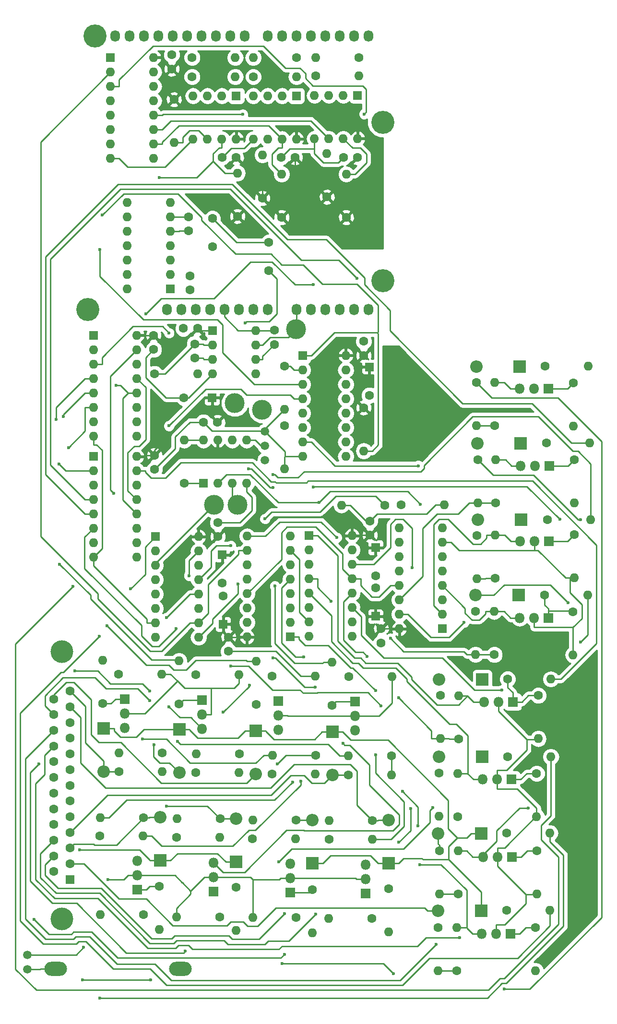
<source format=gbr>
%TF.GenerationSoftware,KiCad,Pcbnew,(2017-11-10 revision d8f4e35)-HEAD*%
%TF.CreationDate,2017-12-06T14:29:51-08:00*%
%TF.ProjectId,shield_pcb,736869656C645F7063622E6B69636164,rev?*%
%TF.SameCoordinates,Original*%
%TF.FileFunction,Copper,L2,Bot,Signal*%
%TF.FilePolarity,Positive*%
%FSLAX46Y46*%
G04 Gerber Fmt 4.6, Leading zero omitted, Abs format (unit mm)*
G04 Created by KiCad (PCBNEW (2017-11-10 revision d8f4e35)-HEAD) date Wed Dec  6 14:29:51 2017*
%MOMM*%
%LPD*%
G01*
G04 APERTURE LIST*
%TA.AperFunction,ComponentPad*%
%ADD10O,1.727200X2.032000*%
%TD*%
%TA.AperFunction,ComponentPad*%
%ADD11R,1.600000X1.600000*%
%TD*%
%TA.AperFunction,ComponentPad*%
%ADD12O,1.600000X1.600000*%
%TD*%
%TA.AperFunction,ComponentPad*%
%ADD13C,1.600000*%
%TD*%
%TA.AperFunction,ComponentPad*%
%ADD14C,3.500120*%
%TD*%
%TA.AperFunction,ComponentPad*%
%ADD15C,4.064000*%
%TD*%
%TA.AperFunction,ComponentPad*%
%ADD16O,4.000000X2.500000*%
%TD*%
%TA.AperFunction,ComponentPad*%
%ADD17C,4.000000*%
%TD*%
%TA.AperFunction,ComponentPad*%
%ADD18O,2.200000X2.200000*%
%TD*%
%TA.AperFunction,ComponentPad*%
%ADD19R,2.200000X2.200000*%
%TD*%
%TA.AperFunction,ComponentPad*%
%ADD20R,1.800000X1.800000*%
%TD*%
%TA.AperFunction,ComponentPad*%
%ADD21O,1.800000X1.800000*%
%TD*%
%TA.AperFunction,ComponentPad*%
%ADD22C,1.500000*%
%TD*%
%TA.AperFunction,ViaPad*%
%ADD23C,0.600000*%
%TD*%
%TA.AperFunction,Conductor*%
%ADD24C,0.250000*%
%TD*%
%TA.AperFunction,Conductor*%
%ADD25C,0.254000*%
%TD*%
G04 APERTURE END LIST*
D10*
%TO.P,P4,1*%
%TO.N,/7*%
X89518000Y-19365000D03*
%TO.P,P4,2*%
%TO.N,/6(\002A\002A)*%
X92058000Y-19365000D03*
%TO.P,P4,3*%
%TO.N,/5(\002A\002A)*%
X94598000Y-19365000D03*
%TO.P,P4,4*%
%TO.N,/4*%
X97138000Y-19365000D03*
%TO.P,P4,5*%
%TO.N,/3(\002A\002A)*%
X99678000Y-19365000D03*
%TO.P,P4,6*%
%TO.N,/2*%
X102218000Y-19365000D03*
%TO.P,P4,7*%
%TO.N,/1(Tx)*%
X104758000Y-19365000D03*
%TO.P,P4,8*%
%TO.N,/0(Rx)*%
X107298000Y-19365000D03*
%TD*%
D11*
%TO.P,U11,1*%
%TO.N,/DB*%
X61800000Y-23200000D03*
D12*
%TO.P,U11,9*%
%TO.N,Net-(U11-Pad9)*%
X69420000Y-40980000D03*
%TO.P,U11,2*%
%TO.N,/CA*%
X61800000Y-25740000D03*
%TO.P,U11,10*%
%TO.N,/digital_input_isolation/optoisolator_with_peripherals_2/out_1*%
X69420000Y-38440000D03*
%TO.P,U11,3*%
%TO.N,/CB*%
X61800000Y-28280000D03*
%TO.P,U11,11*%
%TO.N,/digital_input_isolation/optoisolator_with_peripherals_1/out_2*%
X69420000Y-35900000D03*
%TO.P,U11,4*%
%TO.N,/DMUX_EN*%
X61800000Y-30820000D03*
%TO.P,U11,12*%
%TO.N,/digital_input_isolation/optoisolator_with_peripherals_2/out_2*%
X69420000Y-33360000D03*
%TO.P,U11,5*%
%TO.N,Net-(U11-Pad5)*%
X61800000Y-33360000D03*
%TO.P,U11,13*%
%TO.N,/digital_input_isolation/optoisolator_with_peripherals_3/out_2*%
X69420000Y-30820000D03*
%TO.P,U11,6*%
%TO.N,Net-(U11-Pad6)*%
X61800000Y-35900000D03*
%TO.P,U11,14*%
%TO.N,Net-(U10-Pad9)*%
X69420000Y-28280000D03*
%TO.P,U11,7*%
%TO.N,Net-(U11-Pad7)*%
X61800000Y-38440000D03*
%TO.P,U11,15*%
%TO.N,/DA*%
X69420000Y-25740000D03*
%TO.P,U11,8*%
%TO.N,GNDA*%
X61800000Y-40980000D03*
%TO.P,U11,16*%
%TO.N,+5VA*%
X69420000Y-23200000D03*
%TD*%
D11*
%TO.P,C13,1*%
%TO.N,+5VA*%
X108600000Y-109675000D03*
D13*
%TO.P,C13,2*%
%TO.N,GNDA*%
X108600000Y-114675000D03*
%TD*%
D11*
%TO.P,U6,1*%
%TO.N,/13-*%
X120371000Y-123984000D03*
D12*
%TO.P,U6,9*%
%TO.N,/CB*%
X112751000Y-106204000D03*
%TO.P,U6,2*%
%TO.N,/15-*%
X120371000Y-121444000D03*
%TO.P,U6,10*%
%TO.N,/CA*%
X112751000Y-108744000D03*
%TO.P,U6,3*%
%TO.N,Net-(J4-Pad1)*%
X120371000Y-118904000D03*
%TO.P,U6,11*%
%TO.N,/16+*%
X112751000Y-111284000D03*
%TO.P,U6,4*%
%TO.N,/16-*%
X120371000Y-116364000D03*
%TO.P,U6,12*%
%TO.N,/13+*%
X112751000Y-113824000D03*
%TO.P,U6,5*%
%TO.N,/14-*%
X120371000Y-113824000D03*
%TO.P,U6,13*%
%TO.N,Net-(J7-Pad1)*%
X112751000Y-116364000D03*
%TO.P,U6,6*%
%TO.N,Net-(U2-Pad7)*%
X120371000Y-111284000D03*
%TO.P,U6,14*%
%TO.N,/14+*%
X112751000Y-118904000D03*
%TO.P,U6,7*%
%TO.N,GNDA*%
X120371000Y-108744000D03*
%TO.P,U6,15*%
%TO.N,/15+*%
X112751000Y-121444000D03*
%TO.P,U6,8*%
%TO.N,GNDA*%
X120371000Y-106204000D03*
%TO.P,U6,16*%
%TO.N,+5VA*%
X112751000Y-123984000D03*
%TD*%
D14*
%TO.P,J8,1*%
%TO.N,Net-(J8-Pad1)*%
X88550000Y-85325000D03*
%TD*%
D13*
%TO.P,C14,2*%
%TO.N,GNDA*%
X81525000Y-115925000D03*
D11*
%TO.P,C14,1*%
%TO.N,+5VA*%
X81525000Y-110925000D03*
%TD*%
%TO.P,U13,1*%
%TO.N,Net-(R83-Pad1)*%
X94598000Y-29965000D03*
D12*
%TO.P,U13,5*%
%TO.N,GNDA*%
X86978000Y-37585000D03*
%TO.P,U13,2*%
%TO.N,GND*%
X92058000Y-29965000D03*
%TO.P,U13,6*%
%TO.N,/digital_input_isolation/optoisolator_with_peripherals_2/out_2*%
X89518000Y-37585000D03*
%TO.P,U13,3*%
%TO.N,GND*%
X89518000Y-29965000D03*
%TO.P,U13,7*%
%TO.N,/digital_input_isolation/optoisolator_with_peripherals_2/out_1*%
X92058000Y-37585000D03*
%TO.P,U13,4*%
%TO.N,Net-(R84-Pad1)*%
X86978000Y-29965000D03*
%TO.P,U13,8*%
%TO.N,+5VA*%
X94598000Y-37585000D03*
%TD*%
D13*
%TO.P,C24,2*%
%TO.N,GNDA*%
X91900000Y-40800000D03*
%TO.P,C24,1*%
%TO.N,+5VA*%
X94400000Y-40800000D03*
%TD*%
D10*
%TO.P,P1,1*%
%TO.N,Net-(P1-Pad1)*%
X71738000Y-67625000D03*
%TO.P,P1,2*%
%TO.N,Net-(P1-Pad2)*%
X74278000Y-67625000D03*
%TO.P,P1,3*%
%TO.N,Net-(P1-Pad3)*%
X76818000Y-67625000D03*
%TO.P,P1,4*%
%TO.N,Net-(P1-Pad4)*%
X79358000Y-67625000D03*
%TO.P,P1,5*%
%TO.N,+5V*%
X81898000Y-67625000D03*
%TO.P,P1,6*%
%TO.N,GND*%
X84438000Y-67625000D03*
%TO.P,P1,7*%
X86978000Y-67625000D03*
%TO.P,P1,8*%
%TO.N,/Vin*%
X89518000Y-67625000D03*
%TD*%
%TO.P,P2,1*%
%TO.N,/A0*%
X94598000Y-67625000D03*
%TO.P,P2,2*%
%TO.N,/A1*%
X97138000Y-67625000D03*
%TO.P,P2,3*%
%TO.N,/A2*%
X99678000Y-67625000D03*
%TO.P,P2,4*%
%TO.N,/A3*%
X102218000Y-67625000D03*
%TO.P,P2,5*%
%TO.N,/A4(SDA)*%
X104758000Y-67625000D03*
%TO.P,P2,6*%
%TO.N,/A5(SCL)*%
X107298000Y-67625000D03*
%TD*%
%TO.P,P3,1*%
%TO.N,Net-(P3-Pad1)*%
X62594000Y-19365000D03*
%TO.P,P3,2*%
%TO.N,Net-(P3-Pad2)*%
X65134000Y-19365000D03*
%TO.P,P3,3*%
%TO.N,Net-(P3-Pad3)*%
X67674000Y-19365000D03*
%TO.P,P3,4*%
%TO.N,GND*%
X70214000Y-19365000D03*
%TO.P,P3,5*%
%TO.N,/13(SCK)*%
X72754000Y-19365000D03*
%TO.P,P3,6*%
%TO.N,/12(MISO)*%
X75294000Y-19365000D03*
%TO.P,P3,7*%
%TO.N,/11(\002A\002A/MOSI)*%
X77834000Y-19365000D03*
%TO.P,P3,8*%
%TO.N,/10(\002A\002A/SS)*%
X80374000Y-19365000D03*
%TO.P,P3,9*%
%TO.N,/9(\002A\002A)*%
X82914000Y-19365000D03*
%TO.P,P3,10*%
%TO.N,/8*%
X85454000Y-19365000D03*
%TD*%
D15*
%TO.P,P5,1*%
%TO.N,Net-(P5-Pad1)*%
X57768000Y-67625000D03*
%TD*%
%TO.P,P6,1*%
%TO.N,Net-(P6-Pad1)*%
X109838000Y-62545000D03*
%TD*%
%TO.P,P7,1*%
%TO.N,Net-(P7-Pad1)*%
X59038000Y-19365000D03*
%TD*%
%TO.P,P8,1*%
%TO.N,Net-(P8-Pad1)*%
X109838000Y-34605000D03*
%TD*%
D16*
%TO.P,F1,1*%
%TO.N,GNDA*%
X74150000Y-184000000D03*
%TO.P,F1,2*%
%TO.N,Net-(F1-Pad2)*%
X52150000Y-184000000D03*
%TD*%
D13*
%TO.P,C1,1*%
%TO.N,Net-(C1-Pad1)*%
X79800000Y-56600000D03*
%TO.P,C1,2*%
%TO.N,GNDA*%
X79800000Y-51600000D03*
%TD*%
%TO.P,C2,2*%
%TO.N,GND*%
X75800000Y-61700000D03*
%TO.P,C2,1*%
%TO.N,+5V*%
X75800000Y-64200000D03*
%TD*%
%TO.P,C3,1*%
%TO.N,Net-(C1-Pad1)*%
X75600000Y-53800000D03*
%TO.P,C3,2*%
%TO.N,GNDA*%
X75600000Y-51300000D03*
%TD*%
%TO.P,C4,2*%
%TO.N,GNDA*%
X89708000Y-55815000D03*
%TO.P,C4,1*%
%TO.N,+5VA*%
X89708000Y-60815000D03*
%TD*%
D12*
%TO.P,PS1,14*%
%TO.N,Net-(PS1-Pad14)*%
X64780000Y-64000000D03*
%TO.P,PS1,7*%
%TO.N,N/C*%
X72400000Y-48760000D03*
%TO.P,PS1,13*%
X64780000Y-61460000D03*
%TO.P,PS1,6*%
%TO.N,GNDA*%
X72400000Y-51300000D03*
%TO.P,PS1,12*%
%TO.N,N/C*%
X64780000Y-58920000D03*
%TO.P,PS1,5*%
%TO.N,Net-(C1-Pad1)*%
X72400000Y-53840000D03*
%TO.P,PS1,11*%
%TO.N,N/C*%
X64780000Y-56380000D03*
%TO.P,PS1,4*%
X72400000Y-56380000D03*
%TO.P,PS1,10*%
X64780000Y-53840000D03*
%TO.P,PS1,3*%
X72400000Y-58920000D03*
%TO.P,PS1,9*%
X64780000Y-51300000D03*
%TO.P,PS1,2*%
%TO.N,GND*%
X72400000Y-61460000D03*
%TO.P,PS1,8*%
%TO.N,N/C*%
X64780000Y-48760000D03*
D11*
%TO.P,PS1,1*%
%TO.N,+5V*%
X72400000Y-64000000D03*
%TD*%
D13*
%TO.P,C23,1*%
%TO.N,+5VA*%
X105400000Y-40800000D03*
%TO.P,C23,2*%
%TO.N,GNDA*%
X102900000Y-40800000D03*
%TD*%
%TO.P,C25,2*%
%TO.N,GNDA*%
X81500000Y-40800000D03*
%TO.P,C25,1*%
%TO.N,+5VA*%
X84000000Y-40800000D03*
%TD*%
D12*
%TO.P,U9,16*%
%TO.N,+5VA*%
X66443000Y-72210600D03*
%TO.P,U9,8*%
%TO.N,GNDA*%
X58823000Y-89990600D03*
%TO.P,U9,15*%
%TO.N,/IN1*%
X66443000Y-74750600D03*
%TO.P,U9,7*%
%TO.N,/IN8*%
X58823000Y-87450600D03*
%TO.P,U9,14*%
%TO.N,/digital_input_isolation/optoisolator_with_peripherals_1/out_1*%
X66443000Y-77290600D03*
%TO.P,U9,6*%
%TO.N,/IN7*%
X58823000Y-84910600D03*
%TO.P,U9,13*%
%TO.N,/digital_input_isolation/optoisolator_with_peripherals_3/out_1*%
X66443000Y-79830600D03*
%TO.P,U9,5*%
%TO.N,/IN6*%
X58823000Y-82370600D03*
%TO.P,U9,12*%
%TO.N,/digital_input_isolation/optoisolator_with_peripherals_2/out_2*%
X66443000Y-82370600D03*
%TO.P,U9,4*%
%TO.N,/IN5*%
X58823000Y-79830600D03*
%TO.P,U9,11*%
%TO.N,/digital_input_isolation/optoisolator_with_peripherals_1/out_2*%
X66443000Y-84910600D03*
%TO.P,U9,3*%
%TO.N,/IN4*%
X58823000Y-77290600D03*
%TO.P,U9,10*%
%TO.N,/digital_input_isolation/optoisolator_with_peripherals_2/out_1*%
X66443000Y-87450600D03*
%TO.P,U9,2*%
%TO.N,/IN3*%
X58823000Y-74750600D03*
%TO.P,U9,9*%
%TO.N,Net-(U10-Pad14)*%
X66443000Y-89990600D03*
D11*
%TO.P,U9,1*%
%TO.N,/IN2*%
X58823000Y-72210600D03*
%TD*%
%TO.P,U10,1*%
%TO.N,/IN10*%
X58778200Y-93564800D03*
D12*
%TO.P,U10,9*%
%TO.N,Net-(U10-Pad9)*%
X66398200Y-111344800D03*
%TO.P,U10,2*%
%TO.N,/IN11*%
X58778200Y-96104800D03*
%TO.P,U10,10*%
%TO.N,/digital_input_isolation/optoisolator_with_peripherals_2/out_1*%
X66398200Y-108804800D03*
%TO.P,U10,3*%
%TO.N,/IN12*%
X58778200Y-98644800D03*
%TO.P,U10,11*%
%TO.N,/digital_input_isolation/optoisolator_with_peripherals_1/out_2*%
X66398200Y-106264800D03*
%TO.P,U10,4*%
%TO.N,/IN13*%
X58778200Y-101184800D03*
%TO.P,U10,12*%
%TO.N,/digital_input_isolation/optoisolator_with_peripherals_2/out_2*%
X66398200Y-103724800D03*
%TO.P,U10,5*%
%TO.N,/IN14*%
X58778200Y-103724800D03*
%TO.P,U10,13*%
%TO.N,/digital_input_isolation/optoisolator_with_peripherals_3/out_1*%
X66398200Y-101184800D03*
%TO.P,U10,6*%
%TO.N,/IN15*%
X58778200Y-106264800D03*
%TO.P,U10,14*%
%TO.N,Net-(U10-Pad14)*%
X66398200Y-98644800D03*
%TO.P,U10,7*%
%TO.N,/IN16*%
X58778200Y-108804800D03*
%TO.P,U10,15*%
%TO.N,/IN9*%
X66398200Y-96104800D03*
%TO.P,U10,8*%
%TO.N,GNDA*%
X58778200Y-111344800D03*
%TO.P,U10,16*%
%TO.N,+5VA*%
X66398200Y-93564800D03*
%TD*%
D11*
%TO.P,U12,1*%
%TO.N,Net-(R79-Pad1)*%
X105420000Y-29890000D03*
D12*
%TO.P,U12,5*%
%TO.N,GNDA*%
X97800000Y-37510000D03*
%TO.P,U12,2*%
%TO.N,GND*%
X102880000Y-29890000D03*
%TO.P,U12,6*%
%TO.N,/digital_input_isolation/optoisolator_with_peripherals_1/out_2*%
X100340000Y-37510000D03*
%TO.P,U12,3*%
%TO.N,GND*%
X100340000Y-29890000D03*
%TO.P,U12,7*%
%TO.N,/digital_input_isolation/optoisolator_with_peripherals_1/out_1*%
X102880000Y-37510000D03*
%TO.P,U12,4*%
%TO.N,Net-(R80-Pad1)*%
X97800000Y-29890000D03*
%TO.P,U12,8*%
%TO.N,+5VA*%
X105420000Y-37510000D03*
%TD*%
D11*
%TO.P,U14,1*%
%TO.N,Net-(R87-Pad1)*%
X83998000Y-29965000D03*
D12*
%TO.P,U14,5*%
%TO.N,GNDA*%
X76378000Y-37585000D03*
%TO.P,U14,2*%
%TO.N,GND*%
X81458000Y-29965000D03*
%TO.P,U14,6*%
%TO.N,/digital_input_isolation/optoisolator_with_peripherals_3/out_2*%
X78918000Y-37585000D03*
%TO.P,U14,3*%
%TO.N,GND*%
X78918000Y-29965000D03*
%TO.P,U14,7*%
%TO.N,/digital_input_isolation/optoisolator_with_peripherals_3/out_1*%
X81458000Y-37585000D03*
%TO.P,U14,4*%
%TO.N,Net-(R88-Pad1)*%
X76378000Y-29965000D03*
%TO.P,U14,8*%
%TO.N,+5VA*%
X83998000Y-37585000D03*
%TD*%
D17*
%TO.P,J1,0*%
%TO.N,N/C*%
X53230000Y-175155000D03*
X53230000Y-128055000D03*
D13*
%TO.P,J1,25*%
%TO.N,/F3*%
X51810000Y-136370000D03*
%TO.P,J1,24*%
%TO.N,/F7*%
X51810000Y-139140000D03*
%TO.P,J1,23*%
%TO.N,/F11*%
X51810000Y-141910000D03*
%TO.P,J1,22*%
%TO.N,/F15*%
X51810000Y-144680000D03*
%TO.P,J1,21*%
%TO.N,Net-(J1-Pad21)*%
X51810000Y-147450000D03*
%TO.P,J1,20*%
%TO.N,Net-(J1-Pad20)*%
X51810000Y-150220000D03*
%TO.P,J1,19*%
%TO.N,Net-(J1-Pad19)*%
X51810000Y-152990000D03*
%TO.P,J1,18*%
%TO.N,Net-(J1-Pad18)*%
X51810000Y-155760000D03*
%TO.P,J1,17*%
%TO.N,/F2*%
X51810000Y-158530000D03*
%TO.P,J1,16*%
%TO.N,/F6*%
X51810000Y-161300000D03*
%TO.P,J1,15*%
%TO.N,/F10*%
X51810000Y-164070000D03*
%TO.P,J1,14*%
%TO.N,/F14*%
X51810000Y-166840000D03*
%TO.P,J1,13*%
%TO.N,/F1*%
X54650000Y-134985000D03*
%TO.P,J1,12*%
%TO.N,/F5*%
X54650000Y-137755000D03*
%TO.P,J1,11*%
%TO.N,/F9*%
X54650000Y-140525000D03*
%TO.P,J1,10*%
%TO.N,/F13*%
X54650000Y-143295000D03*
%TO.P,J1,9*%
%TO.N,Net-(J1-Pad9)*%
X54650000Y-146065000D03*
%TO.P,J1,8*%
%TO.N,Net-(J1-Pad8)*%
X54650000Y-148835000D03*
%TO.P,J1,7*%
%TO.N,HV*%
X54650000Y-151605000D03*
%TO.P,J1,6*%
%TO.N,Net-(J1-Pad6)*%
X54650000Y-154375000D03*
%TO.P,J1,5*%
%TO.N,Net-(J1-Pad5)*%
X54650000Y-157145000D03*
%TO.P,J1,4*%
%TO.N,/F4*%
X54650000Y-159915000D03*
%TO.P,J1,3*%
%TO.N,/F8*%
X54650000Y-162685000D03*
%TO.P,J1,2*%
%TO.N,/F12*%
X54650000Y-165455000D03*
D11*
%TO.P,J1,1*%
%TO.N,/F16*%
X54650000Y-168225000D03*
%TD*%
D13*
%TO.P,C5,2*%
%TO.N,GNDA*%
X106500000Y-73275000D03*
%TO.P,C5,1*%
%TO.N,+5VA*%
X106500000Y-75775000D03*
%TD*%
%TO.P,C6,2*%
%TO.N,GNDA*%
X107500000Y-82775000D03*
D11*
%TO.P,C6,1*%
%TO.N,+5VA*%
X107500000Y-77775000D03*
%TD*%
D13*
%TO.P,C7,1*%
%TO.N,+5VA*%
X109571000Y-123984000D03*
%TO.P,C7,2*%
%TO.N,GNDA*%
X109571000Y-126484000D03*
%TD*%
%TO.P,C8,1*%
%TO.N,+5VA*%
X82650000Y-125475000D03*
%TO.P,C8,2*%
%TO.N,GNDA*%
X82650000Y-127975000D03*
%TD*%
%TO.P,C9,2*%
%TO.N,GNDA*%
X107600000Y-104975000D03*
%TO.P,C9,1*%
%TO.N,+5VA*%
X107600000Y-107475000D03*
%TD*%
%TO.P,C10,2*%
%TO.N,GNDA*%
X80725000Y-105225000D03*
%TO.P,C10,1*%
%TO.N,+5VA*%
X80725000Y-107725000D03*
%TD*%
D11*
%TO.P,C11,1*%
%TO.N,+5VA*%
X108575000Y-121800000D03*
D13*
%TO.P,C11,2*%
%TO.N,GNDA*%
X108575000Y-116800000D03*
%TD*%
%TO.P,C12,2*%
%TO.N,GNDA*%
X81694200Y-118182000D03*
D11*
%TO.P,C12,1*%
%TO.N,+5VA*%
X81694200Y-123182000D03*
%TD*%
D13*
%TO.P,C15,2*%
%TO.N,GNDA*%
X78200000Y-87525000D03*
%TO.P,C15,1*%
%TO.N,+5VA*%
X80700000Y-87525000D03*
%TD*%
D11*
%TO.P,C16,1*%
%TO.N,+5VA*%
X79750000Y-83225000D03*
D13*
%TO.P,C16,2*%
%TO.N,GNDA*%
X74750000Y-83225000D03*
%TD*%
%TO.P,C17,2*%
%TO.N,GNDA*%
X76650000Y-76225000D03*
%TO.P,C17,1*%
%TO.N,Net-(C17-Pad1)*%
X76650000Y-73725000D03*
%TD*%
%TO.P,C18,1*%
%TO.N,+5VA*%
X77150000Y-71000000D03*
%TO.P,C18,2*%
%TO.N,GNDA*%
X74650000Y-71000000D03*
%TD*%
%TO.P,C19,1*%
%TO.N,GND*%
X90700000Y-73800000D03*
%TO.P,C19,2*%
%TO.N,+5V*%
X90700000Y-71300000D03*
%TD*%
%TO.P,C20,1*%
%TO.N,+5VA*%
X69423000Y-72210600D03*
%TO.P,C20,2*%
%TO.N,GNDA*%
X69423000Y-74710600D03*
%TD*%
%TO.P,C21,2*%
%TO.N,GNDA*%
X69578200Y-95864800D03*
%TO.P,C21,1*%
%TO.N,+5VA*%
X69578200Y-93364800D03*
%TD*%
%TO.P,C22,1*%
%TO.N,+5VA*%
X72600000Y-25200000D03*
%TO.P,C22,2*%
%TO.N,GNDA*%
X72600000Y-22700000D03*
%TD*%
D18*
%TO.P,D1,2*%
%TO.N,/F2*%
X73942400Y-149359000D03*
D19*
%TO.P,D1,1*%
%TO.N,HV*%
X73942400Y-141739000D03*
%TD*%
%TO.P,D3,1*%
%TO.N,HV*%
X100940000Y-142194000D03*
D18*
%TO.P,D3,2*%
%TO.N,/F4*%
X100940000Y-149814000D03*
%TD*%
%TO.P,D5,2*%
%TO.N,/F6*%
X97446900Y-157758000D03*
D19*
%TO.P,D5,1*%
%TO.N,HV*%
X97446900Y-165378000D03*
%TD*%
D18*
%TO.P,D7,2*%
%TO.N,/F8*%
X70546900Y-157258000D03*
D19*
%TO.P,D7,1*%
%TO.N,HV*%
X70546900Y-164878000D03*
%TD*%
D18*
%TO.P,D9,2*%
%TO.N,/F10*%
X119735000Y-146574000D03*
D19*
%TO.P,D9,1*%
%TO.N,HV*%
X127355000Y-146574000D03*
%TD*%
%TO.P,D11,1*%
%TO.N,HV*%
X133833000Y-118058000D03*
D18*
%TO.P,D11,2*%
%TO.N,/F16*%
X126213000Y-118058000D03*
%TD*%
%TO.P,D13,2*%
%TO.N,/F3*%
X87427500Y-149600000D03*
D19*
%TO.P,D13,1*%
%TO.N,HV*%
X87427500Y-141980000D03*
%TD*%
D18*
%TO.P,D15,2*%
%TO.N,/F5*%
X110880000Y-157769000D03*
D19*
%TO.P,D15,1*%
%TO.N,HV*%
X110880000Y-165389000D03*
%TD*%
%TO.P,D17,1*%
%TO.N,HV*%
X83995700Y-165125000D03*
D18*
%TO.P,D17,2*%
%TO.N,/F7*%
X83995700Y-157505000D03*
%TD*%
D19*
%TO.P,D19,1*%
%TO.N,HV*%
X127424000Y-132908000D03*
D18*
%TO.P,D19,2*%
%TO.N,/F9*%
X119804000Y-132908000D03*
%TD*%
D19*
%TO.P,D21,1*%
%TO.N,HV*%
X127264000Y-160109000D03*
D18*
%TO.P,D21,2*%
%TO.N,/F11*%
X119644000Y-160109000D03*
%TD*%
%TO.P,D23,2*%
%TO.N,/F13*%
X126346000Y-77721600D03*
D19*
%TO.P,D23,1*%
%TO.N,HV*%
X133966000Y-77721600D03*
%TD*%
%TO.P,D25,1*%
%TO.N,HV*%
X134225000Y-104705000D03*
D18*
%TO.P,D25,2*%
%TO.N,/F15*%
X126605000Y-104705000D03*
%TD*%
D19*
%TO.P,D27,1*%
%TO.N,HV*%
X60632300Y-141571000D03*
D18*
%TO.P,D27,2*%
%TO.N,/F1*%
X60632300Y-149191000D03*
%TD*%
D19*
%TO.P,D29,1*%
%TO.N,HV*%
X134207000Y-91302700D03*
D18*
%TO.P,D29,2*%
%TO.N,/F14*%
X126587000Y-91302700D03*
%TD*%
D19*
%TO.P,D31,1*%
%TO.N,HV*%
X127224000Y-173741000D03*
D18*
%TO.P,D31,2*%
%TO.N,/F12*%
X119604000Y-173741000D03*
%TD*%
D20*
%TO.P,Q1,1*%
%TO.N,Net-(Q1-Pad1)*%
X77944900Y-136564000D03*
D21*
%TO.P,Q1,2*%
%TO.N,GNDA*%
X77944900Y-139104000D03*
%TO.P,Q1,3*%
%TO.N,/2-*%
X77944900Y-141644000D03*
%TD*%
%TO.P,Q2,3*%
%TO.N,/4-*%
X104920000Y-141934000D03*
%TO.P,Q2,2*%
%TO.N,GNDA*%
X104920000Y-139394000D03*
D20*
%TO.P,Q2,1*%
%TO.N,Net-(Q2-Pad1)*%
X104920000Y-136854000D03*
%TD*%
%TO.P,Q3,1*%
%TO.N,Net-(Q3-Pad1)*%
X93504400Y-170533000D03*
D21*
%TO.P,Q3,2*%
%TO.N,GNDA*%
X93504400Y-167993000D03*
%TO.P,Q3,3*%
%TO.N,/6-*%
X93504400Y-165453000D03*
%TD*%
%TO.P,Q4,3*%
%TO.N,/8-*%
X66514400Y-164963000D03*
%TO.P,Q4,2*%
%TO.N,GNDA*%
X66514400Y-167503000D03*
D20*
%TO.P,Q4,1*%
%TO.N,Net-(Q4-Pad1)*%
X66514400Y-170043000D03*
%TD*%
D21*
%TO.P,Q5,3*%
%TO.N,/10-*%
X127480000Y-150586000D03*
%TO.P,Q5,2*%
%TO.N,GNDA*%
X130020000Y-150586000D03*
D20*
%TO.P,Q5,1*%
%TO.N,Net-(Q5-Pad1)*%
X132560000Y-150586000D03*
%TD*%
D21*
%TO.P,Q6,3*%
%TO.N,/16-*%
X133998000Y-122060000D03*
%TO.P,Q6,2*%
%TO.N,GNDA*%
X136538000Y-122060000D03*
D20*
%TO.P,Q6,1*%
%TO.N,Net-(Q6-Pad1)*%
X139078000Y-122060000D03*
%TD*%
%TO.P,Q7,1*%
%TO.N,Net-(Q7-Pad1)*%
X91400000Y-136765000D03*
D21*
%TO.P,Q7,2*%
%TO.N,GNDA*%
X91400000Y-139305000D03*
%TO.P,Q7,3*%
%TO.N,/3-*%
X91400000Y-141845000D03*
%TD*%
%TO.P,Q8,3*%
%TO.N,/5-*%
X106858000Y-165654000D03*
%TO.P,Q8,2*%
%TO.N,GNDA*%
X106858000Y-168194000D03*
D20*
%TO.P,Q8,1*%
%TO.N,Net-(Q8-Pad1)*%
X106858000Y-170734000D03*
%TD*%
%TO.P,Q9,1*%
%TO.N,Net-(Q9-Pad1)*%
X79993200Y-170360000D03*
D21*
%TO.P,Q9,2*%
%TO.N,GNDA*%
X79993200Y-167820000D03*
%TO.P,Q9,3*%
%TO.N,/7-*%
X79993200Y-165280000D03*
%TD*%
D20*
%TO.P,Q10,1*%
%TO.N,Net-(Q10-Pad1)*%
X132814000Y-136888000D03*
D21*
%TO.P,Q10,2*%
%TO.N,GNDA*%
X130274000Y-136888000D03*
%TO.P,Q10,3*%
%TO.N,/9-*%
X127734000Y-136888000D03*
%TD*%
D20*
%TO.P,Q11,1*%
%TO.N,Net-(Q11-Pad1)*%
X132654000Y-164239000D03*
D21*
%TO.P,Q11,2*%
%TO.N,GNDA*%
X130114000Y-164239000D03*
%TO.P,Q11,3*%
%TO.N,/11-*%
X127574000Y-164239000D03*
%TD*%
%TO.P,Q12,3*%
%TO.N,/13-*%
X134026000Y-81651600D03*
%TO.P,Q12,2*%
%TO.N,GNDA*%
X136566000Y-81651600D03*
D20*
%TO.P,Q12,1*%
%TO.N,Net-(Q12-Pad1)*%
X139106000Y-81651600D03*
%TD*%
D21*
%TO.P,Q13,3*%
%TO.N,/15-*%
X134110000Y-108557000D03*
%TO.P,Q13,2*%
%TO.N,GNDA*%
X136650000Y-108557000D03*
D20*
%TO.P,Q13,1*%
%TO.N,Net-(Q13-Pad1)*%
X139190000Y-108557000D03*
%TD*%
%TO.P,Q14,1*%
%TO.N,Net-(Q14-Pad1)*%
X64332300Y-136371000D03*
D21*
%TO.P,Q14,2*%
%TO.N,GNDA*%
X64332300Y-138911000D03*
%TO.P,Q14,3*%
%TO.N,/1-*%
X64332300Y-141451000D03*
%TD*%
%TO.P,Q15,3*%
%TO.N,/14-*%
X134182000Y-95235200D03*
%TO.P,Q15,2*%
%TO.N,GNDA*%
X136722000Y-95235200D03*
D20*
%TO.P,Q15,1*%
%TO.N,Net-(Q15-Pad1)*%
X139262000Y-95235200D03*
%TD*%
D21*
%TO.P,Q16,3*%
%TO.N,/12-*%
X127334000Y-177821000D03*
%TO.P,Q16,2*%
%TO.N,GNDA*%
X129874000Y-177821000D03*
D20*
%TO.P,Q16,1*%
%TO.N,Net-(Q16-Pad1)*%
X132414000Y-177821000D03*
%TD*%
D13*
%TO.P,R1,1*%
%TO.N,/DB*%
X92500000Y-88125000D03*
D12*
%TO.P,R1,2*%
%TO.N,GNDA*%
X92500000Y-95745000D03*
%TD*%
%TO.P,R2,2*%
%TO.N,/DMUX_EN*%
X106500000Y-92595000D03*
D13*
%TO.P,R2,1*%
%TO.N,+5VA*%
X106500000Y-84975000D03*
%TD*%
%TO.P,R4,1*%
%TO.N,/DA*%
X92500000Y-77675000D03*
D12*
%TO.P,R4,2*%
%TO.N,GNDA*%
X92500000Y-85295000D03*
%TD*%
D13*
%TO.P,R5,1*%
%TO.N,/CB*%
X113050000Y-102150000D03*
D12*
%TO.P,R5,2*%
%TO.N,GNDA*%
X120670000Y-102150000D03*
%TD*%
%TO.P,R6,2*%
%TO.N,GNDA*%
X102555000Y-102175000D03*
D13*
%TO.P,R6,1*%
%TO.N,/CA*%
X110175000Y-102175000D03*
%TD*%
%TO.P,R7,1*%
%TO.N,Net-(R7-Pad1)*%
X74800000Y-98325000D03*
D12*
%TO.P,R7,2*%
%TO.N,Net-(R7-Pad2)*%
X74800000Y-90705000D03*
%TD*%
D13*
%TO.P,R8,1*%
%TO.N,Net-(C17-Pad1)*%
X69575000Y-78975000D03*
D12*
%TO.P,R8,2*%
%TO.N,Net-(J10-Pad1)*%
X77195000Y-78975000D03*
%TD*%
D13*
%TO.P,R9,1*%
%TO.N,Net-(Q1-Pad1)*%
X73892400Y-137289000D03*
D12*
%TO.P,R9,2*%
%TO.N,/IN2*%
X73892400Y-129669000D03*
%TD*%
%TO.P,R10,2*%
%TO.N,GNDA*%
X84512400Y-132089000D03*
D13*
%TO.P,R10,1*%
%TO.N,Net-(Q1-Pad1)*%
X76892400Y-132089000D03*
%TD*%
%TO.P,R11,1*%
%TO.N,/F2*%
X76892400Y-149389000D03*
D12*
%TO.P,R11,2*%
%TO.N,/2+*%
X84512400Y-149389000D03*
%TD*%
%TO.P,R12,2*%
%TO.N,/2-*%
X76922400Y-146089000D03*
D13*
%TO.P,R12,1*%
%TO.N,/2+*%
X84542400Y-146089000D03*
%TD*%
D12*
%TO.P,R13,2*%
%TO.N,/IN4*%
X100908000Y-129899000D03*
D13*
%TO.P,R13,1*%
%TO.N,Net-(Q2-Pad1)*%
X100908000Y-137519000D03*
%TD*%
D12*
%TO.P,R14,2*%
%TO.N,GNDA*%
X111478000Y-132419000D03*
D13*
%TO.P,R14,1*%
%TO.N,Net-(Q2-Pad1)*%
X103858000Y-132419000D03*
%TD*%
D12*
%TO.P,R15,2*%
%TO.N,/4+*%
X111428000Y-149769000D03*
D13*
%TO.P,R15,1*%
%TO.N,/F4*%
X103808000Y-149769000D03*
%TD*%
%TO.P,R16,1*%
%TO.N,/4+*%
X111408000Y-146419000D03*
D12*
%TO.P,R16,2*%
%TO.N,/4-*%
X103788000Y-146419000D03*
%TD*%
D13*
%TO.P,R17,1*%
%TO.N,Net-(Q3-Pad1)*%
X97396900Y-169978000D03*
D12*
%TO.P,R17,2*%
%TO.N,/IN6*%
X97396900Y-177598000D03*
%TD*%
%TO.P,R18,2*%
%TO.N,GNDA*%
X86926900Y-174928000D03*
D13*
%TO.P,R18,1*%
%TO.N,Net-(Q3-Pad1)*%
X94546900Y-174928000D03*
%TD*%
%TO.P,R19,1*%
%TO.N,/F6*%
X94546900Y-157778000D03*
D12*
%TO.P,R19,2*%
%TO.N,/6+*%
X86926900Y-157778000D03*
%TD*%
%TO.P,R20,2*%
%TO.N,/6-*%
X94466900Y-161078000D03*
D13*
%TO.P,R20,1*%
%TO.N,/6+*%
X86846900Y-161078000D03*
%TD*%
D12*
%TO.P,R21,2*%
%TO.N,/IN8*%
X70446900Y-177048000D03*
D13*
%TO.P,R21,1*%
%TO.N,Net-(Q4-Pad1)*%
X70446900Y-169428000D03*
%TD*%
%TO.P,R22,1*%
%TO.N,Net-(Q4-Pad1)*%
X67596900Y-174428000D03*
D12*
%TO.P,R22,2*%
%TO.N,GNDA*%
X59976900Y-174428000D03*
%TD*%
D13*
%TO.P,R23,1*%
%TO.N,/F8*%
X67646900Y-157328000D03*
D12*
%TO.P,R23,2*%
%TO.N,/8+*%
X60026900Y-157328000D03*
%TD*%
%TO.P,R24,2*%
%TO.N,/8-*%
X67566900Y-160578000D03*
D13*
%TO.P,R24,1*%
%TO.N,/8+*%
X59946900Y-160578000D03*
%TD*%
%TO.P,R25,1*%
%TO.N,Net-(Q5-Pad1)*%
X131905000Y-146574000D03*
D12*
%TO.P,R25,2*%
%TO.N,/IN10*%
X139525000Y-146574000D03*
%TD*%
%TO.P,R26,2*%
%TO.N,GNDA*%
X137005000Y-157144000D03*
D13*
%TO.P,R26,1*%
%TO.N,Net-(Q5-Pad1)*%
X137005000Y-149524000D03*
%TD*%
%TO.P,R27,1*%
%TO.N,/F10*%
X119755000Y-149474000D03*
D12*
%TO.P,R27,2*%
%TO.N,/10+*%
X119755000Y-157094000D03*
%TD*%
D13*
%TO.P,R28,1*%
%TO.N,/10+*%
X123055000Y-157124000D03*
D12*
%TO.P,R28,2*%
%TO.N,/10-*%
X123055000Y-149504000D03*
%TD*%
%TO.P,R29,2*%
%TO.N,/IN16*%
X146053000Y-118058000D03*
D13*
%TO.P,R29,1*%
%TO.N,Net-(Q6-Pad1)*%
X138433000Y-118058000D03*
%TD*%
%TO.P,R30,1*%
%TO.N,Net-(Q6-Pad1)*%
X143433000Y-120958000D03*
D12*
%TO.P,R30,2*%
%TO.N,GNDA*%
X143433000Y-128578000D03*
%TD*%
D13*
%TO.P,R31,1*%
%TO.N,/F16*%
X126233000Y-120908000D03*
D12*
%TO.P,R31,2*%
%TO.N,/16+*%
X126233000Y-128528000D03*
%TD*%
%TO.P,R32,2*%
%TO.N,/16-*%
X129533000Y-120938000D03*
D13*
%TO.P,R32,1*%
%TO.N,/16+*%
X129533000Y-128558000D03*
%TD*%
D12*
%TO.P,R33,2*%
%TO.N,/IN3*%
X87477500Y-129710000D03*
D13*
%TO.P,R33,1*%
%TO.N,Net-(Q7-Pad1)*%
X87477500Y-137330000D03*
%TD*%
%TO.P,R34,1*%
%TO.N,Net-(Q7-Pad1)*%
X90327500Y-132330000D03*
D12*
%TO.P,R34,2*%
%TO.N,GNDA*%
X97947500Y-132330000D03*
%TD*%
D13*
%TO.P,R35,1*%
%TO.N,/F3*%
X90327500Y-149630000D03*
D12*
%TO.P,R35,2*%
%TO.N,/3+*%
X97947500Y-149630000D03*
%TD*%
%TO.P,R36,2*%
%TO.N,/3-*%
X90357500Y-146280000D03*
D13*
%TO.P,R36,1*%
%TO.N,/3+*%
X97977500Y-146280000D03*
%TD*%
D12*
%TO.P,R37,2*%
%TO.N,/IN5*%
X110880000Y-177459000D03*
D13*
%TO.P,R37,1*%
%TO.N,Net-(Q8-Pad1)*%
X110880000Y-169839000D03*
%TD*%
%TO.P,R38,1*%
%TO.N,Net-(Q8-Pad1)*%
X107930000Y-175139000D03*
D12*
%TO.P,R38,2*%
%TO.N,GNDA*%
X100310000Y-175139000D03*
%TD*%
D13*
%TO.P,R39,1*%
%TO.N,/F5*%
X108030000Y-157839000D03*
D12*
%TO.P,R39,2*%
%TO.N,/5+*%
X100410000Y-157839000D03*
%TD*%
D13*
%TO.P,R40,1*%
%TO.N,/5+*%
X100380000Y-161139000D03*
D12*
%TO.P,R40,2*%
%TO.N,/5-*%
X108000000Y-161139000D03*
%TD*%
%TO.P,R41,2*%
%TO.N,/IN7*%
X83995700Y-177195000D03*
D13*
%TO.P,R41,1*%
%TO.N,Net-(Q9-Pad1)*%
X83995700Y-169575000D03*
%TD*%
%TO.P,R42,1*%
%TO.N,Net-(Q9-Pad1)*%
X81095700Y-174825000D03*
D12*
%TO.P,R42,2*%
%TO.N,GNDA*%
X73475700Y-174825000D03*
%TD*%
%TO.P,R43,2*%
%TO.N,/7+*%
X73525700Y-157525000D03*
D13*
%TO.P,R43,1*%
%TO.N,/F7*%
X81145700Y-157525000D03*
%TD*%
%TO.P,R44,1*%
%TO.N,/7+*%
X73495700Y-160825000D03*
D12*
%TO.P,R44,2*%
%TO.N,/7-*%
X81115700Y-160825000D03*
%TD*%
%TO.P,R45,2*%
%TO.N,/IN9*%
X139509000Y-132865000D03*
D13*
%TO.P,R45,1*%
%TO.N,Net-(Q10-Pad1)*%
X131889000Y-132865000D03*
%TD*%
%TO.P,R46,1*%
%TO.N,Net-(Q10-Pad1)*%
X137289000Y-135765000D03*
D12*
%TO.P,R46,2*%
%TO.N,GNDA*%
X137289000Y-143385000D03*
%TD*%
%TO.P,R47,2*%
%TO.N,/9+*%
X119989000Y-143335000D03*
D13*
%TO.P,R47,1*%
%TO.N,/F9*%
X119989000Y-135715000D03*
%TD*%
D12*
%TO.P,R48,2*%
%TO.N,/9-*%
X123289000Y-135795000D03*
D13*
%TO.P,R48,1*%
%TO.N,/9+*%
X123289000Y-143415000D03*
%TD*%
%TO.P,R49,1*%
%TO.N,Net-(Q11-Pad1)*%
X131739000Y-160036000D03*
D12*
%TO.P,R49,2*%
%TO.N,/IN11*%
X139359000Y-160036000D03*
%TD*%
D13*
%TO.P,R50,1*%
%TO.N,Net-(Q11-Pad1)*%
X137039000Y-163136000D03*
D12*
%TO.P,R50,2*%
%TO.N,GNDA*%
X137039000Y-170756000D03*
%TD*%
D13*
%TO.P,R51,1*%
%TO.N,/F11*%
X119839000Y-163136000D03*
D12*
%TO.P,R51,2*%
%TO.N,/11+*%
X119839000Y-170756000D03*
%TD*%
%TO.P,R52,2*%
%TO.N,/11-*%
X123139000Y-163166000D03*
D13*
%TO.P,R52,1*%
%TO.N,/11+*%
X123139000Y-170786000D03*
%TD*%
D12*
%TO.P,R53,2*%
%TO.N,/IN13*%
X146091000Y-77679100D03*
D13*
%TO.P,R53,1*%
%TO.N,Net-(Q12-Pad1)*%
X138471000Y-77679100D03*
%TD*%
%TO.P,R54,1*%
%TO.N,Net-(Q12-Pad1)*%
X143521000Y-80579100D03*
D12*
%TO.P,R54,2*%
%TO.N,GNDA*%
X143521000Y-88199100D03*
%TD*%
D13*
%TO.P,R55,1*%
%TO.N,/F13*%
X126371000Y-80529100D03*
D12*
%TO.P,R55,2*%
%TO.N,/13+*%
X126371000Y-88149100D03*
%TD*%
%TO.P,R56,2*%
%TO.N,/13-*%
X129621000Y-80559100D03*
D13*
%TO.P,R56,1*%
%TO.N,/13+*%
X129621000Y-88179100D03*
%TD*%
%TO.P,R57,1*%
%TO.N,Net-(Q13-Pad1)*%
X138925000Y-104705000D03*
D12*
%TO.P,R57,2*%
%TO.N,/IN15*%
X146545000Y-104705000D03*
%TD*%
%TO.P,R58,2*%
%TO.N,GNDA*%
X143625000Y-115025000D03*
D13*
%TO.P,R58,1*%
%TO.N,Net-(Q13-Pad1)*%
X143625000Y-107405000D03*
%TD*%
D12*
%TO.P,R59,2*%
%TO.N,/15+*%
X126425000Y-115125000D03*
D13*
%TO.P,R59,1*%
%TO.N,/F15*%
X126425000Y-107505000D03*
%TD*%
%TO.P,R60,1*%
%TO.N,/15+*%
X129725000Y-115105000D03*
D12*
%TO.P,R60,2*%
%TO.N,/15-*%
X129725000Y-107485000D03*
%TD*%
D13*
%TO.P,R61,1*%
%TO.N,Net-(Q14-Pad1)*%
X60432300Y-137171000D03*
D12*
%TO.P,R61,2*%
%TO.N,/IN1*%
X60432300Y-129551000D03*
%TD*%
%TO.P,R62,2*%
%TO.N,GNDA*%
X70852300Y-131971000D03*
D13*
%TO.P,R62,1*%
%TO.N,Net-(Q14-Pad1)*%
X63232300Y-131971000D03*
%TD*%
%TO.P,R63,1*%
%TO.N,/F1*%
X63332300Y-149171000D03*
D12*
%TO.P,R63,2*%
%TO.N,/1+*%
X70952300Y-149171000D03*
%TD*%
%TO.P,R64,2*%
%TO.N,/1-*%
X63312300Y-145871000D03*
D13*
%TO.P,R64,1*%
%TO.N,/1+*%
X70932300Y-145871000D03*
%TD*%
D12*
%TO.P,R65,2*%
%TO.N,/IN14*%
X146377000Y-91202700D03*
D13*
%TO.P,R65,1*%
%TO.N,Net-(Q15-Pad1)*%
X138757000Y-91202700D03*
%TD*%
%TO.P,R66,1*%
%TO.N,Net-(Q15-Pad1)*%
X143657000Y-94152700D03*
D12*
%TO.P,R66,2*%
%TO.N,GNDA*%
X143657000Y-101772700D03*
%TD*%
D13*
%TO.P,R67,1*%
%TO.N,/F14*%
X126607000Y-94152700D03*
D12*
%TO.P,R67,2*%
%TO.N,/14+*%
X126607000Y-101772700D03*
%TD*%
%TO.P,R68,2*%
%TO.N,/14-*%
X129807000Y-94183000D03*
D13*
%TO.P,R68,1*%
%TO.N,/14+*%
X129807000Y-101803000D03*
%TD*%
%TO.P,R69,1*%
%TO.N,Net-(Q16-Pad1)*%
X131729000Y-173669000D03*
D12*
%TO.P,R69,2*%
%TO.N,/IN12*%
X139349000Y-173669000D03*
%TD*%
%TO.P,R70,2*%
%TO.N,GNDA*%
X136829000Y-184339000D03*
D13*
%TO.P,R70,1*%
%TO.N,Net-(Q16-Pad1)*%
X136829000Y-176719000D03*
%TD*%
D12*
%TO.P,R71,2*%
%TO.N,/12+*%
X119629000Y-184289000D03*
D13*
%TO.P,R71,1*%
%TO.N,/F12*%
X119629000Y-176669000D03*
%TD*%
%TO.P,R72,1*%
%TO.N,/12+*%
X122929000Y-184369000D03*
D12*
%TO.P,R72,2*%
%TO.N,/12-*%
X122929000Y-176749000D03*
%TD*%
%TO.P,R79,2*%
%TO.N,/4*%
X97980000Y-23200000D03*
D13*
%TO.P,R79,1*%
%TO.N,Net-(R79-Pad1)*%
X105600000Y-23200000D03*
%TD*%
%TO.P,R80,1*%
%TO.N,Net-(R80-Pad1)*%
X98000000Y-26400000D03*
D12*
%TO.P,R80,2*%
%TO.N,/5(\002A\002A)*%
X105620000Y-26400000D03*
%TD*%
D13*
%TO.P,R81,1*%
%TO.N,+5VA*%
X103400000Y-51400000D03*
D12*
%TO.P,R81,2*%
%TO.N,/digital_input_isolation/optoisolator_with_peripherals_1/out_1*%
X103400000Y-43780000D03*
%TD*%
%TO.P,R82,2*%
%TO.N,/digital_input_isolation/optoisolator_with_peripherals_1/out_2*%
X100000000Y-40180000D03*
D13*
%TO.P,R82,1*%
%TO.N,+5VA*%
X100000000Y-47800000D03*
%TD*%
D12*
%TO.P,R83,2*%
%TO.N,/6(\002A\002A)*%
X86980000Y-23200000D03*
D13*
%TO.P,R83,1*%
%TO.N,Net-(R83-Pad1)*%
X94600000Y-23200000D03*
%TD*%
%TO.P,R84,1*%
%TO.N,Net-(R84-Pad1)*%
X87000000Y-26600000D03*
D12*
%TO.P,R84,2*%
%TO.N,/7*%
X94620000Y-26600000D03*
%TD*%
D13*
%TO.P,R85,1*%
%TO.N,+5VA*%
X92000000Y-51400000D03*
D12*
%TO.P,R85,2*%
%TO.N,/digital_input_isolation/optoisolator_with_peripherals_2/out_1*%
X92000000Y-43780000D03*
%TD*%
%TO.P,R86,2*%
%TO.N,/digital_input_isolation/optoisolator_with_peripherals_2/out_2*%
X88600000Y-40380000D03*
D13*
%TO.P,R86,1*%
%TO.N,+5VA*%
X88600000Y-48000000D03*
%TD*%
D12*
%TO.P,R87,2*%
%TO.N,/8*%
X83820000Y-23200000D03*
D13*
%TO.P,R87,1*%
%TO.N,Net-(R87-Pad1)*%
X76200000Y-23200000D03*
%TD*%
%TO.P,R88,1*%
%TO.N,Net-(R88-Pad1)*%
X76200000Y-26600000D03*
D12*
%TO.P,R88,2*%
%TO.N,/9(\002A\002A)*%
X83820000Y-26600000D03*
%TD*%
D13*
%TO.P,R89,1*%
%TO.N,+5VA*%
X84200000Y-51200000D03*
D12*
%TO.P,R89,2*%
%TO.N,/digital_input_isolation/optoisolator_with_peripherals_3/out_1*%
X84200000Y-43580000D03*
%TD*%
%TO.P,R90,2*%
%TO.N,/digital_input_isolation/optoisolator_with_peripherals_3/out_2*%
X73000000Y-38220000D03*
D13*
%TO.P,R90,1*%
%TO.N,+5VA*%
X73000000Y-30600000D03*
%TD*%
D12*
%TO.P,U2,16*%
%TO.N,+5VA*%
X103320000Y-75775000D03*
%TO.P,U2,8*%
%TO.N,GNDA*%
X95700000Y-93555000D03*
%TO.P,U2,15*%
%TO.N,N/C*%
X103320000Y-78315000D03*
%TO.P,U2,7*%
%TO.N,Net-(U2-Pad7)*%
X95700000Y-91015000D03*
%TO.P,U2,14*%
%TO.N,N/C*%
X103320000Y-80855000D03*
%TO.P,U2,6*%
%TO.N,Net-(U2-Pad6)*%
X95700000Y-88475000D03*
%TO.P,U2,13*%
%TO.N,N/C*%
X103320000Y-83395000D03*
%TO.P,U2,5*%
%TO.N,Net-(U2-Pad5)*%
X95700000Y-85935000D03*
%TO.P,U2,12*%
%TO.N,N/C*%
X103320000Y-85935000D03*
%TO.P,U2,4*%
%TO.N,Net-(U2-Pad4)*%
X95700000Y-83395000D03*
%TO.P,U2,11*%
%TO.N,N/C*%
X103320000Y-88475000D03*
%TO.P,U2,3*%
%TO.N,/DB*%
X95700000Y-80855000D03*
%TO.P,U2,10*%
%TO.N,N/C*%
X103320000Y-91015000D03*
%TO.P,U2,2*%
%TO.N,/DA*%
X95700000Y-78315000D03*
%TO.P,U2,9*%
%TO.N,N/C*%
X103320000Y-93555000D03*
D11*
%TO.P,U2,1*%
%TO.N,/DMUX_EN*%
X95700000Y-75775000D03*
%TD*%
D12*
%TO.P,U3,16*%
%TO.N,+5VA*%
X77345000Y-107725000D03*
%TO.P,U3,8*%
%TO.N,GNDA*%
X69725000Y-125505000D03*
%TO.P,U3,15*%
%TO.N,/3+*%
X77345000Y-110265000D03*
%TO.P,U3,7*%
%TO.N,GNDA*%
X69725000Y-122965000D03*
%TO.P,U3,14*%
%TO.N,/2+*%
X77345000Y-112805000D03*
%TO.P,U3,6*%
%TO.N,Net-(U2-Pad4)*%
X69725000Y-120425000D03*
%TO.P,U3,13*%
%TO.N,Net-(J7-Pad1)*%
X77345000Y-115345000D03*
%TO.P,U3,5*%
%TO.N,/2-*%
X69725000Y-117885000D03*
%TO.P,U3,12*%
%TO.N,/1+*%
X77345000Y-117885000D03*
%TO.P,U3,4*%
%TO.N,/4-*%
X69725000Y-115345000D03*
%TO.P,U3,11*%
%TO.N,/4+*%
X77345000Y-120425000D03*
%TO.P,U3,3*%
%TO.N,Net-(J4-Pad1)*%
X69725000Y-112805000D03*
%TO.P,U3,10*%
%TO.N,/CA*%
X77345000Y-122965000D03*
%TO.P,U3,2*%
%TO.N,/3-*%
X69725000Y-110265000D03*
%TO.P,U3,9*%
%TO.N,/CB*%
X77345000Y-125505000D03*
D11*
%TO.P,U3,1*%
%TO.N,/1-*%
X69725000Y-107725000D03*
%TD*%
D12*
%TO.P,U4,16*%
%TO.N,+5VA*%
X85905000Y-125425000D03*
%TO.P,U4,8*%
%TO.N,GNDA*%
X93525000Y-107645000D03*
%TO.P,U4,15*%
%TO.N,/7+*%
X85905000Y-122885000D03*
%TO.P,U4,7*%
%TO.N,GNDA*%
X93525000Y-110185000D03*
%TO.P,U4,14*%
%TO.N,/6+*%
X85905000Y-120345000D03*
%TO.P,U4,6*%
%TO.N,Net-(U2-Pad5)*%
X93525000Y-112725000D03*
%TO.P,U4,13*%
%TO.N,Net-(J7-Pad1)*%
X85905000Y-117805000D03*
%TO.P,U4,5*%
%TO.N,/6-*%
X93525000Y-115265000D03*
%TO.P,U4,12*%
%TO.N,/5+*%
X85905000Y-115265000D03*
%TO.P,U4,4*%
%TO.N,/8-*%
X93525000Y-117805000D03*
%TO.P,U4,11*%
%TO.N,/8+*%
X85905000Y-112725000D03*
%TO.P,U4,3*%
%TO.N,Net-(J4-Pad1)*%
X93525000Y-120345000D03*
%TO.P,U4,10*%
%TO.N,/CA*%
X85905000Y-110185000D03*
%TO.P,U4,2*%
%TO.N,/7-*%
X93525000Y-122885000D03*
%TO.P,U4,9*%
%TO.N,/CB*%
X85905000Y-107645000D03*
D11*
%TO.P,U4,1*%
%TO.N,/5-*%
X93525000Y-125425000D03*
%TD*%
%TO.P,U5,1*%
%TO.N,/9-*%
X96800000Y-107562000D03*
D12*
%TO.P,U5,9*%
%TO.N,/CB*%
X104420000Y-125342000D03*
%TO.P,U5,2*%
%TO.N,/11-*%
X96800000Y-110102000D03*
%TO.P,U5,10*%
%TO.N,/CA*%
X104420000Y-122802000D03*
%TO.P,U5,3*%
%TO.N,Net-(J4-Pad1)*%
X96800000Y-112642000D03*
%TO.P,U5,11*%
%TO.N,/12+*%
X104420000Y-120262000D03*
%TO.P,U5,4*%
%TO.N,/12-*%
X96800000Y-115182000D03*
%TO.P,U5,12*%
%TO.N,/9+*%
X104420000Y-117722000D03*
%TO.P,U5,5*%
%TO.N,/10-*%
X96800000Y-117722000D03*
%TO.P,U5,13*%
%TO.N,Net-(J7-Pad1)*%
X104420000Y-115182000D03*
%TO.P,U5,6*%
%TO.N,Net-(U2-Pad6)*%
X96800000Y-120262000D03*
%TO.P,U5,14*%
%TO.N,/10+*%
X104420000Y-112642000D03*
%TO.P,U5,7*%
%TO.N,GNDA*%
X96800000Y-122802000D03*
%TO.P,U5,15*%
%TO.N,/11+*%
X104420000Y-110102000D03*
%TO.P,U5,8*%
%TO.N,GNDA*%
X96800000Y-125342000D03*
%TO.P,U5,16*%
%TO.N,+5VA*%
X104420000Y-107562000D03*
%TD*%
D11*
%TO.P,U7,1*%
%TO.N,Net-(R7-Pad1)*%
X78200000Y-98325000D03*
D12*
%TO.P,U7,5*%
%TO.N,Net-(J9-Pad2)*%
X85820000Y-90705000D03*
%TO.P,U7,2*%
%TO.N,Net-(J4-Pad1)*%
X80740000Y-98325000D03*
%TO.P,U7,6*%
%TO.N,Net-(J10-Pad1)*%
X83280000Y-90705000D03*
%TO.P,U7,3*%
%TO.N,Net-(J7-Pad1)*%
X83280000Y-98325000D03*
%TO.P,U7,7*%
%TO.N,+5VA*%
X80740000Y-90705000D03*
%TO.P,U7,4*%
%TO.N,GNDA*%
X85820000Y-98325000D03*
%TO.P,U7,8*%
%TO.N,Net-(R7-Pad2)*%
X78200000Y-90705000D03*
%TD*%
%TO.P,U8,8*%
%TO.N,+5V*%
X87470000Y-71350000D03*
%TO.P,U8,4*%
%TO.N,GNDA*%
X79850000Y-78970000D03*
%TO.P,U8,7*%
%TO.N,/A0*%
X87470000Y-73890000D03*
%TO.P,U8,3*%
%TO.N,GNDA*%
X79850000Y-76430000D03*
%TO.P,U8,6*%
%TO.N,GND*%
X87470000Y-76430000D03*
%TO.P,U8,2*%
%TO.N,Net-(C17-Pad1)*%
X79850000Y-73890000D03*
%TO.P,U8,5*%
%TO.N,GND*%
X87470000Y-78970000D03*
D11*
%TO.P,U8,1*%
%TO.N,+5VA*%
X79850000Y-71350000D03*
%TD*%
D14*
%TO.P,J4,1*%
%TO.N,Net-(J4-Pad1)*%
X80100000Y-102075000D03*
%TD*%
%TO.P,J7,1*%
%TO.N,Net-(J7-Pad1)*%
X84250000Y-102125000D03*
%TD*%
%TO.P,J10,1*%
%TO.N,Net-(J10-Pad1)*%
X83750000Y-84175000D03*
%TD*%
%TO.P,J11,1*%
%TO.N,/A0*%
X94550000Y-71150000D03*
%TD*%
D22*
%TO.P,J9,1*%
%TO.N,Net-(J8-Pad1)*%
X89050000Y-94265000D03*
%TO.P,J9,2*%
%TO.N,Net-(J9-Pad2)*%
X89050000Y-91725000D03*
%TO.P,J9,3*%
%TO.N,GNDA*%
X89050000Y-89185000D03*
%TD*%
%TO.P,J2,1*%
%TO.N,HV*%
X47125000Y-181505000D03*
%TO.P,J2,2*%
%TO.N,Net-(F1-Pad2)*%
X47125000Y-184045000D03*
%TD*%
D23*
%TO.N,/12-*%
X116382000Y-165578700D03*
X100766900Y-119148900D03*
%TO.N,/1-*%
X65332800Y-116966600D03*
%TO.N,/11-*%
X135502900Y-155592000D03*
X141071000Y-104693800D03*
X97552900Y-99010400D03*
%TO.N,/7-*%
X102807200Y-144227000D03*
%TO.N,/5-*%
X108578900Y-146240600D03*
X108588300Y-134916500D03*
%TO.N,/3-*%
X67473900Y-143453900D03*
%TO.N,/8-*%
X95358000Y-150893000D03*
%TO.N,/6-*%
X95873400Y-128993600D03*
%TO.N,/4-*%
X73657400Y-143829500D03*
%TO.N,/2-*%
X72112200Y-137737800D03*
%TO.N,/12+*%
X130897200Y-134826500D03*
%TO.N,/1+*%
X71702700Y-122002000D03*
%TO.N,/15+*%
X124169000Y-122883400D03*
%TO.N,/11+*%
X116065900Y-158754800D03*
X113321500Y-152700700D03*
%TO.N,/9+*%
X112628700Y-136132100D03*
X107087600Y-128863400D03*
%TO.N,/7+*%
X81692800Y-138722600D03*
X86333500Y-133968300D03*
%TO.N,/5+*%
X97896300Y-134257600D03*
X90475400Y-129125700D03*
%TO.N,/3+*%
X75643100Y-114608900D03*
X91256400Y-147805400D03*
%TO.N,/16+*%
X111225700Y-125692600D03*
%TO.N,/10+*%
X115028800Y-113173500D03*
%TO.N,/8+*%
X93922000Y-151017200D03*
%TO.N,/4+*%
X109572900Y-137575700D03*
X83063400Y-130562300D03*
%TO.N,GNDA*%
X61341600Y-168241900D03*
%TO.N,+5VA*%
X101076500Y-105070300D03*
X85530600Y-70060000D03*
%TO.N,/F2*%
X69517000Y-144490400D03*
X68752500Y-134937400D03*
X55476300Y-131427500D03*
%TO.N,HV*%
X56360500Y-163010800D03*
X57039200Y-180213000D03*
%TO.N,/F6*%
X98056200Y-174364400D03*
%TO.N,/F10*%
X118655800Y-155582600D03*
X91537500Y-165103500D03*
X92548000Y-174240000D03*
%TO.N,/F14*%
X144752600Y-104778500D03*
%TO.N,/F16*%
X142583800Y-119398000D03*
%TO.N,/F7*%
X71672200Y-155269800D03*
X68689400Y-136636000D03*
%TO.N,/F9*%
X112705400Y-161633900D03*
X114754800Y-155730500D03*
%TO.N,/F11*%
X119284200Y-179634200D03*
%TO.N,/F13*%
X131331400Y-187575700D03*
%TO.N,/F15*%
X123453300Y-178483500D03*
%TO.N,/DMUX_EN*%
X60377200Y-50985800D03*
%TO.N,/digital_input_isolation/optoisolator_with_peripherals_2/out_2*%
X62778900Y-81048200D03*
X85141200Y-33208200D03*
%TO.N,/digital_input_isolation/optoisolator_with_peripherals_3/out_1*%
X70376800Y-44373000D03*
%TO.N,/DB*%
X59946000Y-57102600D03*
%TO.N,/CB*%
X84291300Y-116089300D03*
X106559200Y-33157000D03*
X101748500Y-107890200D03*
%TO.N,/CA*%
X89071600Y-104589300D03*
%TO.N,/digital_input_isolation/optoisolator_with_peripherals_1/out_1*%
X97603000Y-63295200D03*
X68041500Y-68437200D03*
%TO.N,/IN2*%
X52808000Y-112584400D03*
%TO.N,/IN4*%
X90794200Y-116458200D03*
X90466400Y-99109300D03*
X86138000Y-95748300D03*
X72131600Y-71810300D03*
%TO.N,/IN6*%
X92485200Y-181408700D03*
X53477600Y-86519600D03*
X48319100Y-175285800D03*
%TO.N,/IN10*%
X55216500Y-116510200D03*
%TO.N,/IN12*%
X59813800Y-125351400D03*
%TO.N,/IN16*%
X144778100Y-126361800D03*
X111703400Y-184872500D03*
X92102800Y-183093200D03*
%TO.N,/IN1*%
X62344400Y-100120600D03*
%TO.N,/IN3*%
X61205700Y-123470200D03*
%TO.N,/IN5*%
X68934800Y-185961500D03*
X56908500Y-185961500D03*
X52192600Y-87034600D03*
%TO.N,/IN7*%
X74994500Y-180884700D03*
X49169200Y-147820000D03*
X54382300Y-91998600D03*
%TO.N,/IN11*%
X59881200Y-189122400D03*
X52686200Y-94920600D03*
%TO.N,/IN13*%
X105279400Y-62164600D03*
%TO.N,/IN15*%
X90498900Y-96772500D03*
X73373400Y-123926600D03*
%TO.N,Net-(U2-Pad4)*%
X72128900Y-88187000D03*
%TO.N,Net-(U2-Pad7)*%
X116127100Y-95219100D03*
%TO.N,Net-(J4-Pad1)*%
X98578200Y-101728700D03*
X116499100Y-102000600D03*
%TO.N,Net-(J7-Pad1)*%
X83050400Y-109345200D03*
%TD*%
D24*
%TO.N,/12-*%
X127334000Y-177821000D02*
X125708700Y-177821000D01*
X122929000Y-176749000D02*
X124454300Y-176749000D01*
X120139400Y-165578700D02*
X116382000Y-165578700D01*
X124702300Y-170141600D02*
X120139400Y-165578700D01*
X124702300Y-176749000D02*
X124702300Y-170141600D01*
X124702300Y-176814600D02*
X124702300Y-176749000D01*
X125708700Y-177821000D02*
X124702300Y-176814600D01*
X124702300Y-176749000D02*
X124454300Y-176749000D01*
X98325300Y-116707300D02*
X98325300Y-115182000D01*
X100766900Y-119148900D02*
X98325300Y-116707300D01*
X96800000Y-115182000D02*
X98325300Y-115182000D01*
%TO.N,/14-*%
X129807000Y-94183000D02*
X131332300Y-94183000D01*
X133369400Y-95235200D02*
X132556700Y-95235200D01*
X133369400Y-95235200D02*
X134182000Y-95235200D01*
X131504500Y-94183000D02*
X131332300Y-94183000D01*
X132556700Y-95235200D02*
X131504500Y-94183000D01*
%TO.N,/1-*%
X67923600Y-109526400D02*
X69725000Y-107725000D01*
X67923600Y-114375800D02*
X67923600Y-109526400D01*
X65332800Y-116966600D02*
X67923600Y-114375800D01*
%TO.N,/15-*%
X134110000Y-108557000D02*
X132484700Y-108557000D01*
X131412700Y-107485000D02*
X132484700Y-108557000D01*
X129725000Y-107485000D02*
X131412700Y-107485000D01*
X118845600Y-119918600D02*
X120371000Y-121444000D01*
X118845600Y-105552000D02*
X118845600Y-119918600D01*
X119752900Y-104644700D02*
X118845600Y-105552000D01*
X121405200Y-104644700D02*
X119752900Y-104644700D01*
X125805600Y-109045100D02*
X121405200Y-104644700D01*
X127116300Y-109045100D02*
X125805600Y-109045100D01*
X128199700Y-107961700D02*
X127116300Y-109045100D01*
X128199700Y-107485000D02*
X128199700Y-107961700D01*
X129725000Y-107485000D02*
X128199700Y-107485000D01*
%TO.N,/13-*%
X131308200Y-80559100D02*
X132400700Y-81651600D01*
X129621000Y-80559100D02*
X131308200Y-80559100D01*
X134026000Y-81651600D02*
X132400700Y-81651600D01*
%TO.N,/11-*%
X125737300Y-164239000D02*
X126761400Y-164239000D01*
X124664300Y-163166000D02*
X125737300Y-164239000D01*
X123139000Y-163166000D02*
X124664300Y-163166000D01*
X127574000Y-164239000D02*
X127167700Y-164239000D01*
X127167700Y-164239000D02*
X126761400Y-164239000D01*
X134011500Y-155592000D02*
X135502900Y-155592000D01*
X129973800Y-159629700D02*
X134011500Y-155592000D01*
X129973800Y-161432900D02*
X129973800Y-159629700D01*
X127167700Y-164239000D02*
X129973800Y-161432900D01*
X97696700Y-98866600D02*
X97552900Y-99010400D01*
X135243800Y-98866600D02*
X97696700Y-98866600D01*
X141071000Y-104693800D02*
X135243800Y-98866600D01*
%TO.N,/9-*%
X96800000Y-107562000D02*
X98325300Y-107562000D01*
X123289000Y-135795000D02*
X124814300Y-135795000D01*
X124814300Y-135795000D02*
X124814300Y-135829300D01*
X125873000Y-136888000D02*
X127734000Y-136888000D01*
X124814300Y-135829300D02*
X125873000Y-136888000D01*
X123246500Y-137397100D02*
X124814300Y-135829300D01*
X119426600Y-137397100D02*
X123246500Y-137397100D01*
X114986600Y-132957100D02*
X119426600Y-137397100D01*
X114986600Y-132502600D02*
X114986600Y-132957100D01*
X112498100Y-130014100D02*
X114986600Y-132502600D01*
X106788300Y-130014100D02*
X112498100Y-130014100D01*
X105938100Y-129163900D02*
X106788300Y-130014100D01*
X104869800Y-129163900D02*
X105938100Y-129163900D01*
X101883300Y-126177400D02*
X104869800Y-129163900D01*
X101883300Y-111120000D02*
X101883300Y-126177400D01*
X98325300Y-107562000D02*
X101883300Y-111120000D01*
%TO.N,/7-*%
X103109200Y-144529000D02*
X102807200Y-144227000D01*
X104055300Y-144529000D02*
X103109200Y-144529000D01*
X107512100Y-147985800D02*
X104055300Y-144529000D01*
X107512100Y-151562100D02*
X107512100Y-147985800D01*
X112744000Y-156794000D02*
X107512100Y-151562100D01*
X112744000Y-158527300D02*
X112744000Y-156794000D01*
X111676900Y-159594400D02*
X112744000Y-158527300D01*
X96003300Y-159594400D02*
X111676900Y-159594400D01*
X95934600Y-159525700D02*
X96003300Y-159594400D01*
X92888200Y-159525700D02*
X95934600Y-159525700D01*
X85463500Y-166950400D02*
X92888200Y-159525700D01*
X81663600Y-166950400D02*
X85463500Y-166950400D01*
X79993200Y-165280000D02*
X81663600Y-166950400D01*
%TO.N,/5-*%
X93525000Y-125425000D02*
X95050300Y-125425000D01*
X104565400Y-130893600D02*
X108588300Y-134916500D01*
X104194200Y-130893600D02*
X104565400Y-130893600D01*
X100250900Y-126950300D02*
X104194200Y-130893600D01*
X96194200Y-126950300D02*
X100250900Y-126950300D01*
X95050300Y-125806400D02*
X96194200Y-126950300D01*
X95050300Y-125425000D02*
X95050300Y-125806400D01*
X108578900Y-149467200D02*
X108578900Y-146240600D01*
X113594300Y-154482600D02*
X108578900Y-149467200D01*
X113594300Y-158879600D02*
X113594300Y-154482600D01*
X111334900Y-161139000D02*
X113594300Y-158879600D01*
X108000000Y-161139000D02*
X111334900Y-161139000D01*
%TO.N,/3-*%
X90357500Y-146280000D02*
X88832200Y-146280000D01*
X71654500Y-143453900D02*
X67473900Y-143453900D01*
X75868800Y-147668200D02*
X71654500Y-143453900D01*
X87444000Y-147668200D02*
X75868800Y-147668200D01*
X88832200Y-146280000D02*
X87444000Y-147668200D01*
%TO.N,/16-*%
X133185400Y-122060000D02*
X133232700Y-122060000D01*
X133185400Y-122060000D02*
X132372700Y-122060000D01*
X133998000Y-122060000D02*
X133232700Y-122060000D01*
X131250700Y-120938000D02*
X131058300Y-120938000D01*
X132372700Y-122060000D02*
X131250700Y-120938000D01*
X130295700Y-120938000D02*
X131058300Y-120938000D01*
X130295700Y-120938000D02*
X129533000Y-120938000D01*
X124387600Y-120380600D02*
X120371000Y-116364000D01*
X124387600Y-121228600D02*
X124387600Y-120380600D01*
X125607100Y-122448100D02*
X124387600Y-121228600D01*
X126871400Y-122448100D02*
X125607100Y-122448100D01*
X128007700Y-121311800D02*
X126871400Y-122448100D01*
X128007700Y-120938000D02*
X128007700Y-121311800D01*
X129533000Y-120938000D02*
X128007700Y-120938000D01*
%TO.N,/10-*%
X127480000Y-150586000D02*
X125854700Y-150586000D01*
X123055000Y-149504000D02*
X124772700Y-149504000D01*
X124772700Y-149504000D02*
X125854700Y-150586000D01*
X124855000Y-149421700D02*
X124772700Y-149504000D01*
X124855000Y-142822900D02*
X124855000Y-149421700D01*
X122853200Y-140821100D02*
X124855000Y-142822900D01*
X121648000Y-140821100D02*
X122853200Y-140821100D01*
X114136300Y-133309400D02*
X121648000Y-140821100D01*
X114136300Y-132855000D02*
X114136300Y-133309400D01*
X112145700Y-130864400D02*
X114136300Y-132855000D01*
X106436000Y-130864400D02*
X112145700Y-130864400D01*
X105585800Y-130014200D02*
X106436000Y-130864400D01*
X104517500Y-130014200D02*
X105585800Y-130014200D01*
X100784100Y-126280800D02*
X104517500Y-130014200D01*
X100784100Y-121706100D02*
X100784100Y-126280800D01*
X96800000Y-117722000D02*
X100784100Y-121706100D01*
%TO.N,/8-*%
X67566900Y-160578000D02*
X69092200Y-160578000D01*
X70870200Y-162356000D02*
X69092200Y-160578000D01*
X83411900Y-162356000D02*
X70870200Y-162356000D01*
X86215200Y-159552700D02*
X83411900Y-162356000D01*
X87354900Y-159552700D02*
X86215200Y-159552700D01*
X95358000Y-151549600D02*
X87354900Y-159552700D01*
X95358000Y-150893000D02*
X95358000Y-151549600D01*
%TO.N,/6-*%
X91998500Y-116791500D02*
X93525000Y-115265000D01*
X91998500Y-126530600D02*
X91998500Y-116791500D01*
X94461500Y-128993600D02*
X91998500Y-126530600D01*
X95873400Y-128993600D02*
X94461500Y-128993600D01*
%TO.N,/4-*%
X103788000Y-146419000D02*
X102262700Y-146419000D01*
X100185400Y-144341700D02*
X102262700Y-146419000D01*
X74169600Y-144341700D02*
X100185400Y-144341700D01*
X73657400Y-143829500D02*
X74169600Y-144341700D01*
%TO.N,/2-*%
X74039200Y-139664800D02*
X72112200Y-137737800D01*
X75965700Y-139664800D02*
X74039200Y-139664800D01*
X77944900Y-141644000D02*
X75965700Y-139664800D01*
%TO.N,/12+*%
X120391700Y-184289000D02*
X120760400Y-184289000D01*
X120391700Y-184289000D02*
X119629000Y-184289000D01*
X122849000Y-184289000D02*
X122929000Y-184369000D01*
X120760400Y-184289000D02*
X122849000Y-184289000D01*
X126006100Y-134826500D02*
X130897200Y-134826500D01*
X120343400Y-129163800D02*
X126006100Y-134826500D01*
X110064200Y-129163800D02*
X120343400Y-129163800D01*
X106022500Y-125122100D02*
X110064200Y-129163800D01*
X106022500Y-121864500D02*
X106022500Y-125122100D01*
X104420000Y-120262000D02*
X106022500Y-121864500D01*
%TO.N,/14+*%
X129776700Y-101772700D02*
X129807000Y-101803000D01*
X126607000Y-101772700D02*
X129776700Y-101772700D01*
X126607000Y-101772700D02*
X125081700Y-101772700D01*
X116915300Y-114739700D02*
X112751000Y-118904000D01*
X116915300Y-106279600D02*
X116915300Y-114739700D01*
X119470900Y-103724000D02*
X116915300Y-106279600D01*
X123130400Y-103724000D02*
X119470900Y-103724000D01*
X125081700Y-101772700D02*
X123130400Y-103724000D01*
%TO.N,/1+*%
X77345000Y-117885000D02*
X75819700Y-117885000D01*
X75819700Y-117885000D02*
X71702700Y-122002000D01*
%TO.N,/15+*%
X127970300Y-115105000D02*
X127950300Y-115125000D01*
X129725000Y-115105000D02*
X127970300Y-115105000D01*
X127187700Y-115125000D02*
X127950300Y-115125000D01*
X127187700Y-115125000D02*
X126425000Y-115125000D01*
X121543000Y-125509400D02*
X124169000Y-122883400D01*
X118341700Y-125509400D02*
X121543000Y-125509400D01*
X114276300Y-121444000D02*
X118341700Y-125509400D01*
X112751000Y-121444000D02*
X114276300Y-121444000D01*
%TO.N,/13+*%
X127065800Y-88149100D02*
X127896300Y-88149100D01*
X127926300Y-88179100D02*
X129621000Y-88179100D01*
X127896300Y-88149100D02*
X127926300Y-88179100D01*
X127065800Y-88149100D02*
X126371000Y-88149100D01*
%TO.N,/11+*%
X120224000Y-170756000D02*
X120397100Y-170756000D01*
X120427100Y-170786000D02*
X123139000Y-170786000D01*
X120397100Y-170756000D02*
X120427100Y-170786000D01*
X120224000Y-170756000D02*
X119839000Y-170756000D01*
X116065900Y-155445100D02*
X113321500Y-152700700D01*
X116065900Y-158754800D02*
X116065900Y-155445100D01*
%TO.N,/9+*%
X121144800Y-143335000D02*
X121514300Y-143335000D01*
X121594300Y-143415000D02*
X123289000Y-143415000D01*
X121514300Y-143335000D02*
X121594300Y-143415000D01*
X121144800Y-143335000D02*
X119989000Y-143335000D01*
X119989000Y-143335000D02*
X118463700Y-143335000D01*
X106362800Y-128138600D02*
X107087600Y-128863400D01*
X105047200Y-128138600D02*
X106362800Y-128138600D01*
X102891100Y-125982500D02*
X105047200Y-128138600D01*
X102891100Y-119250900D02*
X102891100Y-125982500D01*
X104420000Y-117722000D02*
X102891100Y-119250900D01*
X118463700Y-141967100D02*
X112628700Y-136132100D01*
X118463700Y-143335000D02*
X118463700Y-141967100D01*
%TO.N,/7+*%
X86333500Y-134081900D02*
X81692800Y-138722600D01*
X86333500Y-133968300D02*
X86333500Y-134081900D01*
%TO.N,/5+*%
X90947500Y-129125700D02*
X90475400Y-129125700D01*
X96079400Y-134257600D02*
X90947500Y-129125700D01*
X97896300Y-134257600D02*
X96079400Y-134257600D01*
%TO.N,/3+*%
X75643100Y-111966900D02*
X75643100Y-114608900D01*
X77345000Y-110265000D02*
X75643100Y-111966900D01*
X92781800Y-146280000D02*
X91256400Y-147805400D01*
X97977500Y-146280000D02*
X92781800Y-146280000D01*
%TO.N,/16+*%
X127788300Y-128558000D02*
X129533000Y-128558000D01*
X127758300Y-128528000D02*
X127788300Y-128558000D01*
X126995700Y-128528000D02*
X127758300Y-128528000D01*
X126995700Y-128528000D02*
X126233000Y-128528000D01*
X113546100Y-128013000D02*
X111225700Y-125692600D01*
X124192700Y-128013000D02*
X113546100Y-128013000D01*
X124707700Y-128528000D02*
X124192700Y-128013000D01*
X126233000Y-128528000D02*
X124707700Y-128528000D01*
%TO.N,/10+*%
X108274000Y-112642000D02*
X105945300Y-112642000D01*
X111225600Y-109690400D02*
X108274000Y-112642000D01*
X111225600Y-105546500D02*
X111225600Y-109690400D01*
X112107700Y-104664400D02*
X111225600Y-105546500D01*
X113415800Y-104664400D02*
X112107700Y-104664400D01*
X115028800Y-106277400D02*
X113415800Y-104664400D01*
X115028800Y-113173500D02*
X115028800Y-106277400D01*
X104420000Y-112642000D02*
X105945300Y-112642000D01*
%TO.N,/8+*%
X90757100Y-154182100D02*
X93922000Y-151017200D01*
X64698100Y-154182100D02*
X90757100Y-154182100D01*
X61552200Y-157328000D02*
X64698100Y-154182100D01*
X60026900Y-157328000D02*
X61552200Y-157328000D01*
%TO.N,/4+*%
X111408000Y-148223700D02*
X111408000Y-146419000D01*
X111428000Y-148243700D02*
X111408000Y-148223700D01*
X111428000Y-149769000D02*
X111428000Y-148243700D01*
X107208200Y-135211000D02*
X109572900Y-137575700D01*
X98393000Y-135211000D02*
X107208200Y-135211000D01*
X98260400Y-135343600D02*
X98393000Y-135211000D01*
X95774500Y-135343600D02*
X98260400Y-135343600D01*
X95229100Y-134798200D02*
X95774500Y-135343600D01*
X90408400Y-134798200D02*
X95229100Y-134798200D01*
X86172500Y-130562300D02*
X90408400Y-134798200D01*
X83063400Y-130562300D02*
X86172500Y-130562300D01*
%TO.N,+5V*%
X90650000Y-71350000D02*
X87470000Y-71350000D01*
X90700000Y-71300000D02*
X90650000Y-71350000D01*
X84281700Y-71350000D02*
X81898000Y-68966300D01*
X87470000Y-71350000D02*
X84281700Y-71350000D01*
X81898000Y-67625000D02*
X81898000Y-68966300D01*
%TO.N,GND*%
X87470000Y-76430000D02*
X88595300Y-76430000D01*
X88595300Y-75904700D02*
X88595300Y-76430000D01*
X90700000Y-73800000D02*
X88595300Y-75904700D01*
%TO.N,/A0*%
X87470000Y-73890000D02*
X88595300Y-73890000D01*
X94598000Y-71102000D02*
X94550000Y-71150000D01*
X94598000Y-67625000D02*
X94598000Y-71102000D01*
X89935300Y-72550000D02*
X88595300Y-73890000D01*
X93150000Y-72550000D02*
X89935300Y-72550000D01*
X94550000Y-71150000D02*
X93150000Y-72550000D01*
%TO.N,Net-(C1-Pad1)*%
X73965300Y-53800000D02*
X73925300Y-53840000D01*
X75600000Y-53800000D02*
X73965300Y-53800000D01*
X72400000Y-53840000D02*
X73925300Y-53840000D01*
%TO.N,GNDA*%
X97800000Y-39251100D02*
X97800000Y-37510000D01*
X97800000Y-40139700D02*
X97800000Y-39251100D01*
X99393100Y-41732800D02*
X97800000Y-40139700D01*
X101967200Y-41732800D02*
X99393100Y-41732800D01*
X102900000Y-40800000D02*
X101967200Y-41732800D01*
X93448900Y-39251100D02*
X91900000Y-40800000D01*
X97800000Y-39251100D02*
X93448900Y-39251100D01*
X136650000Y-108557000D02*
X136650000Y-110182300D01*
X92500000Y-95745000D02*
X92500000Y-94219700D01*
X72400000Y-51300000D02*
X75600000Y-51300000D01*
X95700000Y-93555000D02*
X94174700Y-93555000D01*
X59361500Y-91515900D02*
X58823000Y-91515900D01*
X60303500Y-92457900D02*
X59361500Y-91515900D01*
X60303500Y-109819500D02*
X60303500Y-92457900D01*
X58778200Y-111344800D02*
X60303500Y-109819500D01*
X58823000Y-89990600D02*
X58823000Y-91515900D01*
X78119700Y-76225000D02*
X78324700Y-76430000D01*
X76650000Y-76225000D02*
X78119700Y-76225000D01*
X79850000Y-76430000D02*
X78324700Y-76430000D01*
X89050000Y-88745000D02*
X89050000Y-89050400D01*
X92500000Y-85295000D02*
X89050000Y-88745000D01*
X89050000Y-89050400D02*
X89050000Y-89185000D01*
X79725400Y-89050400D02*
X78200000Y-87525000D01*
X89050000Y-89050400D02*
X79725400Y-89050400D01*
X137257100Y-110182400D02*
X142099700Y-115025000D01*
X136650000Y-110182400D02*
X137257100Y-110182400D01*
X136650000Y-110182300D02*
X136650000Y-110182400D01*
X120371000Y-108744000D02*
X121896300Y-108744000D01*
X137039000Y-170756000D02*
X136618400Y-170756000D01*
X129874000Y-177821000D02*
X129874000Y-176195700D01*
X92558000Y-93555000D02*
X94174700Y-93555000D01*
X92558000Y-92693000D02*
X89050000Y-89185000D01*
X92558000Y-93555000D02*
X92558000Y-92693000D01*
X106858000Y-168194000D02*
X105232700Y-168194000D01*
X133597600Y-152211300D02*
X137005000Y-155618700D01*
X130020000Y-152211300D02*
X133597600Y-152211300D01*
X130020000Y-150586000D02*
X130020000Y-152211300D01*
X137289000Y-143385000D02*
X136969400Y-143385000D01*
X130020000Y-150586000D02*
X130020000Y-148960700D01*
X130114000Y-164239000D02*
X130114000Y-165864300D01*
X131383900Y-176195700D02*
X129874000Y-176195700D01*
X135108300Y-172471300D02*
X131383900Y-176195700D01*
X135108300Y-170858600D02*
X135108300Y-172471300D01*
X136515800Y-170858600D02*
X135108300Y-170858600D01*
X136618400Y-170756000D02*
X136515800Y-170858600D01*
X135108300Y-170858600D02*
X130114000Y-165864300D01*
X137005000Y-157144000D02*
X137005000Y-156734900D01*
X137005000Y-156734900D02*
X137005000Y-155618700D01*
X131349800Y-162613700D02*
X130114000Y-162613700D01*
X137005000Y-156958500D02*
X131349800Y-162613700D01*
X137005000Y-156734900D02*
X137005000Y-156958500D01*
X130114000Y-164239000D02*
X130114000Y-162613700D01*
X105031700Y-167993000D02*
X93504400Y-167993000D01*
X105232700Y-168194000D02*
X105031700Y-167993000D01*
X84015000Y-55815000D02*
X89708000Y-55815000D01*
X79800000Y-51600000D02*
X84015000Y-55815000D01*
X91607600Y-168264500D02*
X91879100Y-167993000D01*
X86926900Y-168264500D02*
X91607600Y-168264500D01*
X86482400Y-167820000D02*
X86926900Y-168264500D01*
X81618500Y-167820000D02*
X86482400Y-167820000D01*
X86926900Y-168264500D02*
X86926900Y-174928000D01*
X130274000Y-136888000D02*
X130274000Y-138513300D01*
X131695000Y-148960700D02*
X130020000Y-148960700D01*
X135296300Y-145359400D02*
X131695000Y-148960700D01*
X135296300Y-143535600D02*
X135296300Y-145359400D01*
X136818800Y-143535600D02*
X135296300Y-143535600D01*
X136969400Y-143385000D02*
X136818800Y-143535600D01*
X135296300Y-143535600D02*
X130274000Y-138513300D01*
X123334600Y-110182300D02*
X121896300Y-108744000D01*
X136650000Y-110182300D02*
X123334600Y-110182300D01*
X80414600Y-167820000D02*
X81618500Y-167820000D01*
X80414600Y-167820000D02*
X79993200Y-167820000D01*
X79993200Y-167820000D02*
X78367900Y-167820000D01*
X73475700Y-174825000D02*
X73475700Y-173299700D01*
X78367900Y-167820000D02*
X75953600Y-170234300D01*
X75953600Y-170821800D02*
X73475700Y-173299700D01*
X75953600Y-170234400D02*
X75953600Y-170821800D01*
X75953600Y-170234300D02*
X75953600Y-170234400D01*
X66514400Y-167503000D02*
X64889100Y-167503000D01*
X64150200Y-168241900D02*
X61341600Y-168241900D01*
X64889100Y-167503000D02*
X64150200Y-168241900D01*
X106880300Y-104975000D02*
X104080300Y-102175000D01*
X107600000Y-104975000D02*
X106880300Y-104975000D01*
X102555000Y-102175000D02*
X104080300Y-102175000D01*
X108874600Y-103700400D02*
X107600000Y-104975000D01*
X117594300Y-103700400D02*
X108874600Y-103700400D01*
X119144700Y-102150000D02*
X117594300Y-103700400D01*
X120670000Y-102150000D02*
X119144700Y-102150000D01*
X75819500Y-87525000D02*
X78200000Y-87525000D01*
X73210100Y-90134400D02*
X75819500Y-87525000D01*
X73210100Y-92232900D02*
X73210100Y-90134400D01*
X69578200Y-95864800D02*
X73210100Y-92232900D01*
X91400000Y-139305000D02*
X93025300Y-139305000D01*
X92500000Y-93613000D02*
X92558000Y-93555000D01*
X92500000Y-94219700D02*
X92500000Y-93613000D01*
X93114300Y-139394000D02*
X104920000Y-139394000D01*
X93025300Y-139305000D02*
X93114300Y-139394000D01*
X143625000Y-115025000D02*
X142862400Y-115025000D01*
X142862400Y-115025000D02*
X142099700Y-115025000D01*
X143433000Y-128578000D02*
X143433000Y-127052700D01*
X136538000Y-122060000D02*
X136538000Y-123685300D01*
X136538000Y-123685300D02*
X143433000Y-123685300D01*
X144977200Y-122141100D02*
X143433000Y-123685300D01*
X144977200Y-119715900D02*
X144977200Y-122141100D01*
X142862400Y-117601100D02*
X144977200Y-119715900D01*
X142862400Y-115025000D02*
X142862400Y-117601100D01*
X143433000Y-123685300D02*
X143433000Y-127052700D01*
X74451100Y-168731900D02*
X75953600Y-170234300D01*
X74427500Y-168731900D02*
X74451100Y-168731900D01*
X73198600Y-167503000D02*
X74427500Y-168731900D01*
X66514400Y-167503000D02*
X73198600Y-167503000D01*
X93504400Y-167993000D02*
X91879100Y-167993000D01*
X111478000Y-137120700D02*
X111478000Y-132419000D01*
X109204700Y-139394000D02*
X111478000Y-137120700D01*
X104920000Y-139394000D02*
X109204700Y-139394000D01*
X85371500Y-39191500D02*
X86978000Y-37585000D01*
X83108500Y-39191500D02*
X85371500Y-39191500D01*
X81500000Y-40800000D02*
X83108500Y-39191500D01*
X95121000Y-111781000D02*
X93525000Y-110185000D01*
X95121000Y-121123000D02*
X95121000Y-111781000D01*
X96800000Y-122802000D02*
X95121000Y-121123000D01*
X90999300Y-127975000D02*
X82650000Y-127975000D01*
X95354300Y-132330000D02*
X90999300Y-127975000D01*
X97947500Y-132330000D02*
X95354300Y-132330000D01*
X84512400Y-132089000D02*
X84512400Y-133614300D01*
X77944900Y-139104000D02*
X79570200Y-139104000D01*
X84655100Y-105225000D02*
X80725000Y-105225000D01*
X86726200Y-103153900D02*
X84655100Y-105225000D01*
X86726200Y-100756500D02*
X86726200Y-103153900D01*
X85820000Y-99850300D02*
X86726200Y-100756500D01*
X85820000Y-98325000D02*
X85820000Y-99850300D01*
X75595000Y-83225000D02*
X74750000Y-83225000D01*
X79850000Y-78970000D02*
X75595000Y-83225000D01*
X68049600Y-76084000D02*
X69423000Y-74710600D01*
X68049600Y-79662400D02*
X68049600Y-76084000D01*
X71612200Y-83225000D02*
X68049600Y-79662400D01*
X74750000Y-83225000D02*
X71612200Y-83225000D01*
X68199700Y-122291600D02*
X58778200Y-112870100D01*
X68199700Y-122965000D02*
X68199700Y-122291600D01*
X58778200Y-111344800D02*
X58778200Y-112870100D01*
X69725000Y-122965000D02*
X68199700Y-122965000D01*
X70852300Y-131971000D02*
X72377600Y-131971000D01*
X79570200Y-134489100D02*
X79570200Y-139104000D01*
X83637600Y-134489100D02*
X79570200Y-134489100D01*
X84512400Y-133614300D02*
X83637600Y-134489100D01*
X67867000Y-138911000D02*
X64332300Y-138911000D01*
X73592300Y-133185700D02*
X67867000Y-138911000D01*
X74895700Y-134489100D02*
X73592300Y-133185700D01*
X79570200Y-134489100D02*
X74895700Y-134489100D01*
X73592300Y-133185700D02*
X72377600Y-131971000D01*
X64850700Y-42505400D02*
X63325300Y-40980000D01*
X71457600Y-42505400D02*
X64850700Y-42505400D01*
X76378000Y-37585000D02*
X71457600Y-42505400D01*
X61800000Y-40980000D02*
X63325300Y-40980000D01*
%TO.N,+5VA*%
X79750000Y-83225000D02*
X79750000Y-85995700D01*
X79750000Y-86575000D02*
X80700000Y-87525000D01*
X79750000Y-85995700D02*
X79750000Y-86575000D01*
X104420000Y-107562000D02*
X105945300Y-107562000D01*
X94400000Y-45640000D02*
X94400000Y-40800000D01*
X91371400Y-50771400D02*
X92000000Y-51400000D01*
X91371400Y-48668600D02*
X91371400Y-50771400D01*
X91371400Y-48668600D02*
X94400000Y-45640000D01*
X66443000Y-72210600D02*
X69423000Y-72210600D01*
X79850000Y-71350000D02*
X78324700Y-71350000D01*
X109571000Y-123984000D02*
X112751000Y-123984000D01*
X70945300Y-23545300D02*
X70945300Y-23200000D01*
X72600000Y-25200000D02*
X70945300Y-23545300D01*
X69420000Y-23200000D02*
X70945300Y-23200000D01*
X89268600Y-48668600D02*
X88600000Y-48000000D01*
X91371400Y-48668600D02*
X89268600Y-48668600D01*
X88600000Y-45400000D02*
X84000000Y-40800000D01*
X88600000Y-48000000D02*
X88600000Y-45400000D01*
X76070700Y-85995700D02*
X79750000Y-85995700D01*
X69578200Y-92488200D02*
X76070700Y-85995700D01*
X69578200Y-93364800D02*
X69578200Y-92488200D01*
X66398200Y-93564800D02*
X67923500Y-93564800D01*
X68123500Y-93364800D02*
X67923500Y-93564800D01*
X69578200Y-93364800D02*
X68123500Y-93364800D01*
X106032300Y-107475000D02*
X107600000Y-107475000D01*
X105945300Y-107562000D02*
X106032300Y-107475000D01*
X104420000Y-107562000D02*
X102894700Y-107562000D01*
X97840000Y-45640000D02*
X100000000Y-47800000D01*
X94400000Y-45640000D02*
X97840000Y-45640000D01*
X84329700Y-125475000D02*
X84379700Y-125425000D01*
X82650000Y-125475000D02*
X84329700Y-125475000D01*
X85905000Y-125425000D02*
X84379700Y-125425000D01*
X101014700Y-105682000D02*
X101014700Y-105132100D01*
X102894700Y-107562000D02*
X101014700Y-105682000D01*
X101014700Y-105132100D02*
X101076500Y-105070300D01*
X91130800Y-62237800D02*
X89708000Y-60815000D01*
X91130800Y-68419500D02*
X91130800Y-62237800D01*
X89775700Y-69774600D02*
X91130800Y-68419500D01*
X85816000Y-69774600D02*
X89775700Y-69774600D01*
X85530600Y-70060000D02*
X85816000Y-69774600D01*
X100164400Y-104281800D02*
X101014700Y-105132100D01*
X91327400Y-104281800D02*
X100164400Y-104281800D01*
X89489600Y-106119600D02*
X91327400Y-104281800D01*
X82330400Y-106119600D02*
X89489600Y-106119600D01*
X80725000Y-107725000D02*
X82330400Y-106119600D01*
X70084000Y-72871600D02*
X69423000Y-72210600D01*
X75141000Y-72871600D02*
X70084000Y-72871600D01*
X76662600Y-71350000D02*
X75141000Y-72871600D01*
X77150000Y-71350000D02*
X76662600Y-71350000D01*
X78324700Y-71350000D02*
X77150000Y-71350000D01*
X77150000Y-71350000D02*
X77150000Y-71000000D01*
%TO.N,Net-(C17-Pad1)*%
X71400000Y-78975000D02*
X69575000Y-78975000D01*
X76650000Y-73725000D02*
X71400000Y-78975000D01*
X78159700Y-73725000D02*
X76650000Y-73725000D01*
X78324700Y-73890000D02*
X78159700Y-73725000D01*
X79850000Y-73890000D02*
X78324700Y-73890000D01*
%TO.N,/F2*%
X69372200Y-144635200D02*
X69517000Y-144490400D01*
X69372200Y-146536100D02*
X69372200Y-144635200D01*
X70481700Y-147645600D02*
X69372200Y-146536100D01*
X72229000Y-147645600D02*
X70481700Y-147645600D01*
X73942400Y-149359000D02*
X72229000Y-147645600D01*
X59558000Y-131427500D02*
X55476300Y-131427500D01*
X61802900Y-133672400D02*
X59558000Y-131427500D01*
X67487500Y-133672400D02*
X61802900Y-133672400D01*
X68752500Y-134937400D02*
X67487500Y-133672400D01*
%TO.N,HV*%
X100940000Y-142194000D02*
X99114700Y-142194000D01*
X60632300Y-141571000D02*
X62457600Y-141571000D01*
X73942400Y-141739000D02*
X72117100Y-141739000D01*
X88170600Y-141980000D02*
X89252800Y-141980000D01*
X88170600Y-141980000D02*
X87427500Y-141980000D01*
X73942400Y-141739000D02*
X75767700Y-141739000D01*
X89252800Y-142063000D02*
X89252800Y-141980000D01*
X90670900Y-143481100D02*
X89252800Y-142063000D01*
X97827600Y-143481100D02*
X90670900Y-143481100D01*
X99114700Y-142194000D02*
X97827600Y-143481100D01*
X70546900Y-164878000D02*
X68721600Y-164878000D01*
X70546900Y-164878000D02*
X72372200Y-164878000D01*
X107678200Y-164012500D02*
X109054700Y-165389000D01*
X100637700Y-164012500D02*
X107678200Y-164012500D01*
X99272200Y-165378000D02*
X100637700Y-164012500D01*
X97446900Y-165378000D02*
X99272200Y-165378000D01*
X110880000Y-165389000D02*
X109054700Y-165389000D01*
X80695900Y-163650500D02*
X82170400Y-165125000D01*
X73599700Y-163650500D02*
X80695900Y-163650500D01*
X72372200Y-164878000D02*
X73599700Y-163650500D01*
X68721600Y-164763900D02*
X68721600Y-164878000D01*
X66968500Y-163010800D02*
X68721600Y-164763900D01*
X56360500Y-163010800D02*
X66968500Y-163010800D01*
X110880000Y-165389000D02*
X112705300Y-165389000D01*
X84312800Y-143269400D02*
X85602200Y-141980000D01*
X77202300Y-143269400D02*
X84312800Y-143269400D01*
X75767700Y-141834800D02*
X77202300Y-143269400D01*
X75767700Y-141739000D02*
X75767700Y-141834800D01*
X113540900Y-164553400D02*
X112705300Y-165389000D01*
X116806800Y-164553400D02*
X113540900Y-164553400D01*
X116922200Y-164668800D02*
X116806800Y-164553400D01*
X121489000Y-164668800D02*
X116922200Y-164668800D01*
X127224000Y-170403800D02*
X121489000Y-164668800D01*
X127224000Y-173741000D02*
X127224000Y-170403800D01*
X83083100Y-165125000D02*
X82170400Y-165125000D01*
X83083100Y-165125000D02*
X83995700Y-165125000D01*
X100940000Y-142194000D02*
X102765300Y-142194000D01*
X124658500Y-160889200D02*
X125438700Y-160109000D01*
X123005700Y-160889200D02*
X124658500Y-160889200D01*
X121489000Y-162405900D02*
X123005700Y-160889200D01*
X121489000Y-164668800D02*
X121489000Y-162405900D01*
X127264000Y-160109000D02*
X125438700Y-160109000D01*
X104199200Y-143627900D02*
X102765300Y-142194000D01*
X110791700Y-143627900D02*
X104199200Y-143627900D01*
X121420000Y-154256200D02*
X110791700Y-143627900D01*
X121420000Y-159303500D02*
X121420000Y-154256200D01*
X123005700Y-160889200D02*
X121420000Y-159303500D01*
X55747200Y-181505000D02*
X57039200Y-180213000D01*
X47125000Y-181505000D02*
X55747200Y-181505000D01*
X62457600Y-141956900D02*
X62457600Y-141571000D01*
X63580400Y-143079700D02*
X62457600Y-141956900D01*
X66374200Y-143079700D02*
X63580400Y-143079700D01*
X67714900Y-141739000D02*
X66374200Y-143079700D01*
X72117100Y-141739000D02*
X67714900Y-141739000D01*
X87427500Y-141980000D02*
X85602200Y-141980000D01*
%TO.N,/F4*%
X61233400Y-153331600D02*
X54650000Y-159915000D01*
X90117800Y-153331600D02*
X61233400Y-153331600D01*
X93608000Y-149841400D02*
X90117800Y-153331600D01*
X95980300Y-149841400D02*
X93608000Y-149841400D01*
X97321900Y-151183000D02*
X95980300Y-149841400D01*
X99571000Y-151183000D02*
X97321900Y-151183000D01*
X100940000Y-149814000D02*
X99571000Y-151183000D01*
X102810300Y-149769000D02*
X102765300Y-149814000D01*
X103808000Y-149769000D02*
X102810300Y-149769000D01*
X100940000Y-149814000D02*
X102765300Y-149814000D01*
%TO.N,/F6*%
X97446900Y-157758000D02*
X95621600Y-157758000D01*
X95601600Y-157778000D02*
X94546900Y-157778000D01*
X95621600Y-157758000D02*
X95601600Y-157778000D01*
X49422700Y-163687300D02*
X51810000Y-161300000D01*
X49422700Y-167864300D02*
X49422700Y-163687300D01*
X52196200Y-170637800D02*
X49422700Y-167864300D01*
X59882300Y-170637800D02*
X52196200Y-170637800D01*
X68718100Y-179473600D02*
X59882300Y-170637800D01*
X72952500Y-179473600D02*
X68718100Y-179473600D01*
X73435200Y-178990900D02*
X72952500Y-179473600D01*
X81888800Y-178990900D02*
X73435200Y-178990900D01*
X82543100Y-179645200D02*
X81888800Y-178990900D01*
X89071800Y-179645200D02*
X82543100Y-179645200D01*
X89608700Y-179108300D02*
X89071800Y-179645200D01*
X93312300Y-179108300D02*
X89608700Y-179108300D01*
X98056200Y-174364400D02*
X93312300Y-179108300D01*
%TO.N,/F8*%
X70546900Y-157258000D02*
X68721600Y-157258000D01*
X68651600Y-157328000D02*
X67646900Y-157328000D01*
X68721600Y-157258000D02*
X68651600Y-157328000D01*
X55379400Y-161955600D02*
X54650000Y-162685000D01*
X58830400Y-161955600D02*
X55379400Y-161955600D01*
X58979300Y-162104500D02*
X58830400Y-161955600D01*
X62870400Y-162104500D02*
X58979300Y-162104500D01*
X67646900Y-157328000D02*
X62870400Y-162104500D01*
%TO.N,/F10*%
X50273000Y-165607000D02*
X51810000Y-164070000D01*
X50273000Y-167512000D02*
X50273000Y-165607000D01*
X52514900Y-169753900D02*
X50273000Y-167512000D01*
X60201000Y-169753900D02*
X52514900Y-169753900D01*
X69070400Y-178623300D02*
X60201000Y-169753900D01*
X72600200Y-178623300D02*
X69070400Y-178623300D01*
X73089500Y-178134000D02*
X72600200Y-178623300D01*
X82659800Y-178134000D02*
X73089500Y-178134000D01*
X83267600Y-178741800D02*
X82659800Y-178134000D01*
X88046200Y-178741800D02*
X83267600Y-178741800D01*
X92548000Y-174240000D02*
X88046200Y-178741800D01*
X118193200Y-156045200D02*
X118655800Y-155582600D01*
X118193200Y-158143300D02*
X118193200Y-156045200D01*
X113496100Y-162840400D02*
X118193200Y-158143300D01*
X93800600Y-162840400D02*
X113496100Y-162840400D01*
X91537500Y-165103500D02*
X93800600Y-162840400D01*
%TO.N,/F12*%
X119604000Y-173741000D02*
X117778700Y-173741000D01*
X117251400Y-173213700D02*
X117778700Y-173741000D01*
X90995400Y-173213700D02*
X117251400Y-173213700D01*
X87734100Y-176475000D02*
X90995400Y-173213700D01*
X86033400Y-176475000D02*
X87734100Y-176475000D01*
X85228000Y-175669600D02*
X86033400Y-176475000D01*
X83045400Y-175669600D02*
X85228000Y-175669600D01*
X82364600Y-176350400D02*
X83045400Y-175669600D01*
X72828900Y-176350400D02*
X82364600Y-176350400D01*
X68146900Y-171668400D02*
X72828900Y-176350400D01*
X63318100Y-171668400D02*
X68146900Y-171668400D01*
X57104700Y-165455000D02*
X63318100Y-171668400D01*
X54650000Y-165455000D02*
X57104700Y-165455000D01*
%TO.N,/F14*%
X144366200Y-104778500D02*
X144752600Y-104778500D01*
X136448300Y-96860600D02*
X144366200Y-104778500D01*
X129314900Y-96860600D02*
X136448300Y-96860600D01*
X126607000Y-94152700D02*
X129314900Y-96860600D01*
%TO.N,/F16*%
X139406900Y-116221100D02*
X142583800Y-119398000D01*
X131261900Y-116221100D02*
X139406900Y-116221100D01*
X129425000Y-118058000D02*
X131261900Y-116221100D01*
X126213000Y-118058000D02*
X129425000Y-118058000D01*
%TO.N,/F1*%
X60632300Y-149191000D02*
X60632300Y-147365700D01*
X57352100Y-137687100D02*
X54650000Y-134985000D01*
X57352100Y-144085500D02*
X57352100Y-137687100D01*
X60632300Y-147365700D02*
X57352100Y-144085500D01*
X62477600Y-149171000D02*
X62457600Y-149191000D01*
X63332300Y-149171000D02*
X62477600Y-149171000D01*
X60632300Y-149191000D02*
X62457600Y-149191000D01*
%TO.N,/F3*%
X51810000Y-135636100D02*
X51810000Y-136370000D01*
X53989900Y-133456200D02*
X51810000Y-135636100D01*
X55325400Y-133456200D02*
X53989900Y-133456200D01*
X58396300Y-136527100D02*
X55325400Y-133456200D01*
X58396300Y-142635100D02*
X58396300Y-136527100D01*
X59765100Y-144003900D02*
X58396300Y-142635100D01*
X63602600Y-144003900D02*
X59765100Y-144003900D01*
X70783900Y-151185200D02*
X63602600Y-144003900D01*
X85842300Y-151185200D02*
X70783900Y-151185200D01*
X87427500Y-149600000D02*
X85842300Y-151185200D01*
%TO.N,/F5*%
X110880000Y-157769000D02*
X109054700Y-157769000D01*
X108984700Y-157839000D02*
X108030000Y-157839000D01*
X109054700Y-157769000D02*
X108984700Y-157839000D01*
X105333300Y-155142300D02*
X108030000Y-157839000D01*
X105333300Y-149137200D02*
X105333300Y-155142300D01*
X104151100Y-147955000D02*
X105333300Y-149137200D01*
X94167800Y-147955000D02*
X104151100Y-147955000D01*
X90030600Y-152092200D02*
X94167800Y-147955000D01*
X60904800Y-152092200D02*
X90030600Y-152092200D01*
X56501700Y-147689100D02*
X60904800Y-152092200D01*
X56501700Y-139606700D02*
X56501700Y-147689100D01*
X54650000Y-137755000D02*
X56501700Y-139606700D01*
%TO.N,/F7*%
X83995700Y-157505000D02*
X82170400Y-157505000D01*
X81165700Y-157505000D02*
X82170400Y-157505000D01*
X81145700Y-157525000D02*
X81165700Y-157505000D01*
X78890500Y-155269800D02*
X71672200Y-155269800D01*
X81145700Y-157525000D02*
X78890500Y-155269800D01*
X66576100Y-134522700D02*
X68689400Y-136636000D01*
X61025300Y-134522700D02*
X66576100Y-134522700D01*
X59108400Y-132605800D02*
X61025300Y-134522700D01*
X53393000Y-132605800D02*
X59108400Y-132605800D01*
X50226800Y-135772000D02*
X53393000Y-132605800D01*
X50226800Y-137556800D02*
X50226800Y-135772000D01*
X51810000Y-139140000D02*
X50226800Y-137556800D01*
%TO.N,/F9*%
X114754700Y-159584600D02*
X112705400Y-161633900D01*
X114754700Y-155730500D02*
X114754700Y-159584600D01*
X114754800Y-155730500D02*
X114754700Y-155730500D01*
%TO.N,/F11*%
X119839000Y-162129300D02*
X119839000Y-163136000D01*
X119644000Y-161934300D02*
X119839000Y-162129300D01*
X119644000Y-160109000D02*
X119644000Y-161934300D01*
X46788100Y-146931900D02*
X51810000Y-141910000D01*
X46788100Y-175205100D02*
X46788100Y-146931900D01*
X50330300Y-178747300D02*
X46788100Y-175205100D01*
X55241700Y-178747300D02*
X50330300Y-178747300D01*
X55651600Y-178337400D02*
X55241700Y-178747300D01*
X58145000Y-178337400D02*
X55651600Y-178337400D01*
X62953100Y-183145500D02*
X58145000Y-178337400D01*
X69639400Y-183145500D02*
X62953100Y-183145500D01*
X72517100Y-186023200D02*
X69639400Y-183145500D01*
X112895200Y-186023200D02*
X72517100Y-186023200D01*
X119284200Y-179634200D02*
X112895200Y-186023200D01*
%TO.N,/F13*%
X135768000Y-187575700D02*
X131331400Y-187575700D01*
X148446200Y-174897500D02*
X135768000Y-187575700D01*
X148446200Y-90931300D02*
X148446200Y-174897500D01*
X140791900Y-83277000D02*
X148446200Y-90931300D01*
X129118900Y-83277000D02*
X140791900Y-83277000D01*
X126371000Y-80529100D02*
X129118900Y-83277000D01*
%TO.N,/F15*%
X50194500Y-146295500D02*
X51810000Y-144680000D01*
X50194500Y-149726200D02*
X50194500Y-146295500D01*
X48572400Y-151348300D02*
X50194500Y-149726200D01*
X48572400Y-168216600D02*
X48572400Y-151348300D01*
X51935000Y-171579200D02*
X48572400Y-168216600D01*
X59621100Y-171579200D02*
X51935000Y-171579200D01*
X68365800Y-180323900D02*
X59621100Y-171579200D01*
X73304800Y-180323900D02*
X68365800Y-180323900D01*
X73769300Y-179859400D02*
X73304800Y-180323900D01*
X75596500Y-179859400D02*
X73769300Y-179859400D01*
X76295400Y-180558300D02*
X75596500Y-179859400D01*
X91538300Y-180558300D02*
X76295400Y-180558300D01*
X92099000Y-179997600D02*
X91538300Y-180558300D01*
X116002300Y-179997600D02*
X92099000Y-179997600D01*
X117516400Y-178483500D02*
X116002300Y-179997600D01*
X123453300Y-178483500D02*
X117516400Y-178483500D01*
%TO.N,Net-(F1-Pad2)*%
X49379700Y-184045000D02*
X49424700Y-184000000D01*
X47125000Y-184045000D02*
X49379700Y-184045000D01*
X52150000Y-184000000D02*
X49424700Y-184000000D01*
%TO.N,/DMUX_EN*%
X95700000Y-75775000D02*
X97225300Y-75775000D01*
X106500000Y-92595000D02*
X108025300Y-92595000D01*
X101283200Y-71717100D02*
X108886800Y-71717100D01*
X97225300Y-75775000D02*
X101283200Y-71717100D01*
X109046400Y-91573900D02*
X108025300Y-92595000D01*
X109046400Y-71876700D02*
X109046400Y-91573900D01*
X108886800Y-71717100D02*
X109046400Y-71876700D01*
X64137400Y-47225600D02*
X60377200Y-50985800D01*
X73750400Y-47225600D02*
X64137400Y-47225600D01*
X77904100Y-51379300D02*
X73750400Y-47225600D01*
X77904100Y-51878900D02*
X77904100Y-51379300D01*
X83879000Y-57853800D02*
X77904100Y-51878900D01*
X90113200Y-57853800D02*
X83879000Y-57853800D01*
X92048100Y-59788700D02*
X90113200Y-57853800D01*
X95803100Y-59788700D02*
X92048100Y-59788700D01*
X99204300Y-63189900D02*
X95803100Y-59788700D01*
X105323600Y-63189900D02*
X99204300Y-63189900D01*
X108986700Y-66853000D02*
X105323600Y-63189900D01*
X108986700Y-71617200D02*
X108986700Y-66853000D01*
X108886800Y-71717100D02*
X108986700Y-71617200D01*
%TO.N,/digital_input_isolation/optoisolator_with_peripherals_2/out_1*%
X69420000Y-38440000D02*
X70945300Y-38440000D01*
X91426000Y-39110300D02*
X92058000Y-39110300D01*
X90326000Y-40210300D02*
X91426000Y-39110300D01*
X90326000Y-42106000D02*
X90326000Y-40210300D01*
X92000000Y-43780000D02*
X90326000Y-42106000D01*
X92058000Y-37585000D02*
X92058000Y-39110300D01*
X89682300Y-35209300D02*
X92058000Y-37585000D01*
X73853400Y-35209300D02*
X89682300Y-35209300D01*
X70945300Y-38117400D02*
X73853400Y-35209300D01*
X70945300Y-38440000D02*
X70945300Y-38117400D01*
%TO.N,/digital_input_isolation/optoisolator_with_peripherals_2/out_2*%
X66443000Y-82370600D02*
X64917700Y-82370600D01*
X63595300Y-81048200D02*
X64917700Y-82370600D01*
X62778900Y-81048200D02*
X63595300Y-81048200D01*
X63964000Y-101290600D02*
X66398200Y-103724800D01*
X63964000Y-83324300D02*
X63964000Y-101290600D01*
X64917700Y-82370600D02*
X63964000Y-83324300D01*
X69420000Y-33360000D02*
X70945300Y-33360000D01*
X71097100Y-33208200D02*
X85141200Y-33208200D01*
X70945300Y-33360000D02*
X71097100Y-33208200D01*
%TO.N,/digital_input_isolation/optoisolator_with_peripherals_1/out_2*%
X72486400Y-34358900D02*
X70945300Y-35900000D01*
X97188900Y-34358900D02*
X72486400Y-34358900D01*
X100340000Y-37510000D02*
X97188900Y-34358900D01*
X69420000Y-35900000D02*
X70945300Y-35900000D01*
%TO.N,/digital_input_isolation/optoisolator_with_peripherals_3/out_1*%
X64858200Y-99644800D02*
X66398200Y-101184800D01*
X64858200Y-92891200D02*
X64858200Y-99644800D01*
X65994100Y-91755300D02*
X64858200Y-92891200D01*
X66866300Y-91755300D02*
X65994100Y-91755300D01*
X68019900Y-90601700D02*
X66866300Y-91755300D01*
X68019900Y-81407500D02*
X68019900Y-90601700D01*
X66443000Y-79830600D02*
X68019900Y-81407500D01*
X81458000Y-37585000D02*
X81458000Y-39110300D01*
X82057900Y-43580000D02*
X79932800Y-41454900D01*
X84200000Y-43580000D02*
X82057900Y-43580000D01*
X80981300Y-39110300D02*
X81458000Y-39110300D01*
X79932800Y-40158800D02*
X80981300Y-39110300D01*
X79932800Y-41454900D02*
X79932800Y-40158800D01*
X77014700Y-44373000D02*
X70376800Y-44373000D01*
X79932800Y-41454900D02*
X77014700Y-44373000D01*
%TO.N,/digital_input_isolation/optoisolator_with_peripherals_3/out_2*%
X77392700Y-36059700D02*
X78918000Y-37585000D01*
X75732300Y-36059700D02*
X77392700Y-36059700D01*
X74525300Y-37266700D02*
X75732300Y-36059700D01*
X74525300Y-38220000D02*
X74525300Y-37266700D01*
X73000000Y-38220000D02*
X74525300Y-38220000D01*
%TO.N,Net-(Q1-Pad1)*%
X74617400Y-136564000D02*
X73892400Y-137289000D01*
X77944900Y-136564000D02*
X74617400Y-136564000D01*
%TO.N,Net-(Q2-Pad1)*%
X104920000Y-136854000D02*
X103294700Y-136854000D01*
X101573000Y-136854000D02*
X100908000Y-137519000D01*
X103294700Y-136854000D02*
X101573000Y-136854000D01*
%TO.N,Net-(Q3-Pad1)*%
X96841900Y-170533000D02*
X97396900Y-169978000D01*
X93504400Y-170533000D02*
X96841900Y-170533000D01*
%TO.N,Net-(Q4-Pad1)*%
X68754700Y-169428000D02*
X68139700Y-170043000D01*
X70446900Y-169428000D02*
X68754700Y-169428000D01*
X66514400Y-170043000D02*
X68139700Y-170043000D01*
%TO.N,Net-(Q5-Pad1)*%
X132560000Y-150586000D02*
X134185300Y-150586000D01*
X135247300Y-149524000D02*
X134185300Y-150586000D01*
X137005000Y-149524000D02*
X135247300Y-149524000D01*
%TO.N,Net-(Q6-Pad1)*%
X138433000Y-119789700D02*
X139078000Y-120434700D01*
X138433000Y-118058000D02*
X138433000Y-119789700D01*
X139078000Y-122060000D02*
X139078000Y-121811100D01*
X139078000Y-121247300D02*
X139078000Y-121811100D01*
X139078000Y-121247300D02*
X139078000Y-120841000D01*
X139078000Y-120841000D02*
X139078000Y-120434700D01*
X143316000Y-120841000D02*
X143433000Y-120958000D01*
X139078000Y-120841000D02*
X143316000Y-120841000D01*
%TO.N,Net-(Q10-Pad1)*%
X132814000Y-136888000D02*
X134439300Y-136888000D01*
X132814000Y-136888000D02*
X132814000Y-135262700D01*
X131889000Y-134337700D02*
X131889000Y-132865000D01*
X132814000Y-135262700D02*
X131889000Y-134337700D01*
X135562300Y-135765000D02*
X134439300Y-136888000D01*
X137289000Y-135765000D02*
X135562300Y-135765000D01*
%TO.N,Net-(Q11-Pad1)*%
X132654000Y-164239000D02*
X134279300Y-164239000D01*
X135382300Y-163136000D02*
X137039000Y-163136000D01*
X134279300Y-164239000D02*
X135382300Y-163136000D01*
%TO.N,Net-(Q12-Pad1)*%
X139106000Y-81651600D02*
X140731300Y-81651600D01*
X142448500Y-81651600D02*
X143521000Y-80579100D01*
X140731300Y-81651600D02*
X142448500Y-81651600D01*
%TO.N,Net-(Q13-Pad1)*%
X139190000Y-108557000D02*
X140815300Y-108557000D01*
X142473000Y-108557000D02*
X143625000Y-107405000D01*
X140815300Y-108557000D02*
X142473000Y-108557000D01*
%TO.N,Net-(Q14-Pad1)*%
X61907000Y-137171000D02*
X60432300Y-137171000D01*
X62707000Y-136371000D02*
X61907000Y-137171000D01*
X64332300Y-136371000D02*
X62707000Y-136371000D01*
%TO.N,Net-(Q15-Pad1)*%
X139262000Y-95235200D02*
X140887300Y-95235200D01*
X142574500Y-95235200D02*
X140887300Y-95235200D01*
X143657000Y-94152700D02*
X142574500Y-95235200D01*
%TO.N,Net-(Q16-Pad1)*%
X132414000Y-177821000D02*
X134039300Y-177821000D01*
X135141300Y-176719000D02*
X134039300Y-177821000D01*
X136829000Y-176719000D02*
X135141300Y-176719000D01*
%TO.N,/DB*%
X59946000Y-61807600D02*
X59946000Y-57102600D01*
X67601100Y-69462700D02*
X59946000Y-61807600D01*
X80657100Y-69462700D02*
X67601100Y-69462700D01*
X81553600Y-70359200D02*
X80657100Y-69462700D01*
X81553600Y-75252500D02*
X81553600Y-70359200D01*
X87156100Y-80855000D02*
X81553600Y-75252500D01*
X95700000Y-80855000D02*
X87156100Y-80855000D01*
%TO.N,/DA*%
X93534700Y-77675000D02*
X94174700Y-78315000D01*
X92500000Y-77675000D02*
X93534700Y-77675000D01*
X95700000Y-78315000D02*
X94174700Y-78315000D01*
%TO.N,/CB*%
X63325300Y-27089700D02*
X63325300Y-28280000D01*
X69274400Y-21140600D02*
X63325300Y-27089700D01*
X88800400Y-21140600D02*
X69274400Y-21140600D01*
X92688800Y-25029000D02*
X88800400Y-21140600D01*
X95218200Y-25029000D02*
X92688800Y-25029000D01*
X96210100Y-26020900D02*
X95218200Y-25029000D01*
X96210100Y-26854100D02*
X96210100Y-26020900D01*
X97542700Y-28186700D02*
X96210100Y-26854100D01*
X106354400Y-28186700D02*
X97542700Y-28186700D01*
X106945400Y-28777700D02*
X106354400Y-28186700D01*
X106945400Y-32770800D02*
X106945400Y-28777700D01*
X106559200Y-33157000D02*
X106945400Y-32770800D01*
X61800000Y-28280000D02*
X63325300Y-28280000D01*
X79819800Y-123030200D02*
X77345000Y-125505000D01*
X79819800Y-122248500D02*
X79819800Y-123030200D01*
X84291300Y-117777000D02*
X79819800Y-122248500D01*
X84291300Y-116089300D02*
X84291300Y-117777000D01*
X85905000Y-107645000D02*
X87430300Y-107645000D01*
X98990400Y-105132100D02*
X101748500Y-107890200D01*
X91679700Y-105132100D02*
X98990400Y-105132100D01*
X89166800Y-107645000D02*
X91679700Y-105132100D01*
X87430300Y-107645000D02*
X89166800Y-107645000D01*
%TO.N,/CA*%
X85905000Y-110185000D02*
X84379700Y-110185000D01*
X79064500Y-121245500D02*
X77345000Y-122965000D01*
X79064500Y-116156600D02*
X79064500Y-121245500D01*
X84379700Y-110841400D02*
X79064500Y-116156600D01*
X84379700Y-110185000D02*
X84379700Y-110841400D01*
X77345000Y-122965000D02*
X75819700Y-122965000D01*
X70809900Y-127974800D02*
X75819700Y-122965000D01*
X68799600Y-127974800D02*
X70809900Y-127974800D01*
X59567800Y-118743000D02*
X68799600Y-127974800D01*
X59567800Y-117804000D02*
X59567800Y-118743000D01*
X49466700Y-107702900D02*
X59567800Y-117804000D01*
X49466700Y-38073300D02*
X49466700Y-107702900D01*
X61800000Y-25740000D02*
X49466700Y-38073300D01*
X90267400Y-103393500D02*
X89071600Y-104589300D01*
X98792900Y-103393500D02*
X90267400Y-103393500D01*
X101580200Y-100606200D02*
X98792900Y-103393500D01*
X108606200Y-100606200D02*
X101580200Y-100606200D01*
X110175000Y-102175000D02*
X108606200Y-100606200D01*
%TO.N,Net-(R7-Pad2)*%
X74800000Y-90705000D02*
X78200000Y-90705000D01*
%TO.N,Net-(R7-Pad1)*%
X74800000Y-98325000D02*
X78200000Y-98325000D01*
%TO.N,/digital_input_isolation/optoisolator_with_peripherals_1/out_1*%
X103400000Y-43780000D02*
X104925300Y-43780000D01*
X104515100Y-39145100D02*
X102880000Y-37510000D01*
X105902700Y-39145100D02*
X104515100Y-39145100D01*
X106972900Y-40215300D02*
X105902700Y-39145100D01*
X106972900Y-41732400D02*
X106972900Y-40215300D01*
X104925300Y-43780000D02*
X106972900Y-41732400D01*
X70746500Y-65732200D02*
X68041500Y-68437200D01*
X80074100Y-65732200D02*
X70746500Y-65732200D01*
X86516700Y-59289600D02*
X80074100Y-65732200D01*
X90346300Y-59289600D02*
X86516700Y-59289600D01*
X94351900Y-63295200D02*
X90346300Y-59289600D01*
X97603000Y-63295200D02*
X94351900Y-63295200D01*
%TO.N,/IN2*%
X73675400Y-129452000D02*
X73892400Y-129669000D01*
X69035900Y-129452000D02*
X73675400Y-129452000D01*
X58292300Y-118708400D02*
X69035900Y-129452000D01*
X58292300Y-118068700D02*
X58292300Y-118708400D01*
X52808000Y-112584400D02*
X58292300Y-118068700D01*
%TO.N,/IN4*%
X86644700Y-95748300D02*
X86138000Y-95748300D01*
X90005700Y-99109300D02*
X86644700Y-95748300D01*
X90466400Y-99109300D02*
X90005700Y-99109300D01*
X60348300Y-76100300D02*
X60348300Y-77290600D01*
X65798600Y-70650000D02*
X60348300Y-76100300D01*
X70971300Y-70650000D02*
X65798600Y-70650000D01*
X72131600Y-71810300D02*
X70971300Y-70650000D01*
X58823000Y-77290600D02*
X60348300Y-77290600D01*
X100908000Y-129899000D02*
X99382700Y-129899000D01*
X90794200Y-126548000D02*
X90794200Y-116458200D01*
X94278200Y-130032000D02*
X90794200Y-126548000D01*
X99249700Y-130032000D02*
X94278200Y-130032000D01*
X99382700Y-129899000D02*
X99249700Y-130032000D01*
%TO.N,/IN6*%
X58823000Y-82370600D02*
X57297700Y-82370600D01*
X50915300Y-177882000D02*
X48319100Y-175285800D01*
X54904400Y-177882000D02*
X50915300Y-177882000D01*
X55299300Y-177487100D02*
X54904400Y-177882000D01*
X58497300Y-177487100D02*
X55299300Y-177487100D01*
X63034900Y-182024700D02*
X58497300Y-177487100D01*
X91869200Y-182024700D02*
X63034900Y-182024700D01*
X92485200Y-181408700D02*
X91869200Y-182024700D01*
X53477600Y-86190700D02*
X53477600Y-86519600D01*
X57297700Y-82370600D02*
X53477600Y-86190700D01*
%TO.N,/IN10*%
X139525000Y-146574000D02*
X139525000Y-148099300D01*
X139525000Y-156960200D02*
X139525000Y-148099300D01*
X137822500Y-158662700D02*
X139525000Y-156960200D01*
X137822500Y-161227500D02*
X137822500Y-158662700D01*
X140875100Y-164280100D02*
X137822500Y-161227500D01*
X140875100Y-176083200D02*
X140875100Y-164280100D01*
X131258200Y-185700100D02*
X140875100Y-176083200D01*
X130554500Y-185700100D02*
X131258200Y-185700100D01*
X128527200Y-187727400D02*
X130554500Y-185700100D01*
X48702200Y-187727400D02*
X128527200Y-187727400D01*
X45024700Y-184049900D02*
X48702200Y-187727400D01*
X45024700Y-126702000D02*
X45024700Y-184049900D01*
X55216500Y-116510200D02*
X45024700Y-126702000D01*
%TO.N,/IN12*%
X139349000Y-176406500D02*
X139349000Y-173669000D01*
X133665700Y-182089800D02*
X139349000Y-176406500D01*
X118103600Y-182089800D02*
X133665700Y-182089800D01*
X113319800Y-186873600D02*
X118103600Y-182089800D01*
X71651800Y-186873600D02*
X113319800Y-186873600D01*
X68774000Y-183995800D02*
X71651800Y-186873600D01*
X62272100Y-183995800D02*
X68774000Y-183995800D01*
X57464000Y-179187700D02*
X62272100Y-183995800D01*
X56190000Y-179187700D02*
X57464000Y-179187700D01*
X55780100Y-179597600D02*
X56190000Y-179187700D01*
X49961600Y-179597600D02*
X55780100Y-179597600D01*
X45902200Y-175538200D02*
X49961600Y-179597600D01*
X45902200Y-138870100D02*
X45902200Y-175538200D01*
X53078600Y-131693700D02*
X45902200Y-138870100D01*
X53471500Y-131693700D02*
X53078600Y-131693700D01*
X59813800Y-125351400D02*
X53471500Y-131693700D01*
%TO.N,/IN14*%
X58778200Y-103724800D02*
X57252900Y-103724800D01*
X143149400Y-91202700D02*
X146377000Y-91202700D01*
X136160800Y-84214100D02*
X143149400Y-91202700D01*
X123949800Y-84214100D02*
X136160800Y-84214100D01*
X111151600Y-71415900D02*
X123949800Y-84214100D01*
X111151600Y-67815200D02*
X111151600Y-71415900D01*
X106629800Y-63293400D02*
X111151600Y-67815200D01*
X106629800Y-62060700D02*
X106629800Y-63293400D01*
X99851000Y-55281900D02*
X106629800Y-62060700D01*
X93033600Y-55281900D02*
X99851000Y-55281900D01*
X83275400Y-45523700D02*
X93033600Y-55281900D01*
X63168400Y-45523700D02*
X83275400Y-45523700D01*
X50317000Y-58375100D02*
X63168400Y-45523700D01*
X50317000Y-96788900D02*
X50317000Y-58375100D01*
X57252900Y-103724800D02*
X50317000Y-96788900D01*
%TO.N,/IN16*%
X146053000Y-125086900D02*
X144778100Y-126361800D01*
X146053000Y-118058000D02*
X146053000Y-125086900D01*
X109924100Y-183093200D02*
X111703400Y-184872500D01*
X92102800Y-183093200D02*
X109924100Y-183093200D01*
%TO.N,/IN1*%
X61753600Y-99529800D02*
X62344400Y-100120600D01*
X61753600Y-79440000D02*
X61753600Y-99529800D01*
X66443000Y-74750600D02*
X61753600Y-79440000D01*
%TO.N,/IN3*%
X87477500Y-129710000D02*
X85952200Y-129710000D01*
X68137500Y-130402000D02*
X61205700Y-123470200D01*
X72099900Y-130402000D02*
X68137500Y-130402000D01*
X72930900Y-131233000D02*
X72099900Y-130402000D01*
X75139700Y-131233000D02*
X72930900Y-131233000D01*
X76835700Y-129537000D02*
X75139700Y-131233000D01*
X85779200Y-129537000D02*
X76835700Y-129537000D01*
X85952200Y-129710000D02*
X85779200Y-129537000D01*
%TO.N,/IN5*%
X52192600Y-84935700D02*
X57297700Y-79830600D01*
X52192600Y-87034600D02*
X52192600Y-84935700D01*
X68934800Y-185961500D02*
X56908500Y-185961500D01*
X58823000Y-79830600D02*
X57297700Y-79830600D01*
%TO.N,/IN7*%
X58823000Y-84910600D02*
X57297700Y-84910600D01*
X47663400Y-149325800D02*
X49169200Y-147820000D01*
X47663400Y-168522600D02*
X47663400Y-149325800D01*
X51570400Y-172429600D02*
X47663400Y-168522600D01*
X55817300Y-172429600D02*
X51570400Y-172429600D01*
X64562000Y-181174300D02*
X55817300Y-172429600D01*
X74704900Y-181174300D02*
X64562000Y-181174300D01*
X74994500Y-180884700D02*
X74704900Y-181174300D01*
X57297700Y-89083200D02*
X54382300Y-91998600D01*
X57297700Y-84910600D02*
X57297700Y-89083200D01*
%TO.N,/IN9*%
X66398200Y-96104800D02*
X67923500Y-96104800D01*
X139509000Y-132865000D02*
X141034300Y-132865000D01*
X67923500Y-96371900D02*
X67923500Y-96104800D01*
X68953100Y-97401500D02*
X67923500Y-96371900D01*
X71506800Y-97401500D02*
X68953100Y-97401500D01*
X74205300Y-94703000D02*
X71506800Y-97401500D01*
X86802100Y-94703000D02*
X74205300Y-94703000D01*
X90183100Y-98084000D02*
X86802100Y-94703000D01*
X90891200Y-98084000D02*
X90183100Y-98084000D01*
X91002200Y-98195000D02*
X90891200Y-98084000D01*
X96413000Y-98195000D02*
X91002200Y-98195000D01*
X96687200Y-97920800D02*
X96413000Y-98195000D01*
X136305700Y-97920800D02*
X96687200Y-97920800D01*
X147584200Y-109199300D02*
X136305700Y-97920800D01*
X147584200Y-126594300D02*
X147584200Y-109199300D01*
X141313500Y-132865000D02*
X147584200Y-126594300D01*
X141034300Y-132865000D02*
X141313500Y-132865000D01*
%TO.N,/IN11*%
X139359000Y-160036000D02*
X139359000Y-161561300D01*
X141740700Y-163943000D02*
X139359000Y-161561300D01*
X141740700Y-176420100D02*
X141740700Y-163943000D01*
X131610400Y-186550400D02*
X141740700Y-176420100D01*
X130906800Y-186550400D02*
X131610400Y-186550400D01*
X128334800Y-189122400D02*
X130906800Y-186550400D01*
X59881200Y-189122400D02*
X128334800Y-189122400D01*
X53870400Y-96104800D02*
X58778200Y-96104800D01*
X52686200Y-94920600D02*
X53870400Y-96104800D01*
%TO.N,/IN13*%
X58778200Y-101184800D02*
X57252900Y-101184800D01*
X51167300Y-95099200D02*
X57252900Y-101184800D01*
X51167300Y-58734500D02*
X51167300Y-95099200D01*
X63526500Y-46375300D02*
X51167300Y-58734500D01*
X82924300Y-46375300D02*
X63526500Y-46375300D01*
X95487400Y-58938400D02*
X82924300Y-46375300D01*
X102053200Y-58938400D02*
X95487400Y-58938400D01*
X105279400Y-62164600D02*
X102053200Y-58938400D01*
%TO.N,/IN15*%
X73373400Y-124020400D02*
X73373400Y-123926600D01*
X70311800Y-127082000D02*
X73373400Y-124020400D01*
X69109500Y-127082000D02*
X70311800Y-127082000D01*
X67249300Y-125221800D02*
X69109500Y-127082000D01*
X67249300Y-123342300D02*
X67249300Y-125221800D01*
X57247100Y-113340100D02*
X67249300Y-123342300D01*
X57247100Y-107795900D02*
X57247100Y-113340100D01*
X58778200Y-106264800D02*
X57247100Y-107795900D01*
X146545000Y-94883600D02*
X146545000Y-104705000D01*
X144288700Y-92627300D02*
X146545000Y-94883600D01*
X143371300Y-92627300D02*
X144288700Y-92627300D01*
X137311800Y-86567800D02*
X143371300Y-92627300D01*
X125741300Y-86567800D02*
X137311800Y-86567800D01*
X117152400Y-95156700D02*
X125741300Y-86567800D01*
X117152400Y-95643900D02*
X117152400Y-95156700D01*
X116551900Y-96244400D02*
X117152400Y-95643900D01*
X95958400Y-96244400D02*
X116551900Y-96244400D01*
X94877100Y-97325700D02*
X95958400Y-96244400D01*
X91335500Y-97325700D02*
X94877100Y-97325700D01*
X90782300Y-96772500D02*
X91335500Y-97325700D01*
X90498900Y-96772500D02*
X90782300Y-96772500D01*
%TO.N,Net-(U2-Pad4)*%
X95700000Y-83395000D02*
X94174700Y-83395000D01*
X78618700Y-81697200D02*
X72128900Y-88187000D01*
X84773200Y-81697200D02*
X78618700Y-81697200D01*
X85839100Y-82763100D02*
X84773200Y-81697200D01*
X93542800Y-82763100D02*
X85839100Y-82763100D01*
X94174700Y-83395000D02*
X93542800Y-82763100D01*
%TO.N,Net-(U2-Pad7)*%
X95700000Y-91015000D02*
X97225300Y-91015000D01*
X101429400Y-95219100D02*
X116127100Y-95219100D01*
X97225300Y-91015000D02*
X101429400Y-95219100D01*
%TO.N,Net-(J4-Pad1)*%
X69725000Y-112450000D02*
X69725000Y-112805000D01*
X80100000Y-102075000D02*
X69725000Y-112450000D01*
X82265400Y-96799600D02*
X80740000Y-98325000D01*
X86451700Y-96799600D02*
X82265400Y-96799600D01*
X91380800Y-101728700D02*
X86451700Y-96799600D01*
X98578200Y-101728700D02*
X91380800Y-101728700D01*
X114254300Y-99755800D02*
X116499100Y-102000600D01*
X100551100Y-99755800D02*
X114254300Y-99755800D01*
X98578200Y-101728700D02*
X100551100Y-99755800D01*
%TO.N,Net-(J9-Pad2)*%
X88365300Y-91725000D02*
X87345300Y-90705000D01*
X89050000Y-91725000D02*
X88365300Y-91725000D01*
X85820000Y-90705000D02*
X87345300Y-90705000D01*
%TO.N,Net-(J7-Pad1)*%
X83280000Y-101155000D02*
X84250000Y-102125000D01*
X83280000Y-98325000D02*
X83280000Y-101155000D01*
X80458000Y-109345200D02*
X83050400Y-109345200D01*
X79596300Y-110206900D02*
X80458000Y-109345200D01*
X79596300Y-113093700D02*
X79596300Y-110206900D01*
X77345000Y-115345000D02*
X79596300Y-113093700D01*
X102733700Y-113495700D02*
X104420000Y-115182000D01*
X102733700Y-110735400D02*
X102733700Y-113495700D01*
X98034900Y-106036600D02*
X102733700Y-110735400D01*
X92956800Y-106036600D02*
X98034900Y-106036600D01*
X91977900Y-107015500D02*
X92956800Y-106036600D01*
X91977900Y-111732100D02*
X91977900Y-107015500D01*
X85905000Y-117805000D02*
X91977900Y-111732100D01*
X105945300Y-116372300D02*
X105945300Y-115182000D01*
X107937900Y-118364900D02*
X105945300Y-116372300D01*
X109224800Y-118364900D02*
X107937900Y-118364900D01*
X111225700Y-116364000D02*
X109224800Y-118364900D01*
X112751000Y-116364000D02*
X111225700Y-116364000D01*
X104420000Y-115182000D02*
X105945300Y-115182000D01*
%TD*%
D25*
%TO.N,+5VA*%
G36*
X111641332Y-117443752D02*
X111926058Y-117634000D01*
X111641332Y-117824248D01*
X111310320Y-118319642D01*
X111194084Y-118904000D01*
X111310320Y-119488358D01*
X111641332Y-119983752D01*
X111926058Y-120174000D01*
X111641332Y-120364248D01*
X111310320Y-120859642D01*
X111194084Y-121444000D01*
X111310320Y-122028358D01*
X111641332Y-122523752D01*
X112016575Y-122774482D01*
X111895866Y-122831611D01*
X111519959Y-123246577D01*
X111359096Y-123634961D01*
X111481085Y-123857000D01*
X112624000Y-123857000D01*
X112624000Y-123837000D01*
X112878000Y-123837000D01*
X112878000Y-123857000D01*
X114020915Y-123857000D01*
X114142904Y-123634961D01*
X113982041Y-123246577D01*
X113606134Y-122831611D01*
X113485425Y-122774482D01*
X113860668Y-122523752D01*
X113977016Y-122349626D01*
X117739245Y-126111855D01*
X118015654Y-126296545D01*
X118341700Y-126361400D01*
X121543000Y-126361400D01*
X121869046Y-126296545D01*
X122145455Y-126111855D01*
X124346754Y-123910556D01*
X124372387Y-123910578D01*
X124749989Y-123754556D01*
X125039140Y-123465908D01*
X125166659Y-123158809D01*
X125281053Y-123235245D01*
X125607100Y-123300100D01*
X126871400Y-123300100D01*
X127197446Y-123235245D01*
X127473855Y-123050555D01*
X128467332Y-122057078D01*
X128948642Y-122378680D01*
X129533000Y-122494916D01*
X130117358Y-122378680D01*
X130612752Y-122047668D01*
X130784920Y-121790000D01*
X130897790Y-121790000D01*
X131770245Y-122662455D01*
X132046654Y-122847145D01*
X132372700Y-122912000D01*
X132616236Y-122912000D01*
X132815662Y-123210463D01*
X133343499Y-123563152D01*
X133966125Y-123687000D01*
X134029875Y-123687000D01*
X134652501Y-123563152D01*
X135180338Y-123210463D01*
X135268000Y-123079267D01*
X135355662Y-123210463D01*
X135686000Y-123431188D01*
X135686000Y-123685300D01*
X135750855Y-124011346D01*
X135935545Y-124287755D01*
X136211954Y-124472445D01*
X136538000Y-124537300D01*
X142581000Y-124537300D01*
X142581000Y-127316153D01*
X142353248Y-127468332D01*
X142022236Y-127963726D01*
X141906000Y-128548084D01*
X141906000Y-128607916D01*
X142022236Y-129192274D01*
X142353248Y-129687668D01*
X142848642Y-130018680D01*
X142937279Y-130036311D01*
X140960590Y-132013000D01*
X140770847Y-132013000D01*
X140618668Y-131785248D01*
X140123274Y-131454236D01*
X139538916Y-131338000D01*
X139479084Y-131338000D01*
X138894726Y-131454236D01*
X138399332Y-131785248D01*
X138068320Y-132280642D01*
X137952084Y-132865000D01*
X138068320Y-133449358D01*
X138399332Y-133944752D01*
X138894726Y-134275764D01*
X139479084Y-134392000D01*
X139538916Y-134392000D01*
X140123274Y-134275764D01*
X140618668Y-133944752D01*
X140770847Y-133717000D01*
X141313500Y-133717000D01*
X141639546Y-133652145D01*
X141915955Y-133467455D01*
X147594200Y-127789210D01*
X147594200Y-174544590D01*
X138268682Y-183870108D01*
X138239764Y-183724726D01*
X137908752Y-183229332D01*
X137413358Y-182898320D01*
X136829000Y-182782084D01*
X136522699Y-182843011D01*
X142343155Y-177022555D01*
X142527845Y-176746146D01*
X142592700Y-176420100D01*
X142592700Y-163943000D01*
X142552013Y-163738455D01*
X142527845Y-163616953D01*
X142343155Y-163340545D01*
X140258675Y-161256065D01*
X140468668Y-161115752D01*
X140799680Y-160620358D01*
X140915916Y-160036000D01*
X140799680Y-159451642D01*
X140468668Y-158956248D01*
X139973274Y-158625236D01*
X139388916Y-158509000D01*
X139329084Y-158509000D01*
X139144368Y-158545742D01*
X140127455Y-157562655D01*
X140312145Y-157286246D01*
X140377000Y-156960200D01*
X140377000Y-147825920D01*
X140634668Y-147653752D01*
X140965680Y-147158358D01*
X141081916Y-146574000D01*
X140965680Y-145989642D01*
X140634668Y-145494248D01*
X140139274Y-145163236D01*
X139554916Y-145047000D01*
X139495084Y-145047000D01*
X138910726Y-145163236D01*
X138415332Y-145494248D01*
X138084320Y-145989642D01*
X137968084Y-146574000D01*
X138084320Y-147158358D01*
X138415332Y-147653752D01*
X138673000Y-147825920D01*
X138673000Y-156607290D01*
X138471311Y-156808979D01*
X138415764Y-156529726D01*
X138084752Y-156034332D01*
X137857000Y-155882153D01*
X137857000Y-155618700D01*
X137792145Y-155292654D01*
X137607455Y-155016245D01*
X134200055Y-151608845D01*
X134179534Y-151595133D01*
X134201242Y-151486000D01*
X134201242Y-151434829D01*
X134511346Y-151373145D01*
X134787755Y-151188455D01*
X135600210Y-150376000D01*
X135704822Y-150376000D01*
X135709717Y-150387846D01*
X136138894Y-150817773D01*
X136699928Y-151050735D01*
X137307407Y-151051265D01*
X137868846Y-150819283D01*
X138298773Y-150390106D01*
X138531735Y-149829072D01*
X138532265Y-149221593D01*
X138300283Y-148660154D01*
X137871106Y-148230227D01*
X137310072Y-147997265D01*
X136702593Y-147996735D01*
X136141154Y-148228717D01*
X135711227Y-148657894D01*
X135705370Y-148672000D01*
X135247300Y-148672000D01*
X134921254Y-148736855D01*
X134644845Y-148921545D01*
X134148009Y-149418381D01*
X134144818Y-149402339D01*
X133984137Y-149161863D01*
X133743661Y-149001182D01*
X133460000Y-148944758D01*
X132915852Y-148944758D01*
X135898755Y-145961855D01*
X136083445Y-145685446D01*
X136148300Y-145359400D01*
X136148300Y-144403453D01*
X136209248Y-144494668D01*
X136704642Y-144825680D01*
X137289000Y-144941916D01*
X137873358Y-144825680D01*
X138368752Y-144494668D01*
X138699764Y-143999274D01*
X138816000Y-143414916D01*
X138816000Y-143355084D01*
X138699764Y-142770726D01*
X138368752Y-142275332D01*
X137873358Y-141944320D01*
X137289000Y-141828084D01*
X136704642Y-141944320D01*
X136209248Y-142275332D01*
X135936452Y-142683600D01*
X135649210Y-142683600D01*
X131185225Y-138219615D01*
X131283960Y-138153642D01*
X131389863Y-138312137D01*
X131630339Y-138472818D01*
X131914000Y-138529242D01*
X133714000Y-138529242D01*
X133997661Y-138472818D01*
X134238137Y-138312137D01*
X134398818Y-138071661D01*
X134455242Y-137788000D01*
X134455242Y-137736829D01*
X134765346Y-137675145D01*
X135041755Y-137490455D01*
X135915210Y-136617000D01*
X135988822Y-136617000D01*
X135993717Y-136628846D01*
X136422894Y-137058773D01*
X136983928Y-137291735D01*
X137591407Y-137292265D01*
X138152846Y-137060283D01*
X138582773Y-136631106D01*
X138815735Y-136070072D01*
X138816265Y-135462593D01*
X138584283Y-134901154D01*
X138155106Y-134471227D01*
X137594072Y-134238265D01*
X136986593Y-134237735D01*
X136425154Y-134469717D01*
X135995227Y-134898894D01*
X135989370Y-134913000D01*
X135562300Y-134913000D01*
X135236254Y-134977855D01*
X134959845Y-135162545D01*
X134402009Y-135720381D01*
X134398818Y-135704339D01*
X134238137Y-135463863D01*
X133997661Y-135303182D01*
X133714000Y-135246758D01*
X133662829Y-135246758D01*
X133601145Y-134936654D01*
X133416455Y-134660245D01*
X132834741Y-134078531D01*
X133182773Y-133731106D01*
X133415735Y-133170072D01*
X133416265Y-132562593D01*
X133184283Y-132001154D01*
X132755106Y-131571227D01*
X132194072Y-131338265D01*
X131586593Y-131337735D01*
X131025154Y-131569717D01*
X130595227Y-131998894D01*
X130362265Y-132559928D01*
X130361735Y-133167407D01*
X130593717Y-133728846D01*
X130672756Y-133808023D01*
X130316211Y-133955344D01*
X130297022Y-133974500D01*
X129265242Y-133974500D01*
X129265242Y-131808000D01*
X129208818Y-131524339D01*
X129048137Y-131283863D01*
X128807661Y-131123182D01*
X128524000Y-131066758D01*
X126324000Y-131066758D01*
X126040339Y-131123182D01*
X125799863Y-131283863D01*
X125639182Y-131524339D01*
X125582758Y-131808000D01*
X125582758Y-133198248D01*
X121249510Y-128865000D01*
X123839790Y-128865000D01*
X124105245Y-129130455D01*
X124381654Y-129315145D01*
X124707700Y-129380000D01*
X124981080Y-129380000D01*
X125153248Y-129637668D01*
X125648642Y-129968680D01*
X126233000Y-130084916D01*
X126817358Y-129968680D01*
X127312752Y-129637668D01*
X127484920Y-129380000D01*
X127637480Y-129380000D01*
X127788300Y-129410000D01*
X128232822Y-129410000D01*
X128237717Y-129421846D01*
X128666894Y-129851773D01*
X129227928Y-130084735D01*
X129835407Y-130085265D01*
X130396846Y-129853283D01*
X130826773Y-129424106D01*
X131059735Y-128863072D01*
X131060265Y-128255593D01*
X130828283Y-127694154D01*
X130399106Y-127264227D01*
X129838072Y-127031265D01*
X129230593Y-127030735D01*
X128669154Y-127262717D01*
X128239227Y-127691894D01*
X128233370Y-127706000D01*
X127909119Y-127706000D01*
X127758300Y-127676000D01*
X127484920Y-127676000D01*
X127312752Y-127418332D01*
X126817358Y-127087320D01*
X126233000Y-126971084D01*
X125648642Y-127087320D01*
X125153248Y-127418332D01*
X125012935Y-127628325D01*
X124795155Y-127410545D01*
X124518746Y-127225855D01*
X124192700Y-127161000D01*
X113899010Y-127161000D01*
X112252856Y-125514846D01*
X112252878Y-125489213D01*
X112158443Y-125260662D01*
X112401959Y-125375914D01*
X112624000Y-125254629D01*
X112624000Y-124111000D01*
X112878000Y-124111000D01*
X112878000Y-125254629D01*
X113100041Y-125375914D01*
X113606134Y-125136389D01*
X113982041Y-124721423D01*
X114142904Y-124333039D01*
X114020915Y-124111000D01*
X112878000Y-124111000D01*
X112624000Y-124111000D01*
X111481085Y-124111000D01*
X111359096Y-124333039D01*
X111510628Y-124698894D01*
X111430879Y-124665779D01*
X111022313Y-124665422D01*
X110644711Y-124821444D01*
X110616357Y-124849749D01*
X110578747Y-124812139D01*
X110824864Y-124738005D01*
X111017965Y-124200777D01*
X110990778Y-123630546D01*
X110824864Y-123229995D01*
X110578745Y-123155861D01*
X109750605Y-123984000D01*
X109764748Y-123998142D01*
X109585142Y-124177748D01*
X109571000Y-124163605D01*
X108742861Y-124991745D01*
X108791672Y-125153795D01*
X108707154Y-125188717D01*
X108277227Y-125617894D01*
X108114674Y-126009364D01*
X106874500Y-124769190D01*
X106874500Y-122085750D01*
X107140000Y-122085750D01*
X107140000Y-122726309D01*
X107236673Y-122959698D01*
X107415301Y-123138327D01*
X107648690Y-123235000D01*
X108289250Y-123235000D01*
X108447998Y-123076252D01*
X108447998Y-123190578D01*
X108317136Y-123229995D01*
X108124035Y-123767223D01*
X108151222Y-124337454D01*
X108317136Y-124738005D01*
X108563255Y-124812139D01*
X109391395Y-123984000D01*
X108642394Y-123235000D01*
X108702002Y-123235000D01*
X108702002Y-123076252D01*
X108860750Y-123235000D01*
X109001606Y-123235000D01*
X109571000Y-123804395D01*
X110399139Y-122976255D01*
X110325005Y-122730136D01*
X110010000Y-122616911D01*
X110010000Y-122085750D01*
X109851250Y-121927000D01*
X108702000Y-121927000D01*
X108702000Y-121947000D01*
X108448000Y-121947000D01*
X108448000Y-121927000D01*
X107298750Y-121927000D01*
X107140000Y-122085750D01*
X106874500Y-122085750D01*
X106874500Y-121864500D01*
X106809645Y-121538454D01*
X106624955Y-121262045D01*
X106236601Y-120873691D01*
X107140000Y-120873691D01*
X107140000Y-121514250D01*
X107298750Y-121673000D01*
X108448000Y-121673000D01*
X108448000Y-120523750D01*
X108702000Y-120523750D01*
X108702000Y-121673000D01*
X109851250Y-121673000D01*
X110010000Y-121514250D01*
X110010000Y-120873691D01*
X109913327Y-120640302D01*
X109734699Y-120461673D01*
X109501310Y-120365000D01*
X108860750Y-120365000D01*
X108702000Y-120523750D01*
X108448000Y-120523750D01*
X108289250Y-120365000D01*
X107648690Y-120365000D01*
X107415301Y-120461673D01*
X107236673Y-120640302D01*
X107140000Y-120873691D01*
X106236601Y-120873691D01*
X105918514Y-120555604D01*
X105976916Y-120262000D01*
X105860680Y-119677642D01*
X105529668Y-119182248D01*
X105244942Y-118992000D01*
X105529668Y-118801752D01*
X105860680Y-118306358D01*
X105976916Y-117722000D01*
X105948815Y-117580725D01*
X107335445Y-118967355D01*
X107611854Y-119152045D01*
X107937900Y-119216900D01*
X109224800Y-119216900D01*
X109550846Y-119152045D01*
X109827255Y-118967355D01*
X111524984Y-117269626D01*
X111641332Y-117443752D01*
X111641332Y-117443752D01*
G37*
X111641332Y-117443752D02*
X111926058Y-117634000D01*
X111641332Y-117824248D01*
X111310320Y-118319642D01*
X111194084Y-118904000D01*
X111310320Y-119488358D01*
X111641332Y-119983752D01*
X111926058Y-120174000D01*
X111641332Y-120364248D01*
X111310320Y-120859642D01*
X111194084Y-121444000D01*
X111310320Y-122028358D01*
X111641332Y-122523752D01*
X112016575Y-122774482D01*
X111895866Y-122831611D01*
X111519959Y-123246577D01*
X111359096Y-123634961D01*
X111481085Y-123857000D01*
X112624000Y-123857000D01*
X112624000Y-123837000D01*
X112878000Y-123837000D01*
X112878000Y-123857000D01*
X114020915Y-123857000D01*
X114142904Y-123634961D01*
X113982041Y-123246577D01*
X113606134Y-122831611D01*
X113485425Y-122774482D01*
X113860668Y-122523752D01*
X113977016Y-122349626D01*
X117739245Y-126111855D01*
X118015654Y-126296545D01*
X118341700Y-126361400D01*
X121543000Y-126361400D01*
X121869046Y-126296545D01*
X122145455Y-126111855D01*
X124346754Y-123910556D01*
X124372387Y-123910578D01*
X124749989Y-123754556D01*
X125039140Y-123465908D01*
X125166659Y-123158809D01*
X125281053Y-123235245D01*
X125607100Y-123300100D01*
X126871400Y-123300100D01*
X127197446Y-123235245D01*
X127473855Y-123050555D01*
X128467332Y-122057078D01*
X128948642Y-122378680D01*
X129533000Y-122494916D01*
X130117358Y-122378680D01*
X130612752Y-122047668D01*
X130784920Y-121790000D01*
X130897790Y-121790000D01*
X131770245Y-122662455D01*
X132046654Y-122847145D01*
X132372700Y-122912000D01*
X132616236Y-122912000D01*
X132815662Y-123210463D01*
X133343499Y-123563152D01*
X133966125Y-123687000D01*
X134029875Y-123687000D01*
X134652501Y-123563152D01*
X135180338Y-123210463D01*
X135268000Y-123079267D01*
X135355662Y-123210463D01*
X135686000Y-123431188D01*
X135686000Y-123685300D01*
X135750855Y-124011346D01*
X135935545Y-124287755D01*
X136211954Y-124472445D01*
X136538000Y-124537300D01*
X142581000Y-124537300D01*
X142581000Y-127316153D01*
X142353248Y-127468332D01*
X142022236Y-127963726D01*
X141906000Y-128548084D01*
X141906000Y-128607916D01*
X142022236Y-129192274D01*
X142353248Y-129687668D01*
X142848642Y-130018680D01*
X142937279Y-130036311D01*
X140960590Y-132013000D01*
X140770847Y-132013000D01*
X140618668Y-131785248D01*
X140123274Y-131454236D01*
X139538916Y-131338000D01*
X139479084Y-131338000D01*
X138894726Y-131454236D01*
X138399332Y-131785248D01*
X138068320Y-132280642D01*
X137952084Y-132865000D01*
X138068320Y-133449358D01*
X138399332Y-133944752D01*
X138894726Y-134275764D01*
X139479084Y-134392000D01*
X139538916Y-134392000D01*
X140123274Y-134275764D01*
X140618668Y-133944752D01*
X140770847Y-133717000D01*
X141313500Y-133717000D01*
X141639546Y-133652145D01*
X141915955Y-133467455D01*
X147594200Y-127789210D01*
X147594200Y-174544590D01*
X138268682Y-183870108D01*
X138239764Y-183724726D01*
X137908752Y-183229332D01*
X137413358Y-182898320D01*
X136829000Y-182782084D01*
X136522699Y-182843011D01*
X142343155Y-177022555D01*
X142527845Y-176746146D01*
X142592700Y-176420100D01*
X142592700Y-163943000D01*
X142552013Y-163738455D01*
X142527845Y-163616953D01*
X142343155Y-163340545D01*
X140258675Y-161256065D01*
X140468668Y-161115752D01*
X140799680Y-160620358D01*
X140915916Y-160036000D01*
X140799680Y-159451642D01*
X140468668Y-158956248D01*
X139973274Y-158625236D01*
X139388916Y-158509000D01*
X139329084Y-158509000D01*
X139144368Y-158545742D01*
X140127455Y-157562655D01*
X140312145Y-157286246D01*
X140377000Y-156960200D01*
X140377000Y-147825920D01*
X140634668Y-147653752D01*
X140965680Y-147158358D01*
X141081916Y-146574000D01*
X140965680Y-145989642D01*
X140634668Y-145494248D01*
X140139274Y-145163236D01*
X139554916Y-145047000D01*
X139495084Y-145047000D01*
X138910726Y-145163236D01*
X138415332Y-145494248D01*
X138084320Y-145989642D01*
X137968084Y-146574000D01*
X138084320Y-147158358D01*
X138415332Y-147653752D01*
X138673000Y-147825920D01*
X138673000Y-156607290D01*
X138471311Y-156808979D01*
X138415764Y-156529726D01*
X138084752Y-156034332D01*
X137857000Y-155882153D01*
X137857000Y-155618700D01*
X137792145Y-155292654D01*
X137607455Y-155016245D01*
X134200055Y-151608845D01*
X134179534Y-151595133D01*
X134201242Y-151486000D01*
X134201242Y-151434829D01*
X134511346Y-151373145D01*
X134787755Y-151188455D01*
X135600210Y-150376000D01*
X135704822Y-150376000D01*
X135709717Y-150387846D01*
X136138894Y-150817773D01*
X136699928Y-151050735D01*
X137307407Y-151051265D01*
X137868846Y-150819283D01*
X138298773Y-150390106D01*
X138531735Y-149829072D01*
X138532265Y-149221593D01*
X138300283Y-148660154D01*
X137871106Y-148230227D01*
X137310072Y-147997265D01*
X136702593Y-147996735D01*
X136141154Y-148228717D01*
X135711227Y-148657894D01*
X135705370Y-148672000D01*
X135247300Y-148672000D01*
X134921254Y-148736855D01*
X134644845Y-148921545D01*
X134148009Y-149418381D01*
X134144818Y-149402339D01*
X133984137Y-149161863D01*
X133743661Y-149001182D01*
X133460000Y-148944758D01*
X132915852Y-148944758D01*
X135898755Y-145961855D01*
X136083445Y-145685446D01*
X136148300Y-145359400D01*
X136148300Y-144403453D01*
X136209248Y-144494668D01*
X136704642Y-144825680D01*
X137289000Y-144941916D01*
X137873358Y-144825680D01*
X138368752Y-144494668D01*
X138699764Y-143999274D01*
X138816000Y-143414916D01*
X138816000Y-143355084D01*
X138699764Y-142770726D01*
X138368752Y-142275332D01*
X137873358Y-141944320D01*
X137289000Y-141828084D01*
X136704642Y-141944320D01*
X136209248Y-142275332D01*
X135936452Y-142683600D01*
X135649210Y-142683600D01*
X131185225Y-138219615D01*
X131283960Y-138153642D01*
X131389863Y-138312137D01*
X131630339Y-138472818D01*
X131914000Y-138529242D01*
X133714000Y-138529242D01*
X133997661Y-138472818D01*
X134238137Y-138312137D01*
X134398818Y-138071661D01*
X134455242Y-137788000D01*
X134455242Y-137736829D01*
X134765346Y-137675145D01*
X135041755Y-137490455D01*
X135915210Y-136617000D01*
X135988822Y-136617000D01*
X135993717Y-136628846D01*
X136422894Y-137058773D01*
X136983928Y-137291735D01*
X137591407Y-137292265D01*
X138152846Y-137060283D01*
X138582773Y-136631106D01*
X138815735Y-136070072D01*
X138816265Y-135462593D01*
X138584283Y-134901154D01*
X138155106Y-134471227D01*
X137594072Y-134238265D01*
X136986593Y-134237735D01*
X136425154Y-134469717D01*
X135995227Y-134898894D01*
X135989370Y-134913000D01*
X135562300Y-134913000D01*
X135236254Y-134977855D01*
X134959845Y-135162545D01*
X134402009Y-135720381D01*
X134398818Y-135704339D01*
X134238137Y-135463863D01*
X133997661Y-135303182D01*
X133714000Y-135246758D01*
X133662829Y-135246758D01*
X133601145Y-134936654D01*
X133416455Y-134660245D01*
X132834741Y-134078531D01*
X133182773Y-133731106D01*
X133415735Y-133170072D01*
X133416265Y-132562593D01*
X133184283Y-132001154D01*
X132755106Y-131571227D01*
X132194072Y-131338265D01*
X131586593Y-131337735D01*
X131025154Y-131569717D01*
X130595227Y-131998894D01*
X130362265Y-132559928D01*
X130361735Y-133167407D01*
X130593717Y-133728846D01*
X130672756Y-133808023D01*
X130316211Y-133955344D01*
X130297022Y-133974500D01*
X129265242Y-133974500D01*
X129265242Y-131808000D01*
X129208818Y-131524339D01*
X129048137Y-131283863D01*
X128807661Y-131123182D01*
X128524000Y-131066758D01*
X126324000Y-131066758D01*
X126040339Y-131123182D01*
X125799863Y-131283863D01*
X125639182Y-131524339D01*
X125582758Y-131808000D01*
X125582758Y-133198248D01*
X121249510Y-128865000D01*
X123839790Y-128865000D01*
X124105245Y-129130455D01*
X124381654Y-129315145D01*
X124707700Y-129380000D01*
X124981080Y-129380000D01*
X125153248Y-129637668D01*
X125648642Y-129968680D01*
X126233000Y-130084916D01*
X126817358Y-129968680D01*
X127312752Y-129637668D01*
X127484920Y-129380000D01*
X127637480Y-129380000D01*
X127788300Y-129410000D01*
X128232822Y-129410000D01*
X128237717Y-129421846D01*
X128666894Y-129851773D01*
X129227928Y-130084735D01*
X129835407Y-130085265D01*
X130396846Y-129853283D01*
X130826773Y-129424106D01*
X131059735Y-128863072D01*
X131060265Y-128255593D01*
X130828283Y-127694154D01*
X130399106Y-127264227D01*
X129838072Y-127031265D01*
X129230593Y-127030735D01*
X128669154Y-127262717D01*
X128239227Y-127691894D01*
X128233370Y-127706000D01*
X127909119Y-127706000D01*
X127758300Y-127676000D01*
X127484920Y-127676000D01*
X127312752Y-127418332D01*
X126817358Y-127087320D01*
X126233000Y-126971084D01*
X125648642Y-127087320D01*
X125153248Y-127418332D01*
X125012935Y-127628325D01*
X124795155Y-127410545D01*
X124518746Y-127225855D01*
X124192700Y-127161000D01*
X113899010Y-127161000D01*
X112252856Y-125514846D01*
X112252878Y-125489213D01*
X112158443Y-125260662D01*
X112401959Y-125375914D01*
X112624000Y-125254629D01*
X112624000Y-124111000D01*
X112878000Y-124111000D01*
X112878000Y-125254629D01*
X113100041Y-125375914D01*
X113606134Y-125136389D01*
X113982041Y-124721423D01*
X114142904Y-124333039D01*
X114020915Y-124111000D01*
X112878000Y-124111000D01*
X112624000Y-124111000D01*
X111481085Y-124111000D01*
X111359096Y-124333039D01*
X111510628Y-124698894D01*
X111430879Y-124665779D01*
X111022313Y-124665422D01*
X110644711Y-124821444D01*
X110616357Y-124849749D01*
X110578747Y-124812139D01*
X110824864Y-124738005D01*
X111017965Y-124200777D01*
X110990778Y-123630546D01*
X110824864Y-123229995D01*
X110578745Y-123155861D01*
X109750605Y-123984000D01*
X109764748Y-123998142D01*
X109585142Y-124177748D01*
X109571000Y-124163605D01*
X108742861Y-124991745D01*
X108791672Y-125153795D01*
X108707154Y-125188717D01*
X108277227Y-125617894D01*
X108114674Y-126009364D01*
X106874500Y-124769190D01*
X106874500Y-122085750D01*
X107140000Y-122085750D01*
X107140000Y-122726309D01*
X107236673Y-122959698D01*
X107415301Y-123138327D01*
X107648690Y-123235000D01*
X108289250Y-123235000D01*
X108447998Y-123076252D01*
X108447998Y-123190578D01*
X108317136Y-123229995D01*
X108124035Y-123767223D01*
X108151222Y-124337454D01*
X108317136Y-124738005D01*
X108563255Y-124812139D01*
X109391395Y-123984000D01*
X108642394Y-123235000D01*
X108702002Y-123235000D01*
X108702002Y-123076252D01*
X108860750Y-123235000D01*
X109001606Y-123235000D01*
X109571000Y-123804395D01*
X110399139Y-122976255D01*
X110325005Y-122730136D01*
X110010000Y-122616911D01*
X110010000Y-122085750D01*
X109851250Y-121927000D01*
X108702000Y-121927000D01*
X108702000Y-121947000D01*
X108448000Y-121947000D01*
X108448000Y-121927000D01*
X107298750Y-121927000D01*
X107140000Y-122085750D01*
X106874500Y-122085750D01*
X106874500Y-121864500D01*
X106809645Y-121538454D01*
X106624955Y-121262045D01*
X106236601Y-120873691D01*
X107140000Y-120873691D01*
X107140000Y-121514250D01*
X107298750Y-121673000D01*
X108448000Y-121673000D01*
X108448000Y-120523750D01*
X108702000Y-120523750D01*
X108702000Y-121673000D01*
X109851250Y-121673000D01*
X110010000Y-121514250D01*
X110010000Y-120873691D01*
X109913327Y-120640302D01*
X109734699Y-120461673D01*
X109501310Y-120365000D01*
X108860750Y-120365000D01*
X108702000Y-120523750D01*
X108448000Y-120523750D01*
X108289250Y-120365000D01*
X107648690Y-120365000D01*
X107415301Y-120461673D01*
X107236673Y-120640302D01*
X107140000Y-120873691D01*
X106236601Y-120873691D01*
X105918514Y-120555604D01*
X105976916Y-120262000D01*
X105860680Y-119677642D01*
X105529668Y-119182248D01*
X105244942Y-118992000D01*
X105529668Y-118801752D01*
X105860680Y-118306358D01*
X105976916Y-117722000D01*
X105948815Y-117580725D01*
X107335445Y-118967355D01*
X107611854Y-119152045D01*
X107937900Y-119216900D01*
X109224800Y-119216900D01*
X109550846Y-119152045D01*
X109827255Y-118967355D01*
X111524984Y-117269626D01*
X111641332Y-117443752D01*
G36*
X92084320Y-113309358D02*
X92415332Y-113804752D01*
X92700058Y-113995000D01*
X92415332Y-114185248D01*
X92084320Y-114680642D01*
X91968084Y-115265000D01*
X92026486Y-115558604D01*
X91677789Y-115907301D01*
X91665356Y-115877211D01*
X91376708Y-115588060D01*
X90999379Y-115431379D01*
X90590813Y-115431022D01*
X90213211Y-115587044D01*
X89924060Y-115875692D01*
X89767379Y-116253021D01*
X89767022Y-116661587D01*
X89923044Y-117039189D01*
X89942200Y-117058378D01*
X89942200Y-126548000D01*
X90007055Y-126874046D01*
X90173400Y-127123000D01*
X83950178Y-127123000D01*
X83945283Y-127111154D01*
X83516106Y-126681227D01*
X83429221Y-126645149D01*
X83478139Y-126482745D01*
X82650000Y-125654605D01*
X81821861Y-126482745D01*
X81870672Y-126644795D01*
X81786154Y-126679717D01*
X81356227Y-127108894D01*
X81123265Y-127669928D01*
X81122735Y-128277407D01*
X81291149Y-128685000D01*
X76835700Y-128685000D01*
X76509654Y-128749855D01*
X76233245Y-128934545D01*
X75407115Y-129760675D01*
X75419400Y-129698916D01*
X75419400Y-129639084D01*
X75303164Y-129054726D01*
X74972152Y-128559332D01*
X74476758Y-128228320D01*
X73892400Y-128112084D01*
X73308042Y-128228320D01*
X72812648Y-128559332D01*
X72785474Y-128600000D01*
X71378315Y-128600000D01*
X71412355Y-128577255D01*
X76118984Y-123870626D01*
X76235332Y-124044752D01*
X76520058Y-124235000D01*
X76235332Y-124425248D01*
X75904320Y-124920642D01*
X75788084Y-125505000D01*
X75904320Y-126089358D01*
X76235332Y-126584752D01*
X76730726Y-126915764D01*
X77315084Y-127032000D01*
X77374916Y-127032000D01*
X77959274Y-126915764D01*
X78454668Y-126584752D01*
X78785680Y-126089358D01*
X78901916Y-125505000D01*
X78852829Y-125258223D01*
X81203035Y-125258223D01*
X81230222Y-125828454D01*
X81396136Y-126229005D01*
X81642255Y-126303139D01*
X82470395Y-125475000D01*
X82829605Y-125475000D01*
X83657745Y-126303139D01*
X83903864Y-126229005D01*
X84067396Y-125774039D01*
X84513096Y-125774039D01*
X84673959Y-126162423D01*
X85049866Y-126577389D01*
X85555959Y-126816914D01*
X85778000Y-126695629D01*
X85778000Y-125552000D01*
X86032000Y-125552000D01*
X86032000Y-126695629D01*
X86254041Y-126816914D01*
X86760134Y-126577389D01*
X87136041Y-126162423D01*
X87296904Y-125774039D01*
X87174915Y-125552000D01*
X86032000Y-125552000D01*
X85778000Y-125552000D01*
X84635085Y-125552000D01*
X84513096Y-125774039D01*
X84067396Y-125774039D01*
X84096965Y-125691777D01*
X84069778Y-125121546D01*
X83903864Y-124720995D01*
X83657745Y-124646861D01*
X82829605Y-125475000D01*
X82470395Y-125475000D01*
X81642255Y-124646861D01*
X81396136Y-124720995D01*
X81203035Y-125258223D01*
X78852829Y-125258223D01*
X78843514Y-125211396D01*
X80259200Y-123795710D01*
X80259200Y-124108309D01*
X80355873Y-124341698D01*
X80534501Y-124520327D01*
X80767890Y-124617000D01*
X81408450Y-124617000D01*
X81567200Y-124458250D01*
X81567200Y-123309000D01*
X81821200Y-123309000D01*
X81821200Y-124458250D01*
X81823793Y-124460843D01*
X81821861Y-124467255D01*
X82650000Y-125295395D01*
X83478139Y-124467255D01*
X83404005Y-124221136D01*
X83124134Y-124120539D01*
X83129200Y-124108309D01*
X83129200Y-123467750D01*
X82970450Y-123309000D01*
X81821200Y-123309000D01*
X81567200Y-123309000D01*
X81547200Y-123309000D01*
X81547200Y-123055000D01*
X81567200Y-123055000D01*
X81567200Y-121905750D01*
X81821200Y-121905750D01*
X81821200Y-123055000D01*
X82970450Y-123055000D01*
X83129200Y-122896250D01*
X83129200Y-122255691D01*
X83032527Y-122022302D01*
X82853899Y-121843673D01*
X82620510Y-121747000D01*
X81979950Y-121747000D01*
X81821200Y-121905750D01*
X81567200Y-121905750D01*
X81467330Y-121805880D01*
X84632361Y-118640849D01*
X84795332Y-118884752D01*
X85080058Y-119075000D01*
X84795332Y-119265248D01*
X84464320Y-119760642D01*
X84348084Y-120345000D01*
X84464320Y-120929358D01*
X84795332Y-121424752D01*
X85080058Y-121615000D01*
X84795332Y-121805248D01*
X84464320Y-122300642D01*
X84348084Y-122885000D01*
X84464320Y-123469358D01*
X84795332Y-123964752D01*
X85170575Y-124215482D01*
X85049866Y-124272611D01*
X84673959Y-124687577D01*
X84513096Y-125075961D01*
X84635085Y-125298000D01*
X85778000Y-125298000D01*
X85778000Y-125278000D01*
X86032000Y-125278000D01*
X86032000Y-125298000D01*
X87174915Y-125298000D01*
X87296904Y-125075961D01*
X87136041Y-124687577D01*
X86760134Y-124272611D01*
X86639425Y-124215482D01*
X87014668Y-123964752D01*
X87345680Y-123469358D01*
X87461916Y-122885000D01*
X87345680Y-122300642D01*
X87014668Y-121805248D01*
X86729942Y-121615000D01*
X87014668Y-121424752D01*
X87345680Y-120929358D01*
X87461916Y-120345000D01*
X87345680Y-119760642D01*
X87014668Y-119265248D01*
X86729942Y-119075000D01*
X87014668Y-118884752D01*
X87345680Y-118389358D01*
X87461916Y-117805000D01*
X87403514Y-117511396D01*
X92004887Y-112910023D01*
X92084320Y-113309358D01*
X92084320Y-113309358D01*
G37*
X92084320Y-113309358D02*
X92415332Y-113804752D01*
X92700058Y-113995000D01*
X92415332Y-114185248D01*
X92084320Y-114680642D01*
X91968084Y-115265000D01*
X92026486Y-115558604D01*
X91677789Y-115907301D01*
X91665356Y-115877211D01*
X91376708Y-115588060D01*
X90999379Y-115431379D01*
X90590813Y-115431022D01*
X90213211Y-115587044D01*
X89924060Y-115875692D01*
X89767379Y-116253021D01*
X89767022Y-116661587D01*
X89923044Y-117039189D01*
X89942200Y-117058378D01*
X89942200Y-126548000D01*
X90007055Y-126874046D01*
X90173400Y-127123000D01*
X83950178Y-127123000D01*
X83945283Y-127111154D01*
X83516106Y-126681227D01*
X83429221Y-126645149D01*
X83478139Y-126482745D01*
X82650000Y-125654605D01*
X81821861Y-126482745D01*
X81870672Y-126644795D01*
X81786154Y-126679717D01*
X81356227Y-127108894D01*
X81123265Y-127669928D01*
X81122735Y-128277407D01*
X81291149Y-128685000D01*
X76835700Y-128685000D01*
X76509654Y-128749855D01*
X76233245Y-128934545D01*
X75407115Y-129760675D01*
X75419400Y-129698916D01*
X75419400Y-129639084D01*
X75303164Y-129054726D01*
X74972152Y-128559332D01*
X74476758Y-128228320D01*
X73892400Y-128112084D01*
X73308042Y-128228320D01*
X72812648Y-128559332D01*
X72785474Y-128600000D01*
X71378315Y-128600000D01*
X71412355Y-128577255D01*
X76118984Y-123870626D01*
X76235332Y-124044752D01*
X76520058Y-124235000D01*
X76235332Y-124425248D01*
X75904320Y-124920642D01*
X75788084Y-125505000D01*
X75904320Y-126089358D01*
X76235332Y-126584752D01*
X76730726Y-126915764D01*
X77315084Y-127032000D01*
X77374916Y-127032000D01*
X77959274Y-126915764D01*
X78454668Y-126584752D01*
X78785680Y-126089358D01*
X78901916Y-125505000D01*
X78852829Y-125258223D01*
X81203035Y-125258223D01*
X81230222Y-125828454D01*
X81396136Y-126229005D01*
X81642255Y-126303139D01*
X82470395Y-125475000D01*
X82829605Y-125475000D01*
X83657745Y-126303139D01*
X83903864Y-126229005D01*
X84067396Y-125774039D01*
X84513096Y-125774039D01*
X84673959Y-126162423D01*
X85049866Y-126577389D01*
X85555959Y-126816914D01*
X85778000Y-126695629D01*
X85778000Y-125552000D01*
X86032000Y-125552000D01*
X86032000Y-126695629D01*
X86254041Y-126816914D01*
X86760134Y-126577389D01*
X87136041Y-126162423D01*
X87296904Y-125774039D01*
X87174915Y-125552000D01*
X86032000Y-125552000D01*
X85778000Y-125552000D01*
X84635085Y-125552000D01*
X84513096Y-125774039D01*
X84067396Y-125774039D01*
X84096965Y-125691777D01*
X84069778Y-125121546D01*
X83903864Y-124720995D01*
X83657745Y-124646861D01*
X82829605Y-125475000D01*
X82470395Y-125475000D01*
X81642255Y-124646861D01*
X81396136Y-124720995D01*
X81203035Y-125258223D01*
X78852829Y-125258223D01*
X78843514Y-125211396D01*
X80259200Y-123795710D01*
X80259200Y-124108309D01*
X80355873Y-124341698D01*
X80534501Y-124520327D01*
X80767890Y-124617000D01*
X81408450Y-124617000D01*
X81567200Y-124458250D01*
X81567200Y-123309000D01*
X81821200Y-123309000D01*
X81821200Y-124458250D01*
X81823793Y-124460843D01*
X81821861Y-124467255D01*
X82650000Y-125295395D01*
X83478139Y-124467255D01*
X83404005Y-124221136D01*
X83124134Y-124120539D01*
X83129200Y-124108309D01*
X83129200Y-123467750D01*
X82970450Y-123309000D01*
X81821200Y-123309000D01*
X81567200Y-123309000D01*
X81547200Y-123309000D01*
X81547200Y-123055000D01*
X81567200Y-123055000D01*
X81567200Y-121905750D01*
X81821200Y-121905750D01*
X81821200Y-123055000D01*
X82970450Y-123055000D01*
X83129200Y-122896250D01*
X83129200Y-122255691D01*
X83032527Y-122022302D01*
X82853899Y-121843673D01*
X82620510Y-121747000D01*
X81979950Y-121747000D01*
X81821200Y-121905750D01*
X81567200Y-121905750D01*
X81467330Y-121805880D01*
X84632361Y-118640849D01*
X84795332Y-118884752D01*
X85080058Y-119075000D01*
X84795332Y-119265248D01*
X84464320Y-119760642D01*
X84348084Y-120345000D01*
X84464320Y-120929358D01*
X84795332Y-121424752D01*
X85080058Y-121615000D01*
X84795332Y-121805248D01*
X84464320Y-122300642D01*
X84348084Y-122885000D01*
X84464320Y-123469358D01*
X84795332Y-123964752D01*
X85170575Y-124215482D01*
X85049866Y-124272611D01*
X84673959Y-124687577D01*
X84513096Y-125075961D01*
X84635085Y-125298000D01*
X85778000Y-125298000D01*
X85778000Y-125278000D01*
X86032000Y-125278000D01*
X86032000Y-125298000D01*
X87174915Y-125298000D01*
X87296904Y-125075961D01*
X87136041Y-124687577D01*
X86760134Y-124272611D01*
X86639425Y-124215482D01*
X87014668Y-123964752D01*
X87345680Y-123469358D01*
X87461916Y-122885000D01*
X87345680Y-122300642D01*
X87014668Y-121805248D01*
X86729942Y-121615000D01*
X87014668Y-121424752D01*
X87345680Y-120929358D01*
X87461916Y-120345000D01*
X87345680Y-119760642D01*
X87014668Y-119265248D01*
X86729942Y-119075000D01*
X87014668Y-118884752D01*
X87345680Y-118389358D01*
X87461916Y-117805000D01*
X87403514Y-117511396D01*
X92004887Y-112910023D01*
X92084320Y-113309358D01*
G36*
X90778345Y-102331155D02*
X91054754Y-102515845D01*
X91183730Y-102541500D01*
X90267400Y-102541500D01*
X89941354Y-102606355D01*
X89664945Y-102791045D01*
X88893846Y-103562144D01*
X88868213Y-103562122D01*
X88490611Y-103718144D01*
X88201460Y-104006792D01*
X88044779Y-104384121D01*
X88044422Y-104792687D01*
X88200444Y-105170289D01*
X88489092Y-105459440D01*
X88866421Y-105616121D01*
X89274987Y-105616478D01*
X89652589Y-105460456D01*
X89941740Y-105171808D01*
X90098421Y-104794479D01*
X90098445Y-104767365D01*
X90620310Y-104245500D01*
X98792900Y-104245500D01*
X99118946Y-104180645D01*
X99395355Y-103995955D01*
X101034290Y-102357020D01*
X101114320Y-102759358D01*
X101445332Y-103254752D01*
X101940726Y-103585764D01*
X102525084Y-103702000D01*
X102584916Y-103702000D01*
X103169274Y-103585764D01*
X103664668Y-103254752D01*
X103781016Y-103080626D01*
X106139584Y-105439194D01*
X106304717Y-105838846D01*
X106733894Y-106268773D01*
X106820779Y-106304851D01*
X106771861Y-106467255D01*
X107600000Y-107295395D01*
X108428139Y-106467255D01*
X108379328Y-106305205D01*
X108463846Y-106270283D01*
X108893773Y-105841106D01*
X109126735Y-105280072D01*
X109127265Y-104672593D01*
X109121433Y-104658477D01*
X109227510Y-104552400D01*
X111014790Y-104552400D01*
X110623145Y-104944045D01*
X110438455Y-105220454D01*
X110373600Y-105546500D01*
X110373600Y-109337490D01*
X109892670Y-109818420D01*
X109876250Y-109802000D01*
X108727000Y-109802000D01*
X108727000Y-110951250D01*
X108743420Y-110967670D01*
X107921090Y-111790000D01*
X105681847Y-111790000D01*
X105529668Y-111562248D01*
X105244942Y-111372000D01*
X105529668Y-111181752D01*
X105860680Y-110686358D01*
X105976916Y-110102000D01*
X105948820Y-109960750D01*
X107165000Y-109960750D01*
X107165000Y-110601309D01*
X107261673Y-110834698D01*
X107440301Y-111013327D01*
X107673690Y-111110000D01*
X108314250Y-111110000D01*
X108473000Y-110951250D01*
X108473000Y-109802000D01*
X107323750Y-109802000D01*
X107165000Y-109960750D01*
X105948820Y-109960750D01*
X105860680Y-109517642D01*
X105529668Y-109022248D01*
X105154425Y-108771518D01*
X105275134Y-108714389D01*
X105484974Y-108482745D01*
X106771861Y-108482745D01*
X106845995Y-108728864D01*
X107165000Y-108843527D01*
X107165000Y-109389250D01*
X107323750Y-109548000D01*
X108473000Y-109548000D01*
X108473000Y-109528000D01*
X108727000Y-109528000D01*
X108727000Y-109548000D01*
X109876250Y-109548000D01*
X110035000Y-109389250D01*
X110035000Y-108748691D01*
X109938327Y-108515302D01*
X109759699Y-108336673D01*
X109526310Y-108240000D01*
X108885750Y-108240000D01*
X108727002Y-108398748D01*
X108727002Y-108267217D01*
X108853864Y-108229005D01*
X109046965Y-107691777D01*
X109019778Y-107121546D01*
X108853864Y-106720995D01*
X108607745Y-106646861D01*
X107779605Y-107475000D01*
X108544606Y-108240000D01*
X108472998Y-108240000D01*
X108472998Y-108398748D01*
X108314250Y-108240000D01*
X108185394Y-108240000D01*
X107600000Y-107654605D01*
X106771861Y-108482745D01*
X105484974Y-108482745D01*
X105651041Y-108299423D01*
X105811904Y-107911039D01*
X105689915Y-107689000D01*
X104547000Y-107689000D01*
X104547000Y-107709000D01*
X104293000Y-107709000D01*
X104293000Y-107689000D01*
X103150085Y-107689000D01*
X103028096Y-107911039D01*
X103188959Y-108299423D01*
X103564866Y-108714389D01*
X103685575Y-108771518D01*
X103310332Y-109022248D01*
X102979320Y-109517642D01*
X102936437Y-109733227D01*
X102071263Y-108868053D01*
X102329489Y-108761356D01*
X102618640Y-108472708D01*
X102775321Y-108095379D01*
X102775678Y-107686813D01*
X102619656Y-107309211D01*
X102523574Y-107212961D01*
X103028096Y-107212961D01*
X103150085Y-107435000D01*
X104293000Y-107435000D01*
X104293000Y-106291371D01*
X104547000Y-106291371D01*
X104547000Y-107435000D01*
X105689915Y-107435000D01*
X105787036Y-107258223D01*
X106153035Y-107258223D01*
X106180222Y-107828454D01*
X106346136Y-108229005D01*
X106592255Y-108303139D01*
X107420395Y-107475000D01*
X106592255Y-106646861D01*
X106346136Y-106720995D01*
X106153035Y-107258223D01*
X105787036Y-107258223D01*
X105811904Y-107212961D01*
X105651041Y-106824577D01*
X105275134Y-106409611D01*
X104769041Y-106170086D01*
X104547000Y-106291371D01*
X104293000Y-106291371D01*
X104070959Y-106170086D01*
X103564866Y-106409611D01*
X103188959Y-106824577D01*
X103028096Y-107212961D01*
X102523574Y-107212961D01*
X102331008Y-107020060D01*
X101953679Y-106863379D01*
X101926565Y-106863355D01*
X99592855Y-104529645D01*
X99316446Y-104344955D01*
X98990400Y-104280100D01*
X91679700Y-104280100D01*
X91353654Y-104344955D01*
X91077245Y-104529645D01*
X88813890Y-106793000D01*
X87166847Y-106793000D01*
X87014668Y-106565248D01*
X86519274Y-106234236D01*
X85934916Y-106118000D01*
X85875084Y-106118000D01*
X85290726Y-106234236D01*
X84795332Y-106565248D01*
X84464320Y-107060642D01*
X84348084Y-107645000D01*
X84464320Y-108229358D01*
X84795332Y-108724752D01*
X85080058Y-108915000D01*
X84795332Y-109105248D01*
X84643153Y-109333000D01*
X84379700Y-109333000D01*
X84077358Y-109393140D01*
X84077578Y-109141813D01*
X83921556Y-108764211D01*
X83632908Y-108475060D01*
X83255579Y-108318379D01*
X82847013Y-108318022D01*
X82469411Y-108474044D01*
X82450222Y-108493200D01*
X81931738Y-108493200D01*
X81978864Y-108479005D01*
X82171965Y-107941777D01*
X82144778Y-107371546D01*
X81978864Y-106970995D01*
X81732745Y-106896861D01*
X80904605Y-107725000D01*
X80918748Y-107739142D01*
X80739142Y-107918748D01*
X80725000Y-107904605D01*
X79949920Y-108679686D01*
X79855545Y-108742745D01*
X78993845Y-109604445D01*
X78821754Y-109861998D01*
X78785680Y-109680642D01*
X78454668Y-109185248D01*
X78079425Y-108934518D01*
X78200134Y-108877389D01*
X78576041Y-108462423D01*
X78736904Y-108074039D01*
X78614915Y-107852000D01*
X77472000Y-107852000D01*
X77472000Y-107872000D01*
X77218000Y-107872000D01*
X77218000Y-107852000D01*
X76075085Y-107852000D01*
X75953096Y-108074039D01*
X76113959Y-108462423D01*
X76489866Y-108877389D01*
X76610575Y-108934518D01*
X76235332Y-109185248D01*
X75904320Y-109680642D01*
X75788084Y-110265000D01*
X75846486Y-110558604D01*
X75040645Y-111364445D01*
X74855955Y-111640854D01*
X74791100Y-111966900D01*
X74791100Y-114008284D01*
X74772960Y-114026392D01*
X74616279Y-114403721D01*
X74615922Y-114812287D01*
X74771944Y-115189889D01*
X75060592Y-115479040D01*
X75437921Y-115635721D01*
X75845983Y-115636078D01*
X75904320Y-115929358D01*
X76235332Y-116424752D01*
X76520058Y-116615000D01*
X76235332Y-116805248D01*
X76083153Y-117033000D01*
X75819700Y-117033000D01*
X75493654Y-117097855D01*
X75217245Y-117282545D01*
X71524946Y-120974844D01*
X71499313Y-120974822D01*
X71121711Y-121130844D01*
X71009977Y-121242383D01*
X71165680Y-121009358D01*
X71281916Y-120425000D01*
X71165680Y-119840642D01*
X70834668Y-119345248D01*
X70549942Y-119155000D01*
X70834668Y-118964752D01*
X71165680Y-118469358D01*
X71281916Y-117885000D01*
X71165680Y-117300642D01*
X70834668Y-116805248D01*
X70549942Y-116615000D01*
X70834668Y-116424752D01*
X71165680Y-115929358D01*
X71281916Y-115345000D01*
X71165680Y-114760642D01*
X70834668Y-114265248D01*
X70549942Y-114075000D01*
X70834668Y-113884752D01*
X71165680Y-113389358D01*
X71281916Y-112805000D01*
X71165680Y-112220642D01*
X71163112Y-112216798D01*
X75971128Y-107408782D01*
X76075085Y-107598000D01*
X77218000Y-107598000D01*
X77218000Y-106454371D01*
X77472000Y-106454371D01*
X77472000Y-107598000D01*
X78614915Y-107598000D01*
X78664238Y-107508223D01*
X79278035Y-107508223D01*
X79305222Y-108078454D01*
X79471136Y-108479005D01*
X79717255Y-108553139D01*
X80545395Y-107725000D01*
X79717255Y-106896861D01*
X79471136Y-106970995D01*
X79278035Y-107508223D01*
X78664238Y-107508223D01*
X78736904Y-107375961D01*
X78576041Y-106987577D01*
X78200134Y-106572611D01*
X77694041Y-106333086D01*
X77472000Y-106454371D01*
X77218000Y-106454371D01*
X77028855Y-106351055D01*
X79056209Y-104323701D01*
X79388540Y-104461696D01*
X79198265Y-104919928D01*
X79197735Y-105527407D01*
X79429717Y-106088846D01*
X79858894Y-106518773D01*
X79945779Y-106554851D01*
X79896861Y-106717255D01*
X80725000Y-107545395D01*
X81553139Y-106717255D01*
X81504328Y-106555205D01*
X81588846Y-106520283D01*
X82018773Y-106091106D01*
X82024630Y-106077000D01*
X84655100Y-106077000D01*
X84981146Y-106012145D01*
X85257555Y-105827455D01*
X87328655Y-103756355D01*
X87513345Y-103479946D01*
X87578200Y-103153900D01*
X87578200Y-100756500D01*
X87513345Y-100430454D01*
X87328655Y-100154045D01*
X86725626Y-99551016D01*
X86899752Y-99434668D01*
X87230764Y-98939274D01*
X87256596Y-98809406D01*
X90778345Y-102331155D01*
X90778345Y-102331155D01*
G37*
X90778345Y-102331155D02*
X91054754Y-102515845D01*
X91183730Y-102541500D01*
X90267400Y-102541500D01*
X89941354Y-102606355D01*
X89664945Y-102791045D01*
X88893846Y-103562144D01*
X88868213Y-103562122D01*
X88490611Y-103718144D01*
X88201460Y-104006792D01*
X88044779Y-104384121D01*
X88044422Y-104792687D01*
X88200444Y-105170289D01*
X88489092Y-105459440D01*
X88866421Y-105616121D01*
X89274987Y-105616478D01*
X89652589Y-105460456D01*
X89941740Y-105171808D01*
X90098421Y-104794479D01*
X90098445Y-104767365D01*
X90620310Y-104245500D01*
X98792900Y-104245500D01*
X99118946Y-104180645D01*
X99395355Y-103995955D01*
X101034290Y-102357020D01*
X101114320Y-102759358D01*
X101445332Y-103254752D01*
X101940726Y-103585764D01*
X102525084Y-103702000D01*
X102584916Y-103702000D01*
X103169274Y-103585764D01*
X103664668Y-103254752D01*
X103781016Y-103080626D01*
X106139584Y-105439194D01*
X106304717Y-105838846D01*
X106733894Y-106268773D01*
X106820779Y-106304851D01*
X106771861Y-106467255D01*
X107600000Y-107295395D01*
X108428139Y-106467255D01*
X108379328Y-106305205D01*
X108463846Y-106270283D01*
X108893773Y-105841106D01*
X109126735Y-105280072D01*
X109127265Y-104672593D01*
X109121433Y-104658477D01*
X109227510Y-104552400D01*
X111014790Y-104552400D01*
X110623145Y-104944045D01*
X110438455Y-105220454D01*
X110373600Y-105546500D01*
X110373600Y-109337490D01*
X109892670Y-109818420D01*
X109876250Y-109802000D01*
X108727000Y-109802000D01*
X108727000Y-110951250D01*
X108743420Y-110967670D01*
X107921090Y-111790000D01*
X105681847Y-111790000D01*
X105529668Y-111562248D01*
X105244942Y-111372000D01*
X105529668Y-111181752D01*
X105860680Y-110686358D01*
X105976916Y-110102000D01*
X105948820Y-109960750D01*
X107165000Y-109960750D01*
X107165000Y-110601309D01*
X107261673Y-110834698D01*
X107440301Y-111013327D01*
X107673690Y-111110000D01*
X108314250Y-111110000D01*
X108473000Y-110951250D01*
X108473000Y-109802000D01*
X107323750Y-109802000D01*
X107165000Y-109960750D01*
X105948820Y-109960750D01*
X105860680Y-109517642D01*
X105529668Y-109022248D01*
X105154425Y-108771518D01*
X105275134Y-108714389D01*
X105484974Y-108482745D01*
X106771861Y-108482745D01*
X106845995Y-108728864D01*
X107165000Y-108843527D01*
X107165000Y-109389250D01*
X107323750Y-109548000D01*
X108473000Y-109548000D01*
X108473000Y-109528000D01*
X108727000Y-109528000D01*
X108727000Y-109548000D01*
X109876250Y-109548000D01*
X110035000Y-109389250D01*
X110035000Y-108748691D01*
X109938327Y-108515302D01*
X109759699Y-108336673D01*
X109526310Y-108240000D01*
X108885750Y-108240000D01*
X108727002Y-108398748D01*
X108727002Y-108267217D01*
X108853864Y-108229005D01*
X109046965Y-107691777D01*
X109019778Y-107121546D01*
X108853864Y-106720995D01*
X108607745Y-106646861D01*
X107779605Y-107475000D01*
X108544606Y-108240000D01*
X108472998Y-108240000D01*
X108472998Y-108398748D01*
X108314250Y-108240000D01*
X108185394Y-108240000D01*
X107600000Y-107654605D01*
X106771861Y-108482745D01*
X105484974Y-108482745D01*
X105651041Y-108299423D01*
X105811904Y-107911039D01*
X105689915Y-107689000D01*
X104547000Y-107689000D01*
X104547000Y-107709000D01*
X104293000Y-107709000D01*
X104293000Y-107689000D01*
X103150085Y-107689000D01*
X103028096Y-107911039D01*
X103188959Y-108299423D01*
X103564866Y-108714389D01*
X103685575Y-108771518D01*
X103310332Y-109022248D01*
X102979320Y-109517642D01*
X102936437Y-109733227D01*
X102071263Y-108868053D01*
X102329489Y-108761356D01*
X102618640Y-108472708D01*
X102775321Y-108095379D01*
X102775678Y-107686813D01*
X102619656Y-107309211D01*
X102523574Y-107212961D01*
X103028096Y-107212961D01*
X103150085Y-107435000D01*
X104293000Y-107435000D01*
X104293000Y-106291371D01*
X104547000Y-106291371D01*
X104547000Y-107435000D01*
X105689915Y-107435000D01*
X105787036Y-107258223D01*
X106153035Y-107258223D01*
X106180222Y-107828454D01*
X106346136Y-108229005D01*
X106592255Y-108303139D01*
X107420395Y-107475000D01*
X106592255Y-106646861D01*
X106346136Y-106720995D01*
X106153035Y-107258223D01*
X105787036Y-107258223D01*
X105811904Y-107212961D01*
X105651041Y-106824577D01*
X105275134Y-106409611D01*
X104769041Y-106170086D01*
X104547000Y-106291371D01*
X104293000Y-106291371D01*
X104070959Y-106170086D01*
X103564866Y-106409611D01*
X103188959Y-106824577D01*
X103028096Y-107212961D01*
X102523574Y-107212961D01*
X102331008Y-107020060D01*
X101953679Y-106863379D01*
X101926565Y-106863355D01*
X99592855Y-104529645D01*
X99316446Y-104344955D01*
X98990400Y-104280100D01*
X91679700Y-104280100D01*
X91353654Y-104344955D01*
X91077245Y-104529645D01*
X88813890Y-106793000D01*
X87166847Y-106793000D01*
X87014668Y-106565248D01*
X86519274Y-106234236D01*
X85934916Y-106118000D01*
X85875084Y-106118000D01*
X85290726Y-106234236D01*
X84795332Y-106565248D01*
X84464320Y-107060642D01*
X84348084Y-107645000D01*
X84464320Y-108229358D01*
X84795332Y-108724752D01*
X85080058Y-108915000D01*
X84795332Y-109105248D01*
X84643153Y-109333000D01*
X84379700Y-109333000D01*
X84077358Y-109393140D01*
X84077578Y-109141813D01*
X83921556Y-108764211D01*
X83632908Y-108475060D01*
X83255579Y-108318379D01*
X82847013Y-108318022D01*
X82469411Y-108474044D01*
X82450222Y-108493200D01*
X81931738Y-108493200D01*
X81978864Y-108479005D01*
X82171965Y-107941777D01*
X82144778Y-107371546D01*
X81978864Y-106970995D01*
X81732745Y-106896861D01*
X80904605Y-107725000D01*
X80918748Y-107739142D01*
X80739142Y-107918748D01*
X80725000Y-107904605D01*
X79949920Y-108679686D01*
X79855545Y-108742745D01*
X78993845Y-109604445D01*
X78821754Y-109861998D01*
X78785680Y-109680642D01*
X78454668Y-109185248D01*
X78079425Y-108934518D01*
X78200134Y-108877389D01*
X78576041Y-108462423D01*
X78736904Y-108074039D01*
X78614915Y-107852000D01*
X77472000Y-107852000D01*
X77472000Y-107872000D01*
X77218000Y-107872000D01*
X77218000Y-107852000D01*
X76075085Y-107852000D01*
X75953096Y-108074039D01*
X76113959Y-108462423D01*
X76489866Y-108877389D01*
X76610575Y-108934518D01*
X76235332Y-109185248D01*
X75904320Y-109680642D01*
X75788084Y-110265000D01*
X75846486Y-110558604D01*
X75040645Y-111364445D01*
X74855955Y-111640854D01*
X74791100Y-111966900D01*
X74791100Y-114008284D01*
X74772960Y-114026392D01*
X74616279Y-114403721D01*
X74615922Y-114812287D01*
X74771944Y-115189889D01*
X75060592Y-115479040D01*
X75437921Y-115635721D01*
X75845983Y-115636078D01*
X75904320Y-115929358D01*
X76235332Y-116424752D01*
X76520058Y-116615000D01*
X76235332Y-116805248D01*
X76083153Y-117033000D01*
X75819700Y-117033000D01*
X75493654Y-117097855D01*
X75217245Y-117282545D01*
X71524946Y-120974844D01*
X71499313Y-120974822D01*
X71121711Y-121130844D01*
X71009977Y-121242383D01*
X71165680Y-121009358D01*
X71281916Y-120425000D01*
X71165680Y-119840642D01*
X70834668Y-119345248D01*
X70549942Y-119155000D01*
X70834668Y-118964752D01*
X71165680Y-118469358D01*
X71281916Y-117885000D01*
X71165680Y-117300642D01*
X70834668Y-116805248D01*
X70549942Y-116615000D01*
X70834668Y-116424752D01*
X71165680Y-115929358D01*
X71281916Y-115345000D01*
X71165680Y-114760642D01*
X70834668Y-114265248D01*
X70549942Y-114075000D01*
X70834668Y-113884752D01*
X71165680Y-113389358D01*
X71281916Y-112805000D01*
X71165680Y-112220642D01*
X71163112Y-112216798D01*
X75971128Y-107408782D01*
X76075085Y-107598000D01*
X77218000Y-107598000D01*
X77218000Y-106454371D01*
X77472000Y-106454371D01*
X77472000Y-107598000D01*
X78614915Y-107598000D01*
X78664238Y-107508223D01*
X79278035Y-107508223D01*
X79305222Y-108078454D01*
X79471136Y-108479005D01*
X79717255Y-108553139D01*
X80545395Y-107725000D01*
X79717255Y-106896861D01*
X79471136Y-106970995D01*
X79278035Y-107508223D01*
X78664238Y-107508223D01*
X78736904Y-107375961D01*
X78576041Y-106987577D01*
X78200134Y-106572611D01*
X77694041Y-106333086D01*
X77472000Y-106454371D01*
X77218000Y-106454371D01*
X77028855Y-106351055D01*
X79056209Y-104323701D01*
X79388540Y-104461696D01*
X79198265Y-104919928D01*
X79197735Y-105527407D01*
X79429717Y-106088846D01*
X79858894Y-106518773D01*
X79945779Y-106554851D01*
X79896861Y-106717255D01*
X80725000Y-107545395D01*
X81553139Y-106717255D01*
X81504328Y-106555205D01*
X81588846Y-106520283D01*
X82018773Y-106091106D01*
X82024630Y-106077000D01*
X84655100Y-106077000D01*
X84981146Y-106012145D01*
X85257555Y-105827455D01*
X87328655Y-103756355D01*
X87513345Y-103479946D01*
X87578200Y-103153900D01*
X87578200Y-100756500D01*
X87513345Y-100430454D01*
X87328655Y-100154045D01*
X86725626Y-99551016D01*
X86899752Y-99434668D01*
X87230764Y-98939274D01*
X87256596Y-98809406D01*
X90778345Y-102331155D01*
G36*
X83527700Y-110488490D02*
X82882720Y-111133470D01*
X82801250Y-111052000D01*
X81652000Y-111052000D01*
X81652000Y-112201250D01*
X81733470Y-112282720D01*
X78863636Y-115152554D01*
X78843514Y-115051396D01*
X80198755Y-113696155D01*
X80383445Y-113419746D01*
X80448300Y-113093700D01*
X80448300Y-112297706D01*
X80598690Y-112360000D01*
X81239250Y-112360000D01*
X81398000Y-112201250D01*
X81398000Y-111052000D01*
X81378000Y-111052000D01*
X81378000Y-110798000D01*
X81398000Y-110798000D01*
X81398000Y-110778000D01*
X81652000Y-110778000D01*
X81652000Y-110798000D01*
X82801250Y-110798000D01*
X82960000Y-110639250D01*
X82960000Y-110372121D01*
X83253787Y-110372378D01*
X83527700Y-110259199D01*
X83527700Y-110488490D01*
X83527700Y-110488490D01*
G37*
X83527700Y-110488490D02*
X82882720Y-111133470D01*
X82801250Y-111052000D01*
X81652000Y-111052000D01*
X81652000Y-112201250D01*
X81733470Y-112282720D01*
X78863636Y-115152554D01*
X78843514Y-115051396D01*
X80198755Y-113696155D01*
X80383445Y-113419746D01*
X80448300Y-113093700D01*
X80448300Y-112297706D01*
X80598690Y-112360000D01*
X81239250Y-112360000D01*
X81398000Y-112201250D01*
X81398000Y-111052000D01*
X81378000Y-111052000D01*
X81378000Y-110798000D01*
X81398000Y-110798000D01*
X81398000Y-110778000D01*
X81652000Y-110778000D01*
X81652000Y-110798000D01*
X82801250Y-110798000D01*
X82960000Y-110639250D01*
X82960000Y-110372121D01*
X83253787Y-110372378D01*
X83527700Y-110259199D01*
X83527700Y-110488490D01*
G36*
X80867000Y-90578000D02*
X80887000Y-90578000D01*
X80887000Y-90832000D01*
X80867000Y-90832000D01*
X80867000Y-91974915D01*
X81089039Y-92096904D01*
X81477423Y-91936041D01*
X81892389Y-91560134D01*
X81949518Y-91439425D01*
X82200248Y-91814668D01*
X82695642Y-92145680D01*
X83280000Y-92261916D01*
X83864358Y-92145680D01*
X84359752Y-91814668D01*
X84550000Y-91529942D01*
X84740248Y-91814668D01*
X85235642Y-92145680D01*
X85820000Y-92261916D01*
X86404358Y-92145680D01*
X86899752Y-91814668D01*
X87040065Y-91604675D01*
X87657134Y-92221744D01*
X87797130Y-92560560D01*
X88212254Y-92976409D01*
X88256463Y-92994766D01*
X88214440Y-93012130D01*
X87798591Y-93427254D01*
X87573257Y-93969918D01*
X87572996Y-94268986D01*
X87404555Y-94100545D01*
X87128146Y-93915855D01*
X86802100Y-93851000D01*
X74205300Y-93851000D01*
X73879254Y-93915855D01*
X73602845Y-94100545D01*
X71153890Y-96549500D01*
X70947299Y-96549500D01*
X71104935Y-96169872D01*
X71105465Y-95562393D01*
X71099633Y-95548277D01*
X73812555Y-92835355D01*
X73997245Y-92558946D01*
X74062100Y-92232900D01*
X74062100Y-92043086D01*
X74215642Y-92145680D01*
X74800000Y-92261916D01*
X75384358Y-92145680D01*
X75879752Y-91814668D01*
X76051920Y-91557000D01*
X76948080Y-91557000D01*
X77120248Y-91814668D01*
X77615642Y-92145680D01*
X78200000Y-92261916D01*
X78784358Y-92145680D01*
X79279752Y-91814668D01*
X79530482Y-91439425D01*
X79587611Y-91560134D01*
X80002577Y-91936041D01*
X80390961Y-92096904D01*
X80613000Y-91974915D01*
X80613000Y-90832000D01*
X80593000Y-90832000D01*
X80593000Y-90578000D01*
X80613000Y-90578000D01*
X80613000Y-90558000D01*
X80867000Y-90558000D01*
X80867000Y-90578000D01*
X80867000Y-90578000D01*
G37*
X80867000Y-90578000D02*
X80887000Y-90578000D01*
X80887000Y-90832000D01*
X80867000Y-90832000D01*
X80867000Y-91974915D01*
X81089039Y-92096904D01*
X81477423Y-91936041D01*
X81892389Y-91560134D01*
X81949518Y-91439425D01*
X82200248Y-91814668D01*
X82695642Y-92145680D01*
X83280000Y-92261916D01*
X83864358Y-92145680D01*
X84359752Y-91814668D01*
X84550000Y-91529942D01*
X84740248Y-91814668D01*
X85235642Y-92145680D01*
X85820000Y-92261916D01*
X86404358Y-92145680D01*
X86899752Y-91814668D01*
X87040065Y-91604675D01*
X87657134Y-92221744D01*
X87797130Y-92560560D01*
X88212254Y-92976409D01*
X88256463Y-92994766D01*
X88214440Y-93012130D01*
X87798591Y-93427254D01*
X87573257Y-93969918D01*
X87572996Y-94268986D01*
X87404555Y-94100545D01*
X87128146Y-93915855D01*
X86802100Y-93851000D01*
X74205300Y-93851000D01*
X73879254Y-93915855D01*
X73602845Y-94100545D01*
X71153890Y-96549500D01*
X70947299Y-96549500D01*
X71104935Y-96169872D01*
X71105465Y-95562393D01*
X71099633Y-95548277D01*
X73812555Y-92835355D01*
X73997245Y-92558946D01*
X74062100Y-92232900D01*
X74062100Y-92043086D01*
X74215642Y-92145680D01*
X74800000Y-92261916D01*
X75384358Y-92145680D01*
X75879752Y-91814668D01*
X76051920Y-91557000D01*
X76948080Y-91557000D01*
X77120248Y-91814668D01*
X77615642Y-92145680D01*
X78200000Y-92261916D01*
X78784358Y-92145680D01*
X79279752Y-91814668D01*
X79530482Y-91439425D01*
X79587611Y-91560134D01*
X80002577Y-91936041D01*
X80390961Y-92096904D01*
X80613000Y-91974915D01*
X80613000Y-90832000D01*
X80593000Y-90832000D01*
X80593000Y-90578000D01*
X80613000Y-90578000D01*
X80613000Y-90558000D01*
X80867000Y-90558000D01*
X80867000Y-90578000D01*
G36*
X71009745Y-83827455D02*
X71286154Y-84012145D01*
X71612200Y-84077000D01*
X73449822Y-84077000D01*
X73454717Y-84088846D01*
X73883894Y-84518773D01*
X74384392Y-84726598D01*
X71951146Y-87159844D01*
X71925513Y-87159822D01*
X71547911Y-87315844D01*
X71258760Y-87604492D01*
X71102079Y-87981821D01*
X71101722Y-88390387D01*
X71257744Y-88767989D01*
X71546392Y-89057140D01*
X71923721Y-89213821D01*
X72332287Y-89214178D01*
X72709889Y-89058156D01*
X72999040Y-88769508D01*
X73155721Y-88392179D01*
X73155745Y-88365065D01*
X78010060Y-83510750D01*
X78315000Y-83510750D01*
X78315000Y-84151310D01*
X78411673Y-84384699D01*
X78590302Y-84563327D01*
X78823691Y-84660000D01*
X79464250Y-84660000D01*
X79623000Y-84501250D01*
X79623000Y-83352000D01*
X79877000Y-83352000D01*
X79877000Y-84501250D01*
X80035750Y-84660000D01*
X80676309Y-84660000D01*
X80909698Y-84563327D01*
X81088327Y-84384699D01*
X81185000Y-84151310D01*
X81185000Y-83510750D01*
X81026250Y-83352000D01*
X79877000Y-83352000D01*
X79623000Y-83352000D01*
X78473750Y-83352000D01*
X78315000Y-83510750D01*
X78010060Y-83510750D01*
X78448280Y-83072530D01*
X78473750Y-83098000D01*
X79623000Y-83098000D01*
X79623000Y-83078000D01*
X79877000Y-83078000D01*
X79877000Y-83098000D01*
X81026250Y-83098000D01*
X81185000Y-82939250D01*
X81185000Y-82549200D01*
X81872488Y-82549200D01*
X81651276Y-82770026D01*
X81273371Y-83680121D01*
X81272511Y-84665556D01*
X81648827Y-85576308D01*
X82345026Y-86273724D01*
X83255121Y-86651629D01*
X84240556Y-86652489D01*
X85151308Y-86276173D01*
X85848724Y-85579974D01*
X86073188Y-85039405D01*
X86072511Y-85815556D01*
X86448827Y-86726308D01*
X87145026Y-87423724D01*
X88055121Y-87801629D01*
X88529275Y-87802043D01*
X88214440Y-87932130D01*
X87947705Y-88198400D01*
X81982837Y-88198400D01*
X82146965Y-87741777D01*
X82119778Y-87171546D01*
X81953864Y-86770995D01*
X81707745Y-86696861D01*
X80879605Y-87525000D01*
X80893748Y-87539142D01*
X80714142Y-87718748D01*
X80700000Y-87704605D01*
X80685858Y-87718748D01*
X80506252Y-87539142D01*
X80520395Y-87525000D01*
X79692255Y-86696861D01*
X79530205Y-86745672D01*
X79495283Y-86661154D01*
X79351636Y-86517255D01*
X79871861Y-86517255D01*
X80700000Y-87345395D01*
X81528139Y-86517255D01*
X81454005Y-86271136D01*
X80916777Y-86078035D01*
X80346546Y-86105222D01*
X79945995Y-86271136D01*
X79871861Y-86517255D01*
X79351636Y-86517255D01*
X79066106Y-86231227D01*
X78505072Y-85998265D01*
X77897593Y-85997735D01*
X77336154Y-86229717D01*
X76906227Y-86658894D01*
X76900370Y-86673000D01*
X75819500Y-86673000D01*
X75493454Y-86737855D01*
X75217045Y-86922545D01*
X72607645Y-89531945D01*
X72422955Y-89808354D01*
X72358100Y-90134400D01*
X72358100Y-91879990D01*
X71008389Y-93229701D01*
X70997978Y-93011346D01*
X70832064Y-92610795D01*
X70585945Y-92536661D01*
X69757805Y-93364800D01*
X69771948Y-93378942D01*
X69592342Y-93558548D01*
X69578200Y-93544405D01*
X68750061Y-94372545D01*
X68798872Y-94534595D01*
X68714354Y-94569517D01*
X68284427Y-94998694D01*
X68159426Y-95299729D01*
X67923500Y-95252800D01*
X67660047Y-95252800D01*
X67507868Y-95025048D01*
X67132625Y-94774318D01*
X67253334Y-94717189D01*
X67629241Y-94302223D01*
X67790104Y-93913839D01*
X67668115Y-93691800D01*
X66525200Y-93691800D01*
X66525200Y-93711800D01*
X66271200Y-93711800D01*
X66271200Y-93691800D01*
X66251200Y-93691800D01*
X66251200Y-93437800D01*
X66271200Y-93437800D01*
X66271200Y-93417800D01*
X66525200Y-93417800D01*
X66525200Y-93437800D01*
X67668115Y-93437800D01*
X67790104Y-93215761D01*
X67762048Y-93148023D01*
X68131235Y-93148023D01*
X68158422Y-93718254D01*
X68324336Y-94118805D01*
X68570455Y-94192939D01*
X69398595Y-93364800D01*
X68570455Y-92536661D01*
X68324336Y-92610795D01*
X68131235Y-93148023D01*
X67762048Y-93148023D01*
X67629241Y-92827377D01*
X67303717Y-92468029D01*
X67468755Y-92357755D01*
X67469455Y-92357055D01*
X68750061Y-92357055D01*
X69578200Y-93185195D01*
X70406339Y-92357055D01*
X70332205Y-92110936D01*
X69794977Y-91917835D01*
X69224746Y-91945022D01*
X68824195Y-92110936D01*
X68750061Y-92357055D01*
X67469455Y-92357055D01*
X68622355Y-91204155D01*
X68807045Y-90927746D01*
X68871900Y-90601700D01*
X68871900Y-81689610D01*
X71009745Y-83827455D01*
X71009745Y-83827455D01*
G37*
X71009745Y-83827455D02*
X71286154Y-84012145D01*
X71612200Y-84077000D01*
X73449822Y-84077000D01*
X73454717Y-84088846D01*
X73883894Y-84518773D01*
X74384392Y-84726598D01*
X71951146Y-87159844D01*
X71925513Y-87159822D01*
X71547911Y-87315844D01*
X71258760Y-87604492D01*
X71102079Y-87981821D01*
X71101722Y-88390387D01*
X71257744Y-88767989D01*
X71546392Y-89057140D01*
X71923721Y-89213821D01*
X72332287Y-89214178D01*
X72709889Y-89058156D01*
X72999040Y-88769508D01*
X73155721Y-88392179D01*
X73155745Y-88365065D01*
X78010060Y-83510750D01*
X78315000Y-83510750D01*
X78315000Y-84151310D01*
X78411673Y-84384699D01*
X78590302Y-84563327D01*
X78823691Y-84660000D01*
X79464250Y-84660000D01*
X79623000Y-84501250D01*
X79623000Y-83352000D01*
X79877000Y-83352000D01*
X79877000Y-84501250D01*
X80035750Y-84660000D01*
X80676309Y-84660000D01*
X80909698Y-84563327D01*
X81088327Y-84384699D01*
X81185000Y-84151310D01*
X81185000Y-83510750D01*
X81026250Y-83352000D01*
X79877000Y-83352000D01*
X79623000Y-83352000D01*
X78473750Y-83352000D01*
X78315000Y-83510750D01*
X78010060Y-83510750D01*
X78448280Y-83072530D01*
X78473750Y-83098000D01*
X79623000Y-83098000D01*
X79623000Y-83078000D01*
X79877000Y-83078000D01*
X79877000Y-83098000D01*
X81026250Y-83098000D01*
X81185000Y-82939250D01*
X81185000Y-82549200D01*
X81872488Y-82549200D01*
X81651276Y-82770026D01*
X81273371Y-83680121D01*
X81272511Y-84665556D01*
X81648827Y-85576308D01*
X82345026Y-86273724D01*
X83255121Y-86651629D01*
X84240556Y-86652489D01*
X85151308Y-86276173D01*
X85848724Y-85579974D01*
X86073188Y-85039405D01*
X86072511Y-85815556D01*
X86448827Y-86726308D01*
X87145026Y-87423724D01*
X88055121Y-87801629D01*
X88529275Y-87802043D01*
X88214440Y-87932130D01*
X87947705Y-88198400D01*
X81982837Y-88198400D01*
X82146965Y-87741777D01*
X82119778Y-87171546D01*
X81953864Y-86770995D01*
X81707745Y-86696861D01*
X80879605Y-87525000D01*
X80893748Y-87539142D01*
X80714142Y-87718748D01*
X80700000Y-87704605D01*
X80685858Y-87718748D01*
X80506252Y-87539142D01*
X80520395Y-87525000D01*
X79692255Y-86696861D01*
X79530205Y-86745672D01*
X79495283Y-86661154D01*
X79351636Y-86517255D01*
X79871861Y-86517255D01*
X80700000Y-87345395D01*
X81528139Y-86517255D01*
X81454005Y-86271136D01*
X80916777Y-86078035D01*
X80346546Y-86105222D01*
X79945995Y-86271136D01*
X79871861Y-86517255D01*
X79351636Y-86517255D01*
X79066106Y-86231227D01*
X78505072Y-85998265D01*
X77897593Y-85997735D01*
X77336154Y-86229717D01*
X76906227Y-86658894D01*
X76900370Y-86673000D01*
X75819500Y-86673000D01*
X75493454Y-86737855D01*
X75217045Y-86922545D01*
X72607645Y-89531945D01*
X72422955Y-89808354D01*
X72358100Y-90134400D01*
X72358100Y-91879990D01*
X71008389Y-93229701D01*
X70997978Y-93011346D01*
X70832064Y-92610795D01*
X70585945Y-92536661D01*
X69757805Y-93364800D01*
X69771948Y-93378942D01*
X69592342Y-93558548D01*
X69578200Y-93544405D01*
X68750061Y-94372545D01*
X68798872Y-94534595D01*
X68714354Y-94569517D01*
X68284427Y-94998694D01*
X68159426Y-95299729D01*
X67923500Y-95252800D01*
X67660047Y-95252800D01*
X67507868Y-95025048D01*
X67132625Y-94774318D01*
X67253334Y-94717189D01*
X67629241Y-94302223D01*
X67790104Y-93913839D01*
X67668115Y-93691800D01*
X66525200Y-93691800D01*
X66525200Y-93711800D01*
X66271200Y-93711800D01*
X66271200Y-93691800D01*
X66251200Y-93691800D01*
X66251200Y-93437800D01*
X66271200Y-93437800D01*
X66271200Y-93417800D01*
X66525200Y-93417800D01*
X66525200Y-93437800D01*
X67668115Y-93437800D01*
X67790104Y-93215761D01*
X67762048Y-93148023D01*
X68131235Y-93148023D01*
X68158422Y-93718254D01*
X68324336Y-94118805D01*
X68570455Y-94192939D01*
X69398595Y-93364800D01*
X68570455Y-92536661D01*
X68324336Y-92610795D01*
X68131235Y-93148023D01*
X67762048Y-93148023D01*
X67629241Y-92827377D01*
X67303717Y-92468029D01*
X67468755Y-92357755D01*
X67469455Y-92357055D01*
X68750061Y-92357055D01*
X69578200Y-93185195D01*
X70406339Y-92357055D01*
X70332205Y-92110936D01*
X69794977Y-91917835D01*
X69224746Y-91945022D01*
X68824195Y-92110936D01*
X68750061Y-92357055D01*
X67469455Y-92357055D01*
X68622355Y-91204155D01*
X68807045Y-90927746D01*
X68871900Y-90601700D01*
X68871900Y-81689610D01*
X71009745Y-83827455D01*
G36*
X104973265Y-72969928D02*
X104972735Y-73577407D01*
X105204717Y-74138846D01*
X105633894Y-74568773D01*
X105720779Y-74604851D01*
X105671861Y-74767255D01*
X106500000Y-75595395D01*
X107328139Y-74767255D01*
X107279328Y-74605205D01*
X107363846Y-74570283D01*
X107793773Y-74141106D01*
X108026735Y-73580072D01*
X108027265Y-72972593D01*
X107860545Y-72569100D01*
X108194400Y-72569100D01*
X108194400Y-76340000D01*
X107821800Y-76340000D01*
X107946965Y-75991777D01*
X107919778Y-75421546D01*
X107753864Y-75020995D01*
X107507745Y-74946861D01*
X106679605Y-75775000D01*
X107372998Y-76468392D01*
X107372998Y-76498748D01*
X107214250Y-76340000D01*
X106885395Y-76340000D01*
X106500000Y-75954605D01*
X105671861Y-76782745D01*
X105745995Y-77028864D01*
X106065000Y-77143527D01*
X106065000Y-77489250D01*
X106223750Y-77648000D01*
X107373000Y-77648000D01*
X107373000Y-77628000D01*
X107627000Y-77628000D01*
X107627000Y-77648000D01*
X107647000Y-77648000D01*
X107647000Y-77902000D01*
X107627000Y-77902000D01*
X107627000Y-79051250D01*
X107785750Y-79210000D01*
X108194400Y-79210000D01*
X108194400Y-81409928D01*
X107805072Y-81248265D01*
X107197593Y-81247735D01*
X106636154Y-81479717D01*
X106206227Y-81908894D01*
X105973265Y-82469928D01*
X105972735Y-83077407D01*
X106169708Y-83554118D01*
X106146546Y-83555222D01*
X105745995Y-83721136D01*
X105671861Y-83967255D01*
X106500000Y-84795395D01*
X106514142Y-84781252D01*
X106693748Y-84960858D01*
X106679605Y-84975000D01*
X107507745Y-85803139D01*
X107753864Y-85729005D01*
X107946965Y-85191777D01*
X107919778Y-84621546D01*
X107787522Y-84302252D01*
X107802407Y-84302265D01*
X108194400Y-84140297D01*
X108194400Y-91220990D01*
X107720065Y-91695325D01*
X107579752Y-91485332D01*
X107084358Y-91154320D01*
X106500000Y-91038084D01*
X105915642Y-91154320D01*
X105420248Y-91485332D01*
X105089236Y-91980726D01*
X104973000Y-92565084D01*
X104973000Y-92624916D01*
X105089236Y-93209274D01*
X105420248Y-93704668D01*
X105915642Y-94035680D01*
X106500000Y-94151916D01*
X107084358Y-94035680D01*
X107579752Y-93704668D01*
X107751920Y-93447000D01*
X108025300Y-93447000D01*
X108351346Y-93382145D01*
X108627755Y-93197455D01*
X109648855Y-92176355D01*
X109833545Y-91899947D01*
X109898400Y-91573900D01*
X109898400Y-74072147D01*
X109910197Y-74089803D01*
X109951399Y-74117333D01*
X110000000Y-74127000D01*
X112657790Y-74127000D01*
X123347345Y-84816555D01*
X123623754Y-85001245D01*
X123949800Y-85066100D01*
X135807890Y-85066100D01*
X136457590Y-85715800D01*
X125741300Y-85715800D01*
X125415254Y-85780655D01*
X125138845Y-85965345D01*
X116732399Y-94371791D01*
X116709608Y-94348960D01*
X116332279Y-94192279D01*
X115923713Y-94191922D01*
X115546111Y-94347944D01*
X115526922Y-94367100D01*
X104608508Y-94367100D01*
X104760680Y-94139358D01*
X104876916Y-93555000D01*
X104760680Y-92970642D01*
X104429668Y-92475248D01*
X104144942Y-92285000D01*
X104429668Y-92094752D01*
X104760680Y-91599358D01*
X104876916Y-91015000D01*
X104760680Y-90430642D01*
X104429668Y-89935248D01*
X104144942Y-89745000D01*
X104429668Y-89554752D01*
X104760680Y-89059358D01*
X104876916Y-88475000D01*
X104760680Y-87890642D01*
X104429668Y-87395248D01*
X104144942Y-87205000D01*
X104429668Y-87014752D01*
X104760680Y-86519358D01*
X104867418Y-85982745D01*
X105671861Y-85982745D01*
X105745995Y-86228864D01*
X106283223Y-86421965D01*
X106853454Y-86394778D01*
X107254005Y-86228864D01*
X107328139Y-85982745D01*
X106500000Y-85154605D01*
X105671861Y-85982745D01*
X104867418Y-85982745D01*
X104876916Y-85935000D01*
X104760680Y-85350642D01*
X104429668Y-84855248D01*
X104284460Y-84758223D01*
X105053035Y-84758223D01*
X105080222Y-85328454D01*
X105246136Y-85729005D01*
X105492255Y-85803139D01*
X106320395Y-84975000D01*
X105492255Y-84146861D01*
X105246136Y-84220995D01*
X105053035Y-84758223D01*
X104284460Y-84758223D01*
X104144942Y-84665000D01*
X104429668Y-84474752D01*
X104760680Y-83979358D01*
X104876916Y-83395000D01*
X104760680Y-82810642D01*
X104429668Y-82315248D01*
X104144942Y-82125000D01*
X104429668Y-81934752D01*
X104760680Y-81439358D01*
X104876916Y-80855000D01*
X104760680Y-80270642D01*
X104429668Y-79775248D01*
X104144942Y-79585000D01*
X104429668Y-79394752D01*
X104760680Y-78899358D01*
X104876916Y-78315000D01*
X104826343Y-78060750D01*
X106065000Y-78060750D01*
X106065000Y-78701309D01*
X106161673Y-78934698D01*
X106340301Y-79113327D01*
X106573690Y-79210000D01*
X107214250Y-79210000D01*
X107373000Y-79051250D01*
X107373000Y-77902000D01*
X106223750Y-77902000D01*
X106065000Y-78060750D01*
X104826343Y-78060750D01*
X104760680Y-77730642D01*
X104429668Y-77235248D01*
X104054425Y-76984518D01*
X104175134Y-76927389D01*
X104551041Y-76512423D01*
X104711904Y-76124039D01*
X104589915Y-75902000D01*
X103447000Y-75902000D01*
X103447000Y-75922000D01*
X103193000Y-75922000D01*
X103193000Y-75902000D01*
X102050085Y-75902000D01*
X101928096Y-76124039D01*
X102088959Y-76512423D01*
X102464866Y-76927389D01*
X102585575Y-76984518D01*
X102210332Y-77235248D01*
X101879320Y-77730642D01*
X101763084Y-78315000D01*
X101879320Y-78899358D01*
X102210332Y-79394752D01*
X102495058Y-79585000D01*
X102210332Y-79775248D01*
X101879320Y-80270642D01*
X101763084Y-80855000D01*
X101879320Y-81439358D01*
X102210332Y-81934752D01*
X102495058Y-82125000D01*
X102210332Y-82315248D01*
X101879320Y-82810642D01*
X101763084Y-83395000D01*
X101879320Y-83979358D01*
X102210332Y-84474752D01*
X102495058Y-84665000D01*
X102210332Y-84855248D01*
X101879320Y-85350642D01*
X101763084Y-85935000D01*
X101879320Y-86519358D01*
X102210332Y-87014752D01*
X102495058Y-87205000D01*
X102210332Y-87395248D01*
X101879320Y-87890642D01*
X101763084Y-88475000D01*
X101879320Y-89059358D01*
X102210332Y-89554752D01*
X102495058Y-89745000D01*
X102210332Y-89935248D01*
X101879320Y-90430642D01*
X101763084Y-91015000D01*
X101879320Y-91599358D01*
X102210332Y-92094752D01*
X102495058Y-92285000D01*
X102210332Y-92475248D01*
X101879320Y-92970642D01*
X101763084Y-93555000D01*
X101879320Y-94139358D01*
X102031492Y-94367100D01*
X101782310Y-94367100D01*
X97827755Y-90412545D01*
X97551346Y-90227855D01*
X97225300Y-90163000D01*
X96961847Y-90163000D01*
X96809668Y-89935248D01*
X96524942Y-89745000D01*
X96809668Y-89554752D01*
X97140680Y-89059358D01*
X97256916Y-88475000D01*
X97140680Y-87890642D01*
X96809668Y-87395248D01*
X96524942Y-87205000D01*
X96809668Y-87014752D01*
X97140680Y-86519358D01*
X97256916Y-85935000D01*
X97140680Y-85350642D01*
X96809668Y-84855248D01*
X96524942Y-84665000D01*
X96809668Y-84474752D01*
X97140680Y-83979358D01*
X97256916Y-83395000D01*
X97140680Y-82810642D01*
X96809668Y-82315248D01*
X96524942Y-82125000D01*
X96809668Y-81934752D01*
X97140680Y-81439358D01*
X97256916Y-80855000D01*
X97140680Y-80270642D01*
X96809668Y-79775248D01*
X96524942Y-79585000D01*
X96809668Y-79394752D01*
X97140680Y-78899358D01*
X97256916Y-78315000D01*
X97140680Y-77730642D01*
X96812991Y-77240221D01*
X97024137Y-77099137D01*
X97184818Y-76858661D01*
X97231129Y-76625841D01*
X97551346Y-76562145D01*
X97827755Y-76377455D01*
X98779249Y-75425961D01*
X101928096Y-75425961D01*
X102050085Y-75648000D01*
X103193000Y-75648000D01*
X103193000Y-74504371D01*
X103447000Y-74504371D01*
X103447000Y-75648000D01*
X104589915Y-75648000D01*
X104639238Y-75558223D01*
X105053035Y-75558223D01*
X105080222Y-76128454D01*
X105246136Y-76529005D01*
X105492255Y-76603139D01*
X106320395Y-75775000D01*
X105492255Y-74946861D01*
X105246136Y-75020995D01*
X105053035Y-75558223D01*
X104639238Y-75558223D01*
X104711904Y-75425961D01*
X104551041Y-75037577D01*
X104175134Y-74622611D01*
X103669041Y-74383086D01*
X103447000Y-74504371D01*
X103193000Y-74504371D01*
X102970959Y-74383086D01*
X102464866Y-74622611D01*
X102088959Y-75037577D01*
X101928096Y-75425961D01*
X98779249Y-75425961D01*
X101636110Y-72569100D01*
X105139704Y-72569100D01*
X104973265Y-72969928D01*
X104973265Y-72969928D01*
G37*
X104973265Y-72969928D02*
X104972735Y-73577407D01*
X105204717Y-74138846D01*
X105633894Y-74568773D01*
X105720779Y-74604851D01*
X105671861Y-74767255D01*
X106500000Y-75595395D01*
X107328139Y-74767255D01*
X107279328Y-74605205D01*
X107363846Y-74570283D01*
X107793773Y-74141106D01*
X108026735Y-73580072D01*
X108027265Y-72972593D01*
X107860545Y-72569100D01*
X108194400Y-72569100D01*
X108194400Y-76340000D01*
X107821800Y-76340000D01*
X107946965Y-75991777D01*
X107919778Y-75421546D01*
X107753864Y-75020995D01*
X107507745Y-74946861D01*
X106679605Y-75775000D01*
X107372998Y-76468392D01*
X107372998Y-76498748D01*
X107214250Y-76340000D01*
X106885395Y-76340000D01*
X106500000Y-75954605D01*
X105671861Y-76782745D01*
X105745995Y-77028864D01*
X106065000Y-77143527D01*
X106065000Y-77489250D01*
X106223750Y-77648000D01*
X107373000Y-77648000D01*
X107373000Y-77628000D01*
X107627000Y-77628000D01*
X107627000Y-77648000D01*
X107647000Y-77648000D01*
X107647000Y-77902000D01*
X107627000Y-77902000D01*
X107627000Y-79051250D01*
X107785750Y-79210000D01*
X108194400Y-79210000D01*
X108194400Y-81409928D01*
X107805072Y-81248265D01*
X107197593Y-81247735D01*
X106636154Y-81479717D01*
X106206227Y-81908894D01*
X105973265Y-82469928D01*
X105972735Y-83077407D01*
X106169708Y-83554118D01*
X106146546Y-83555222D01*
X105745995Y-83721136D01*
X105671861Y-83967255D01*
X106500000Y-84795395D01*
X106514142Y-84781252D01*
X106693748Y-84960858D01*
X106679605Y-84975000D01*
X107507745Y-85803139D01*
X107753864Y-85729005D01*
X107946965Y-85191777D01*
X107919778Y-84621546D01*
X107787522Y-84302252D01*
X107802407Y-84302265D01*
X108194400Y-84140297D01*
X108194400Y-91220990D01*
X107720065Y-91695325D01*
X107579752Y-91485332D01*
X107084358Y-91154320D01*
X106500000Y-91038084D01*
X105915642Y-91154320D01*
X105420248Y-91485332D01*
X105089236Y-91980726D01*
X104973000Y-92565084D01*
X104973000Y-92624916D01*
X105089236Y-93209274D01*
X105420248Y-93704668D01*
X105915642Y-94035680D01*
X106500000Y-94151916D01*
X107084358Y-94035680D01*
X107579752Y-93704668D01*
X107751920Y-93447000D01*
X108025300Y-93447000D01*
X108351346Y-93382145D01*
X108627755Y-93197455D01*
X109648855Y-92176355D01*
X109833545Y-91899947D01*
X109898400Y-91573900D01*
X109898400Y-74072147D01*
X109910197Y-74089803D01*
X109951399Y-74117333D01*
X110000000Y-74127000D01*
X112657790Y-74127000D01*
X123347345Y-84816555D01*
X123623754Y-85001245D01*
X123949800Y-85066100D01*
X135807890Y-85066100D01*
X136457590Y-85715800D01*
X125741300Y-85715800D01*
X125415254Y-85780655D01*
X125138845Y-85965345D01*
X116732399Y-94371791D01*
X116709608Y-94348960D01*
X116332279Y-94192279D01*
X115923713Y-94191922D01*
X115546111Y-94347944D01*
X115526922Y-94367100D01*
X104608508Y-94367100D01*
X104760680Y-94139358D01*
X104876916Y-93555000D01*
X104760680Y-92970642D01*
X104429668Y-92475248D01*
X104144942Y-92285000D01*
X104429668Y-92094752D01*
X104760680Y-91599358D01*
X104876916Y-91015000D01*
X104760680Y-90430642D01*
X104429668Y-89935248D01*
X104144942Y-89745000D01*
X104429668Y-89554752D01*
X104760680Y-89059358D01*
X104876916Y-88475000D01*
X104760680Y-87890642D01*
X104429668Y-87395248D01*
X104144942Y-87205000D01*
X104429668Y-87014752D01*
X104760680Y-86519358D01*
X104867418Y-85982745D01*
X105671861Y-85982745D01*
X105745995Y-86228864D01*
X106283223Y-86421965D01*
X106853454Y-86394778D01*
X107254005Y-86228864D01*
X107328139Y-85982745D01*
X106500000Y-85154605D01*
X105671861Y-85982745D01*
X104867418Y-85982745D01*
X104876916Y-85935000D01*
X104760680Y-85350642D01*
X104429668Y-84855248D01*
X104284460Y-84758223D01*
X105053035Y-84758223D01*
X105080222Y-85328454D01*
X105246136Y-85729005D01*
X105492255Y-85803139D01*
X106320395Y-84975000D01*
X105492255Y-84146861D01*
X105246136Y-84220995D01*
X105053035Y-84758223D01*
X104284460Y-84758223D01*
X104144942Y-84665000D01*
X104429668Y-84474752D01*
X104760680Y-83979358D01*
X104876916Y-83395000D01*
X104760680Y-82810642D01*
X104429668Y-82315248D01*
X104144942Y-82125000D01*
X104429668Y-81934752D01*
X104760680Y-81439358D01*
X104876916Y-80855000D01*
X104760680Y-80270642D01*
X104429668Y-79775248D01*
X104144942Y-79585000D01*
X104429668Y-79394752D01*
X104760680Y-78899358D01*
X104876916Y-78315000D01*
X104826343Y-78060750D01*
X106065000Y-78060750D01*
X106065000Y-78701309D01*
X106161673Y-78934698D01*
X106340301Y-79113327D01*
X106573690Y-79210000D01*
X107214250Y-79210000D01*
X107373000Y-79051250D01*
X107373000Y-77902000D01*
X106223750Y-77902000D01*
X106065000Y-78060750D01*
X104826343Y-78060750D01*
X104760680Y-77730642D01*
X104429668Y-77235248D01*
X104054425Y-76984518D01*
X104175134Y-76927389D01*
X104551041Y-76512423D01*
X104711904Y-76124039D01*
X104589915Y-75902000D01*
X103447000Y-75902000D01*
X103447000Y-75922000D01*
X103193000Y-75922000D01*
X103193000Y-75902000D01*
X102050085Y-75902000D01*
X101928096Y-76124039D01*
X102088959Y-76512423D01*
X102464866Y-76927389D01*
X102585575Y-76984518D01*
X102210332Y-77235248D01*
X101879320Y-77730642D01*
X101763084Y-78315000D01*
X101879320Y-78899358D01*
X102210332Y-79394752D01*
X102495058Y-79585000D01*
X102210332Y-79775248D01*
X101879320Y-80270642D01*
X101763084Y-80855000D01*
X101879320Y-81439358D01*
X102210332Y-81934752D01*
X102495058Y-82125000D01*
X102210332Y-82315248D01*
X101879320Y-82810642D01*
X101763084Y-83395000D01*
X101879320Y-83979358D01*
X102210332Y-84474752D01*
X102495058Y-84665000D01*
X102210332Y-84855248D01*
X101879320Y-85350642D01*
X101763084Y-85935000D01*
X101879320Y-86519358D01*
X102210332Y-87014752D01*
X102495058Y-87205000D01*
X102210332Y-87395248D01*
X101879320Y-87890642D01*
X101763084Y-88475000D01*
X101879320Y-89059358D01*
X102210332Y-89554752D01*
X102495058Y-89745000D01*
X102210332Y-89935248D01*
X101879320Y-90430642D01*
X101763084Y-91015000D01*
X101879320Y-91599358D01*
X102210332Y-92094752D01*
X102495058Y-92285000D01*
X102210332Y-92475248D01*
X101879320Y-92970642D01*
X101763084Y-93555000D01*
X101879320Y-94139358D01*
X102031492Y-94367100D01*
X101782310Y-94367100D01*
X97827755Y-90412545D01*
X97551346Y-90227855D01*
X97225300Y-90163000D01*
X96961847Y-90163000D01*
X96809668Y-89935248D01*
X96524942Y-89745000D01*
X96809668Y-89554752D01*
X97140680Y-89059358D01*
X97256916Y-88475000D01*
X97140680Y-87890642D01*
X96809668Y-87395248D01*
X96524942Y-87205000D01*
X96809668Y-87014752D01*
X97140680Y-86519358D01*
X97256916Y-85935000D01*
X97140680Y-85350642D01*
X96809668Y-84855248D01*
X96524942Y-84665000D01*
X96809668Y-84474752D01*
X97140680Y-83979358D01*
X97256916Y-83395000D01*
X97140680Y-82810642D01*
X96809668Y-82315248D01*
X96524942Y-82125000D01*
X96809668Y-81934752D01*
X97140680Y-81439358D01*
X97256916Y-80855000D01*
X97140680Y-80270642D01*
X96809668Y-79775248D01*
X96524942Y-79585000D01*
X96809668Y-79394752D01*
X97140680Y-78899358D01*
X97256916Y-78315000D01*
X97140680Y-77730642D01*
X96812991Y-77240221D01*
X97024137Y-77099137D01*
X97184818Y-76858661D01*
X97231129Y-76625841D01*
X97551346Y-76562145D01*
X97827755Y-76377455D01*
X98779249Y-75425961D01*
X101928096Y-75425961D01*
X102050085Y-75648000D01*
X103193000Y-75648000D01*
X103193000Y-74504371D01*
X103447000Y-74504371D01*
X103447000Y-75648000D01*
X104589915Y-75648000D01*
X104639238Y-75558223D01*
X105053035Y-75558223D01*
X105080222Y-76128454D01*
X105246136Y-76529005D01*
X105492255Y-76603139D01*
X106320395Y-75775000D01*
X105492255Y-74946861D01*
X105246136Y-75020995D01*
X105053035Y-75558223D01*
X104639238Y-75558223D01*
X104711904Y-75425961D01*
X104551041Y-75037577D01*
X104175134Y-74622611D01*
X103669041Y-74383086D01*
X103447000Y-74504371D01*
X103193000Y-74504371D01*
X102970959Y-74383086D01*
X102464866Y-74622611D01*
X102088959Y-75037577D01*
X101928096Y-75425961D01*
X98779249Y-75425961D01*
X101636110Y-72569100D01*
X105139704Y-72569100D01*
X104973265Y-72969928D01*
G36*
X73123265Y-70694928D02*
X73122735Y-71302407D01*
X73354717Y-71863846D01*
X73783894Y-72293773D01*
X74344928Y-72526735D01*
X74952407Y-72527265D01*
X75513846Y-72295283D01*
X75943773Y-71866106D01*
X75979851Y-71779221D01*
X76142255Y-71828139D01*
X76970395Y-71000000D01*
X76956252Y-70985858D01*
X77135858Y-70806252D01*
X77150000Y-70820395D01*
X77164142Y-70806252D01*
X77343748Y-70985858D01*
X77329605Y-71000000D01*
X78157745Y-71828139D01*
X78403864Y-71754005D01*
X78415000Y-71723023D01*
X78415000Y-72276310D01*
X78511673Y-72509699D01*
X78690302Y-72688327D01*
X78833827Y-72747777D01*
X78740332Y-72810248D01*
X78602805Y-73016071D01*
X78485746Y-72937855D01*
X78159700Y-72873000D01*
X77950178Y-72873000D01*
X77945283Y-72861154D01*
X77516106Y-72431227D01*
X77490070Y-72420416D01*
X77503454Y-72419778D01*
X77904005Y-72253864D01*
X77978139Y-72007745D01*
X77150000Y-71179605D01*
X76321861Y-72007745D01*
X76379097Y-72197762D01*
X76347593Y-72197735D01*
X75786154Y-72429717D01*
X75356227Y-72858894D01*
X75123265Y-73419928D01*
X75122735Y-74027407D01*
X75128567Y-74041523D01*
X71047090Y-78123000D01*
X70875178Y-78123000D01*
X70870283Y-78111154D01*
X70441106Y-77681227D01*
X69880072Y-77448265D01*
X69272593Y-77447735D01*
X68901600Y-77601026D01*
X68901600Y-76436910D01*
X69106090Y-76232420D01*
X69117928Y-76237335D01*
X69725407Y-76237865D01*
X70286846Y-76005883D01*
X70716773Y-75576706D01*
X70949735Y-75015672D01*
X70950265Y-74408193D01*
X70718283Y-73846754D01*
X70289106Y-73416827D01*
X70202221Y-73380749D01*
X70251139Y-73218345D01*
X69423000Y-72390205D01*
X68594861Y-73218345D01*
X68643672Y-73380395D01*
X68559154Y-73415317D01*
X68129227Y-73844494D01*
X67919937Y-74348519D01*
X67883680Y-74166242D01*
X67552668Y-73670848D01*
X67177425Y-73420118D01*
X67298134Y-73362989D01*
X67674041Y-72948023D01*
X67834904Y-72559639D01*
X67712915Y-72337600D01*
X66570000Y-72337600D01*
X66570000Y-72357600D01*
X66316000Y-72357600D01*
X66316000Y-72337600D01*
X66296000Y-72337600D01*
X66296000Y-72083600D01*
X66316000Y-72083600D01*
X66316000Y-72063600D01*
X66570000Y-72063600D01*
X66570000Y-72083600D01*
X67712915Y-72083600D01*
X67834904Y-71861561D01*
X67685979Y-71502000D01*
X68152816Y-71502000D01*
X67976035Y-71993823D01*
X68003222Y-72564054D01*
X68169136Y-72964605D01*
X68415255Y-73038739D01*
X69243395Y-72210600D01*
X69229252Y-72196458D01*
X69408858Y-72016852D01*
X69423000Y-72030995D01*
X69437142Y-72016852D01*
X69616748Y-72196458D01*
X69602605Y-72210600D01*
X70430745Y-73038739D01*
X70676864Y-72964605D01*
X70869965Y-72427377D01*
X70842778Y-71857146D01*
X70750318Y-71633928D01*
X71104444Y-71988054D01*
X71104422Y-72013687D01*
X71260444Y-72391289D01*
X71549092Y-72680440D01*
X71926421Y-72837121D01*
X72334987Y-72837478D01*
X72712589Y-72681456D01*
X73001740Y-72392808D01*
X73158421Y-72015479D01*
X73158778Y-71606913D01*
X73002756Y-71229311D01*
X72714108Y-70940160D01*
X72336779Y-70783479D01*
X72309665Y-70783455D01*
X71840910Y-70314700D01*
X73281150Y-70314700D01*
X73123265Y-70694928D01*
X73123265Y-70694928D01*
G37*
X73123265Y-70694928D02*
X73122735Y-71302407D01*
X73354717Y-71863846D01*
X73783894Y-72293773D01*
X74344928Y-72526735D01*
X74952407Y-72527265D01*
X75513846Y-72295283D01*
X75943773Y-71866106D01*
X75979851Y-71779221D01*
X76142255Y-71828139D01*
X76970395Y-71000000D01*
X76956252Y-70985858D01*
X77135858Y-70806252D01*
X77150000Y-70820395D01*
X77164142Y-70806252D01*
X77343748Y-70985858D01*
X77329605Y-71000000D01*
X78157745Y-71828139D01*
X78403864Y-71754005D01*
X78415000Y-71723023D01*
X78415000Y-72276310D01*
X78511673Y-72509699D01*
X78690302Y-72688327D01*
X78833827Y-72747777D01*
X78740332Y-72810248D01*
X78602805Y-73016071D01*
X78485746Y-72937855D01*
X78159700Y-72873000D01*
X77950178Y-72873000D01*
X77945283Y-72861154D01*
X77516106Y-72431227D01*
X77490070Y-72420416D01*
X77503454Y-72419778D01*
X77904005Y-72253864D01*
X77978139Y-72007745D01*
X77150000Y-71179605D01*
X76321861Y-72007745D01*
X76379097Y-72197762D01*
X76347593Y-72197735D01*
X75786154Y-72429717D01*
X75356227Y-72858894D01*
X75123265Y-73419928D01*
X75122735Y-74027407D01*
X75128567Y-74041523D01*
X71047090Y-78123000D01*
X70875178Y-78123000D01*
X70870283Y-78111154D01*
X70441106Y-77681227D01*
X69880072Y-77448265D01*
X69272593Y-77447735D01*
X68901600Y-77601026D01*
X68901600Y-76436910D01*
X69106090Y-76232420D01*
X69117928Y-76237335D01*
X69725407Y-76237865D01*
X70286846Y-76005883D01*
X70716773Y-75576706D01*
X70949735Y-75015672D01*
X70950265Y-74408193D01*
X70718283Y-73846754D01*
X70289106Y-73416827D01*
X70202221Y-73380749D01*
X70251139Y-73218345D01*
X69423000Y-72390205D01*
X68594861Y-73218345D01*
X68643672Y-73380395D01*
X68559154Y-73415317D01*
X68129227Y-73844494D01*
X67919937Y-74348519D01*
X67883680Y-74166242D01*
X67552668Y-73670848D01*
X67177425Y-73420118D01*
X67298134Y-73362989D01*
X67674041Y-72948023D01*
X67834904Y-72559639D01*
X67712915Y-72337600D01*
X66570000Y-72337600D01*
X66570000Y-72357600D01*
X66316000Y-72357600D01*
X66316000Y-72337600D01*
X66296000Y-72337600D01*
X66296000Y-72083600D01*
X66316000Y-72083600D01*
X66316000Y-72063600D01*
X66570000Y-72063600D01*
X66570000Y-72083600D01*
X67712915Y-72083600D01*
X67834904Y-71861561D01*
X67685979Y-71502000D01*
X68152816Y-71502000D01*
X67976035Y-71993823D01*
X68003222Y-72564054D01*
X68169136Y-72964605D01*
X68415255Y-73038739D01*
X69243395Y-72210600D01*
X69229252Y-72196458D01*
X69408858Y-72016852D01*
X69423000Y-72030995D01*
X69437142Y-72016852D01*
X69616748Y-72196458D01*
X69602605Y-72210600D01*
X70430745Y-73038739D01*
X70676864Y-72964605D01*
X70869965Y-72427377D01*
X70842778Y-71857146D01*
X70750318Y-71633928D01*
X71104444Y-71988054D01*
X71104422Y-72013687D01*
X71260444Y-72391289D01*
X71549092Y-72680440D01*
X71926421Y-72837121D01*
X72334987Y-72837478D01*
X72712589Y-72681456D01*
X73001740Y-72392808D01*
X73158421Y-72015479D01*
X73158778Y-71606913D01*
X73002756Y-71229311D01*
X72714108Y-70940160D01*
X72336779Y-70783479D01*
X72309665Y-70783455D01*
X71840910Y-70314700D01*
X73281150Y-70314700D01*
X73123265Y-70694928D01*
G36*
X79977000Y-71223000D02*
X79997000Y-71223000D01*
X79997000Y-71477000D01*
X79977000Y-71477000D01*
X79977000Y-71497000D01*
X79723000Y-71497000D01*
X79723000Y-71477000D01*
X79703000Y-71477000D01*
X79703000Y-71223000D01*
X79723000Y-71223000D01*
X79723000Y-71203000D01*
X79977000Y-71203000D01*
X79977000Y-71223000D01*
X79977000Y-71223000D01*
G37*
X79977000Y-71223000D02*
X79997000Y-71223000D01*
X79997000Y-71477000D01*
X79977000Y-71477000D01*
X79977000Y-71497000D01*
X79723000Y-71497000D01*
X79723000Y-71477000D01*
X79703000Y-71477000D01*
X79703000Y-71223000D01*
X79723000Y-71223000D01*
X79723000Y-71203000D01*
X79977000Y-71203000D01*
X79977000Y-71223000D01*
G36*
X71073265Y-22394928D02*
X71072735Y-23002407D01*
X71304717Y-23563846D01*
X71733894Y-23993773D01*
X71820779Y-24029851D01*
X71771861Y-24192255D01*
X72600000Y-25020395D01*
X73428139Y-24192255D01*
X73379328Y-24030205D01*
X73463846Y-23995283D01*
X73893773Y-23566106D01*
X74126735Y-23005072D01*
X74127265Y-22397593D01*
X73959925Y-21992600D01*
X75248117Y-21992600D01*
X74906227Y-22333894D01*
X74673265Y-22894928D01*
X74672735Y-23502407D01*
X74904717Y-24063846D01*
X75333894Y-24493773D01*
X75894928Y-24726735D01*
X76502407Y-24727265D01*
X77063846Y-24495283D01*
X77493773Y-24066106D01*
X77726735Y-23505072D01*
X77727265Y-22897593D01*
X77495283Y-22336154D01*
X77152328Y-21992600D01*
X82901371Y-21992600D01*
X82710332Y-22120248D01*
X82379320Y-22615642D01*
X82263084Y-23200000D01*
X82379320Y-23784358D01*
X82710332Y-24279752D01*
X83205726Y-24610764D01*
X83790084Y-24727000D01*
X83849916Y-24727000D01*
X84434274Y-24610764D01*
X84929668Y-24279752D01*
X85260680Y-23784358D01*
X85376916Y-23200000D01*
X85260680Y-22615642D01*
X84929668Y-22120248D01*
X84738629Y-21992600D01*
X86061371Y-21992600D01*
X85870332Y-22120248D01*
X85539320Y-22615642D01*
X85423084Y-23200000D01*
X85539320Y-23784358D01*
X85870332Y-24279752D01*
X86365726Y-24610764D01*
X86950084Y-24727000D01*
X87009916Y-24727000D01*
X87594274Y-24610764D01*
X88089668Y-24279752D01*
X88420680Y-23784358D01*
X88536916Y-23200000D01*
X88420680Y-22615642D01*
X88089668Y-22120248D01*
X87898629Y-21992600D01*
X88447490Y-21992600D01*
X92086345Y-25631455D01*
X92362754Y-25816145D01*
X92688800Y-25881000D01*
X93269285Y-25881000D01*
X93179320Y-26015642D01*
X93063084Y-26600000D01*
X93179320Y-27184358D01*
X93510332Y-27679752D01*
X94005726Y-28010764D01*
X94590084Y-28127000D01*
X94649916Y-28127000D01*
X95234274Y-28010764D01*
X95729668Y-27679752D01*
X95770193Y-27619103D01*
X96846838Y-28695748D01*
X96720248Y-28780332D01*
X96389236Y-29275726D01*
X96273000Y-29860084D01*
X96273000Y-29919916D01*
X96389236Y-30504274D01*
X96720248Y-30999668D01*
X97215642Y-31330680D01*
X97800000Y-31446916D01*
X98384358Y-31330680D01*
X98879752Y-30999668D01*
X99070000Y-30714942D01*
X99260248Y-30999668D01*
X99755642Y-31330680D01*
X100340000Y-31446916D01*
X100924358Y-31330680D01*
X101419752Y-30999668D01*
X101610000Y-30714942D01*
X101800248Y-30999668D01*
X102295642Y-31330680D01*
X102880000Y-31446916D01*
X103464358Y-31330680D01*
X103954779Y-31002991D01*
X104095863Y-31214137D01*
X104336339Y-31374818D01*
X104620000Y-31431242D01*
X106093400Y-31431242D01*
X106093400Y-32238249D01*
X105978211Y-32285844D01*
X105689060Y-32574492D01*
X105532379Y-32951821D01*
X105532022Y-33360387D01*
X105688044Y-33737989D01*
X105976692Y-34027140D01*
X106354021Y-34183821D01*
X106762587Y-34184178D01*
X107079757Y-34053126D01*
X107079480Y-34053793D01*
X107078522Y-35151391D01*
X107497670Y-36165806D01*
X108273112Y-36942603D01*
X109286793Y-37363520D01*
X109873000Y-37364032D01*
X109873000Y-56873000D01*
X102647010Y-56873000D01*
X100453455Y-54679445D01*
X100177046Y-54494755D01*
X99851000Y-54429900D01*
X93386510Y-54429900D01*
X91802649Y-52846039D01*
X92353454Y-52819778D01*
X92754005Y-52653864D01*
X92828139Y-52407745D01*
X102571861Y-52407745D01*
X102645995Y-52653864D01*
X103183223Y-52846965D01*
X103753454Y-52819778D01*
X104154005Y-52653864D01*
X104228139Y-52407745D01*
X103400000Y-51579605D01*
X102571861Y-52407745D01*
X92828139Y-52407745D01*
X92000000Y-51579605D01*
X91985858Y-51593748D01*
X91806252Y-51414142D01*
X91820395Y-51400000D01*
X92179605Y-51400000D01*
X93007745Y-52228139D01*
X93253864Y-52154005D01*
X93446965Y-51616777D01*
X93426295Y-51183223D01*
X101953035Y-51183223D01*
X101980222Y-51753454D01*
X102146136Y-52154005D01*
X102392255Y-52228139D01*
X103220395Y-51400000D01*
X103579605Y-51400000D01*
X104407745Y-52228139D01*
X104653864Y-52154005D01*
X104846965Y-51616777D01*
X104819778Y-51046546D01*
X104653864Y-50645995D01*
X104407745Y-50571861D01*
X103579605Y-51400000D01*
X103220395Y-51400000D01*
X102392255Y-50571861D01*
X102146136Y-50645995D01*
X101953035Y-51183223D01*
X93426295Y-51183223D01*
X93419778Y-51046546D01*
X93253864Y-50645995D01*
X93007745Y-50571861D01*
X92179605Y-51400000D01*
X91820395Y-51400000D01*
X90992255Y-50571861D01*
X90746136Y-50645995D01*
X90553035Y-51183223D01*
X90573722Y-51617112D01*
X89348865Y-50392255D01*
X91171861Y-50392255D01*
X92000000Y-51220395D01*
X92828139Y-50392255D01*
X102571861Y-50392255D01*
X103400000Y-51220395D01*
X104228139Y-50392255D01*
X104154005Y-50146136D01*
X103616777Y-49953035D01*
X103046546Y-49980222D01*
X102645995Y-50146136D01*
X102571861Y-50392255D01*
X92828139Y-50392255D01*
X92754005Y-50146136D01*
X92216777Y-49953035D01*
X91646546Y-49980222D01*
X91245995Y-50146136D01*
X91171861Y-50392255D01*
X89348865Y-50392255D01*
X88402649Y-49446039D01*
X88953454Y-49419778D01*
X89354005Y-49253864D01*
X89428139Y-49007745D01*
X88600000Y-48179605D01*
X88585858Y-48193748D01*
X88406252Y-48014142D01*
X88420395Y-48000000D01*
X88779605Y-48000000D01*
X89607745Y-48828139D01*
X89675451Y-48807745D01*
X99171861Y-48807745D01*
X99245995Y-49053864D01*
X99783223Y-49246965D01*
X100353454Y-49219778D01*
X100754005Y-49053864D01*
X100828139Y-48807745D01*
X100000000Y-47979605D01*
X99171861Y-48807745D01*
X89675451Y-48807745D01*
X89853864Y-48754005D01*
X90046965Y-48216777D01*
X90019778Y-47646546D01*
X89993549Y-47583223D01*
X98553035Y-47583223D01*
X98580222Y-48153454D01*
X98746136Y-48554005D01*
X98992255Y-48628139D01*
X99820395Y-47800000D01*
X100179605Y-47800000D01*
X101007745Y-48628139D01*
X101253864Y-48554005D01*
X101446965Y-48016777D01*
X101419778Y-47446546D01*
X101253864Y-47045995D01*
X101007745Y-46971861D01*
X100179605Y-47800000D01*
X99820395Y-47800000D01*
X98992255Y-46971861D01*
X98746136Y-47045995D01*
X98553035Y-47583223D01*
X89993549Y-47583223D01*
X89853864Y-47245995D01*
X89607745Y-47171861D01*
X88779605Y-48000000D01*
X88420395Y-48000000D01*
X87592255Y-47171861D01*
X87346136Y-47245995D01*
X87153035Y-47783223D01*
X87173722Y-48217112D01*
X85948865Y-46992255D01*
X87771861Y-46992255D01*
X88600000Y-47820395D01*
X89428139Y-46992255D01*
X89367897Y-46792255D01*
X99171861Y-46792255D01*
X100000000Y-47620395D01*
X100828139Y-46792255D01*
X100754005Y-46546136D01*
X100216777Y-46353035D01*
X99646546Y-46380222D01*
X99245995Y-46546136D01*
X99171861Y-46792255D01*
X89367897Y-46792255D01*
X89354005Y-46746136D01*
X88816777Y-46553035D01*
X88246546Y-46580222D01*
X87845995Y-46746136D01*
X87771861Y-46992255D01*
X85948865Y-46992255D01*
X84067088Y-45110478D01*
X84200000Y-45136916D01*
X84784358Y-45020680D01*
X85279752Y-44689668D01*
X85610764Y-44194274D01*
X85727000Y-43609916D01*
X85727000Y-43550084D01*
X85610764Y-42965726D01*
X85279752Y-42470332D01*
X84784358Y-42139320D01*
X84624475Y-42107517D01*
X84754005Y-42053864D01*
X84828139Y-41807745D01*
X84000000Y-40979605D01*
X83171861Y-41807745D01*
X83245995Y-42053864D01*
X83569506Y-42170147D01*
X83120248Y-42470332D01*
X82948080Y-42728000D01*
X82410810Y-42728000D01*
X81949357Y-42266547D01*
X82363846Y-42095283D01*
X82793773Y-41666106D01*
X82829851Y-41579221D01*
X82992255Y-41628139D01*
X83820395Y-40800000D01*
X83806252Y-40785858D01*
X83985858Y-40606252D01*
X84000000Y-40620395D01*
X84014142Y-40606252D01*
X84193748Y-40785858D01*
X84179605Y-40800000D01*
X85007745Y-41628139D01*
X85253864Y-41554005D01*
X85446965Y-41016777D01*
X85419778Y-40446546D01*
X85253864Y-40045995D01*
X85245581Y-40043500D01*
X85371500Y-40043500D01*
X85697546Y-39978645D01*
X85973955Y-39793955D01*
X86684396Y-39083514D01*
X86978000Y-39141916D01*
X87562358Y-39025680D01*
X88057752Y-38694668D01*
X88248000Y-38409942D01*
X88438248Y-38694668D01*
X88643337Y-38831704D01*
X88600000Y-38823084D01*
X88015642Y-38939320D01*
X87520248Y-39270332D01*
X87189236Y-39765726D01*
X87073000Y-40350084D01*
X87073000Y-40409916D01*
X87189236Y-40994274D01*
X87520248Y-41489668D01*
X88015642Y-41820680D01*
X88600000Y-41936916D01*
X89184358Y-41820680D01*
X89474000Y-41627147D01*
X89474000Y-42106000D01*
X89538855Y-42432046D01*
X89723545Y-42708455D01*
X90521475Y-43506385D01*
X90473000Y-43750084D01*
X90473000Y-43809916D01*
X90589236Y-44394274D01*
X90920248Y-44889668D01*
X91415642Y-45220680D01*
X92000000Y-45336916D01*
X92584358Y-45220680D01*
X93079752Y-44889668D01*
X93410764Y-44394274D01*
X93527000Y-43809916D01*
X93527000Y-43750084D01*
X93410764Y-43165726D01*
X93079752Y-42670332D01*
X92584358Y-42339320D01*
X92306833Y-42284117D01*
X92763846Y-42095283D01*
X93051886Y-41807745D01*
X93571861Y-41807745D01*
X93645995Y-42053864D01*
X94183223Y-42246965D01*
X94753454Y-42219778D01*
X95154005Y-42053864D01*
X95228139Y-41807745D01*
X94400000Y-40979605D01*
X93571861Y-41807745D01*
X93051886Y-41807745D01*
X93193773Y-41666106D01*
X93229851Y-41579221D01*
X93392255Y-41628139D01*
X94220395Y-40800000D01*
X94206252Y-40785858D01*
X94385858Y-40606252D01*
X94400000Y-40620395D01*
X94414142Y-40606252D01*
X94593748Y-40785858D01*
X94579605Y-40800000D01*
X95407745Y-41628139D01*
X95653864Y-41554005D01*
X95846965Y-41016777D01*
X95819778Y-40446546D01*
X95677518Y-40103100D01*
X96948000Y-40103100D01*
X96948000Y-40139700D01*
X97012855Y-40465746D01*
X97197545Y-40742155D01*
X98790645Y-42335255D01*
X99067054Y-42519945D01*
X99393100Y-42584800D01*
X101967200Y-42584800D01*
X102293246Y-42519945D01*
X102569655Y-42335255D01*
X102583090Y-42321820D01*
X102594928Y-42326735D01*
X102877671Y-42326982D01*
X102815642Y-42339320D01*
X102320248Y-42670332D01*
X101989236Y-43165726D01*
X101873000Y-43750084D01*
X101873000Y-43809916D01*
X101989236Y-44394274D01*
X102320248Y-44889668D01*
X102815642Y-45220680D01*
X103400000Y-45336916D01*
X103984358Y-45220680D01*
X104479752Y-44889668D01*
X104651920Y-44632000D01*
X104925300Y-44632000D01*
X105251346Y-44567145D01*
X105527755Y-44382455D01*
X107575355Y-42334855D01*
X107760045Y-42058446D01*
X107824900Y-41732400D01*
X107824900Y-40215300D01*
X107760045Y-39889254D01*
X107575355Y-39612845D01*
X106505155Y-38542645D01*
X106431075Y-38493147D01*
X106572389Y-38365134D01*
X106811914Y-37859041D01*
X106690629Y-37637000D01*
X105547000Y-37637000D01*
X105547000Y-37657000D01*
X105293000Y-37657000D01*
X105293000Y-37637000D01*
X105273000Y-37637000D01*
X105273000Y-37383000D01*
X105293000Y-37383000D01*
X105293000Y-36240085D01*
X105547000Y-36240085D01*
X105547000Y-37383000D01*
X106690629Y-37383000D01*
X106811914Y-37160959D01*
X106572389Y-36654866D01*
X106157423Y-36278959D01*
X105769039Y-36118096D01*
X105547000Y-36240085D01*
X105293000Y-36240085D01*
X105070961Y-36118096D01*
X104682577Y-36278959D01*
X104267611Y-36654866D01*
X104210482Y-36775575D01*
X103959752Y-36400332D01*
X103464358Y-36069320D01*
X102880000Y-35953084D01*
X102295642Y-36069320D01*
X101800248Y-36400332D01*
X101610000Y-36685058D01*
X101419752Y-36400332D01*
X100924358Y-36069320D01*
X100340000Y-35953084D01*
X100046396Y-36011486D01*
X97791355Y-33756445D01*
X97514946Y-33571755D01*
X97188900Y-33506900D01*
X86129188Y-33506900D01*
X86168021Y-33413379D01*
X86168378Y-33004813D01*
X86012356Y-32627211D01*
X85723708Y-32338060D01*
X85346379Y-32181379D01*
X84937813Y-32181022D01*
X84560211Y-32337044D01*
X84541022Y-32356200D01*
X71097100Y-32356200D01*
X70771054Y-32421055D01*
X70669218Y-32489099D01*
X70529668Y-32280248D01*
X70244942Y-32090000D01*
X70529668Y-31899752D01*
X70724781Y-31607745D01*
X72171861Y-31607745D01*
X72245995Y-31853864D01*
X72783223Y-32046965D01*
X73353454Y-32019778D01*
X73754005Y-31853864D01*
X73828139Y-31607745D01*
X73000000Y-30779605D01*
X72171861Y-31607745D01*
X70724781Y-31607745D01*
X70860680Y-31404358D01*
X70976916Y-30820000D01*
X70890036Y-30383223D01*
X71553035Y-30383223D01*
X71580222Y-30953454D01*
X71746136Y-31354005D01*
X71992255Y-31428139D01*
X72820395Y-30600000D01*
X73179605Y-30600000D01*
X74007745Y-31428139D01*
X74253864Y-31354005D01*
X74446965Y-30816777D01*
X74419778Y-30246546D01*
X74290766Y-29935084D01*
X74851000Y-29935084D01*
X74851000Y-29994916D01*
X74967236Y-30579274D01*
X75298248Y-31074668D01*
X75793642Y-31405680D01*
X76378000Y-31521916D01*
X76962358Y-31405680D01*
X77457752Y-31074668D01*
X77648000Y-30789942D01*
X77838248Y-31074668D01*
X78333642Y-31405680D01*
X78918000Y-31521916D01*
X79502358Y-31405680D01*
X79997752Y-31074668D01*
X80188000Y-30789942D01*
X80378248Y-31074668D01*
X80873642Y-31405680D01*
X81458000Y-31521916D01*
X82042358Y-31405680D01*
X82532779Y-31077991D01*
X82673863Y-31289137D01*
X82914339Y-31449818D01*
X83198000Y-31506242D01*
X84798000Y-31506242D01*
X85081661Y-31449818D01*
X85322137Y-31289137D01*
X85482818Y-31048661D01*
X85539242Y-30765000D01*
X85539242Y-30438539D01*
X85567236Y-30579274D01*
X85898248Y-31074668D01*
X86393642Y-31405680D01*
X86978000Y-31521916D01*
X87562358Y-31405680D01*
X88057752Y-31074668D01*
X88248000Y-30789942D01*
X88438248Y-31074668D01*
X88933642Y-31405680D01*
X89518000Y-31521916D01*
X90102358Y-31405680D01*
X90597752Y-31074668D01*
X90788000Y-30789942D01*
X90978248Y-31074668D01*
X91473642Y-31405680D01*
X92058000Y-31521916D01*
X92642358Y-31405680D01*
X93132779Y-31077991D01*
X93273863Y-31289137D01*
X93514339Y-31449818D01*
X93798000Y-31506242D01*
X95398000Y-31506242D01*
X95681661Y-31449818D01*
X95922137Y-31289137D01*
X96082818Y-31048661D01*
X96139242Y-30765000D01*
X96139242Y-29165000D01*
X96082818Y-28881339D01*
X95922137Y-28640863D01*
X95681661Y-28480182D01*
X95398000Y-28423758D01*
X93798000Y-28423758D01*
X93514339Y-28480182D01*
X93273863Y-28640863D01*
X93132779Y-28852009D01*
X92642358Y-28524320D01*
X92058000Y-28408084D01*
X91473642Y-28524320D01*
X90978248Y-28855332D01*
X90788000Y-29140058D01*
X90597752Y-28855332D01*
X90102358Y-28524320D01*
X89518000Y-28408084D01*
X88933642Y-28524320D01*
X88438248Y-28855332D01*
X88248000Y-29140058D01*
X88057752Y-28855332D01*
X87562358Y-28524320D01*
X86978000Y-28408084D01*
X86393642Y-28524320D01*
X85898248Y-28855332D01*
X85567236Y-29350726D01*
X85539242Y-29491461D01*
X85539242Y-29165000D01*
X85482818Y-28881339D01*
X85322137Y-28640863D01*
X85081661Y-28480182D01*
X84798000Y-28423758D01*
X83198000Y-28423758D01*
X82914339Y-28480182D01*
X82673863Y-28640863D01*
X82532779Y-28852009D01*
X82042358Y-28524320D01*
X81458000Y-28408084D01*
X80873642Y-28524320D01*
X80378248Y-28855332D01*
X80188000Y-29140058D01*
X79997752Y-28855332D01*
X79502358Y-28524320D01*
X78918000Y-28408084D01*
X78333642Y-28524320D01*
X77838248Y-28855332D01*
X77648000Y-29140058D01*
X77457752Y-28855332D01*
X76962358Y-28524320D01*
X76378000Y-28408084D01*
X75793642Y-28524320D01*
X75298248Y-28855332D01*
X74967236Y-29350726D01*
X74851000Y-29935084D01*
X74290766Y-29935084D01*
X74253864Y-29845995D01*
X74007745Y-29771861D01*
X73179605Y-30600000D01*
X72820395Y-30600000D01*
X71992255Y-29771861D01*
X71746136Y-29845995D01*
X71553035Y-30383223D01*
X70890036Y-30383223D01*
X70860680Y-30235642D01*
X70529668Y-29740248D01*
X70308182Y-29592255D01*
X72171861Y-29592255D01*
X73000000Y-30420395D01*
X73828139Y-29592255D01*
X73754005Y-29346136D01*
X73216777Y-29153035D01*
X72646546Y-29180222D01*
X72245995Y-29346136D01*
X72171861Y-29592255D01*
X70308182Y-29592255D01*
X70244942Y-29550000D01*
X70529668Y-29359752D01*
X70860680Y-28864358D01*
X70976916Y-28280000D01*
X70860680Y-27695642D01*
X70529668Y-27200248D01*
X70244942Y-27010000D01*
X70405966Y-26902407D01*
X74672735Y-26902407D01*
X74904717Y-27463846D01*
X75333894Y-27893773D01*
X75894928Y-28126735D01*
X76502407Y-28127265D01*
X77063846Y-27895283D01*
X77493773Y-27466106D01*
X77726735Y-26905072D01*
X77727001Y-26600000D01*
X82263084Y-26600000D01*
X82379320Y-27184358D01*
X82710332Y-27679752D01*
X83205726Y-28010764D01*
X83790084Y-28127000D01*
X83849916Y-28127000D01*
X84434274Y-28010764D01*
X84929668Y-27679752D01*
X85260680Y-27184358D01*
X85316763Y-26902407D01*
X85472735Y-26902407D01*
X85704717Y-27463846D01*
X86133894Y-27893773D01*
X86694928Y-28126735D01*
X87302407Y-28127265D01*
X87863846Y-27895283D01*
X88293773Y-27466106D01*
X88526735Y-26905072D01*
X88527265Y-26297593D01*
X88295283Y-25736154D01*
X87866106Y-25306227D01*
X87305072Y-25073265D01*
X86697593Y-25072735D01*
X86136154Y-25304717D01*
X85706227Y-25733894D01*
X85473265Y-26294928D01*
X85472735Y-26902407D01*
X85316763Y-26902407D01*
X85376916Y-26600000D01*
X85260680Y-26015642D01*
X84929668Y-25520248D01*
X84434274Y-25189236D01*
X83849916Y-25073000D01*
X83790084Y-25073000D01*
X83205726Y-25189236D01*
X82710332Y-25520248D01*
X82379320Y-26015642D01*
X82263084Y-26600000D01*
X77727001Y-26600000D01*
X77727265Y-26297593D01*
X77495283Y-25736154D01*
X77066106Y-25306227D01*
X76505072Y-25073265D01*
X75897593Y-25072735D01*
X75336154Y-25304717D01*
X74906227Y-25733894D01*
X74673265Y-26294928D01*
X74672735Y-26902407D01*
X70405966Y-26902407D01*
X70529668Y-26819752D01*
X70860680Y-26324358D01*
X70883875Y-26207745D01*
X71771861Y-26207745D01*
X71845995Y-26453864D01*
X72383223Y-26646965D01*
X72953454Y-26619778D01*
X73354005Y-26453864D01*
X73428139Y-26207745D01*
X72600000Y-25379605D01*
X71771861Y-26207745D01*
X70883875Y-26207745D01*
X70976916Y-25740000D01*
X70860680Y-25155642D01*
X70745474Y-24983223D01*
X71153035Y-24983223D01*
X71180222Y-25553454D01*
X71346136Y-25954005D01*
X71592255Y-26028139D01*
X72420395Y-25200000D01*
X72779605Y-25200000D01*
X73607745Y-26028139D01*
X73853864Y-25954005D01*
X74046965Y-25416777D01*
X74019778Y-24846546D01*
X73853864Y-24445995D01*
X73607745Y-24371861D01*
X72779605Y-25200000D01*
X72420395Y-25200000D01*
X71592255Y-24371861D01*
X71346136Y-24445995D01*
X71153035Y-24983223D01*
X70745474Y-24983223D01*
X70529668Y-24660248D01*
X70154425Y-24409518D01*
X70275134Y-24352389D01*
X70651041Y-23937423D01*
X70811904Y-23549039D01*
X70689915Y-23327000D01*
X69547000Y-23327000D01*
X69547000Y-23347000D01*
X69293000Y-23347000D01*
X69293000Y-23327000D01*
X69273000Y-23327000D01*
X69273000Y-23073000D01*
X69293000Y-23073000D01*
X69293000Y-23053000D01*
X69547000Y-23053000D01*
X69547000Y-23073000D01*
X70689915Y-23073000D01*
X70811904Y-22850961D01*
X70651041Y-22462577D01*
X70275134Y-22047611D01*
X70158901Y-21992600D01*
X71240326Y-21992600D01*
X71073265Y-22394928D01*
X71073265Y-22394928D01*
G37*
X71073265Y-22394928D02*
X71072735Y-23002407D01*
X71304717Y-23563846D01*
X71733894Y-23993773D01*
X71820779Y-24029851D01*
X71771861Y-24192255D01*
X72600000Y-25020395D01*
X73428139Y-24192255D01*
X73379328Y-24030205D01*
X73463846Y-23995283D01*
X73893773Y-23566106D01*
X74126735Y-23005072D01*
X74127265Y-22397593D01*
X73959925Y-21992600D01*
X75248117Y-21992600D01*
X74906227Y-22333894D01*
X74673265Y-22894928D01*
X74672735Y-23502407D01*
X74904717Y-24063846D01*
X75333894Y-24493773D01*
X75894928Y-24726735D01*
X76502407Y-24727265D01*
X77063846Y-24495283D01*
X77493773Y-24066106D01*
X77726735Y-23505072D01*
X77727265Y-22897593D01*
X77495283Y-22336154D01*
X77152328Y-21992600D01*
X82901371Y-21992600D01*
X82710332Y-22120248D01*
X82379320Y-22615642D01*
X82263084Y-23200000D01*
X82379320Y-23784358D01*
X82710332Y-24279752D01*
X83205726Y-24610764D01*
X83790084Y-24727000D01*
X83849916Y-24727000D01*
X84434274Y-24610764D01*
X84929668Y-24279752D01*
X85260680Y-23784358D01*
X85376916Y-23200000D01*
X85260680Y-22615642D01*
X84929668Y-22120248D01*
X84738629Y-21992600D01*
X86061371Y-21992600D01*
X85870332Y-22120248D01*
X85539320Y-22615642D01*
X85423084Y-23200000D01*
X85539320Y-23784358D01*
X85870332Y-24279752D01*
X86365726Y-24610764D01*
X86950084Y-24727000D01*
X87009916Y-24727000D01*
X87594274Y-24610764D01*
X88089668Y-24279752D01*
X88420680Y-23784358D01*
X88536916Y-23200000D01*
X88420680Y-22615642D01*
X88089668Y-22120248D01*
X87898629Y-21992600D01*
X88447490Y-21992600D01*
X92086345Y-25631455D01*
X92362754Y-25816145D01*
X92688800Y-25881000D01*
X93269285Y-25881000D01*
X93179320Y-26015642D01*
X93063084Y-26600000D01*
X93179320Y-27184358D01*
X93510332Y-27679752D01*
X94005726Y-28010764D01*
X94590084Y-28127000D01*
X94649916Y-28127000D01*
X95234274Y-28010764D01*
X95729668Y-27679752D01*
X95770193Y-27619103D01*
X96846838Y-28695748D01*
X96720248Y-28780332D01*
X96389236Y-29275726D01*
X96273000Y-29860084D01*
X96273000Y-29919916D01*
X96389236Y-30504274D01*
X96720248Y-30999668D01*
X97215642Y-31330680D01*
X97800000Y-31446916D01*
X98384358Y-31330680D01*
X98879752Y-30999668D01*
X99070000Y-30714942D01*
X99260248Y-30999668D01*
X99755642Y-31330680D01*
X100340000Y-31446916D01*
X100924358Y-31330680D01*
X101419752Y-30999668D01*
X101610000Y-30714942D01*
X101800248Y-30999668D01*
X102295642Y-31330680D01*
X102880000Y-31446916D01*
X103464358Y-31330680D01*
X103954779Y-31002991D01*
X104095863Y-31214137D01*
X104336339Y-31374818D01*
X104620000Y-31431242D01*
X106093400Y-31431242D01*
X106093400Y-32238249D01*
X105978211Y-32285844D01*
X105689060Y-32574492D01*
X105532379Y-32951821D01*
X105532022Y-33360387D01*
X105688044Y-33737989D01*
X105976692Y-34027140D01*
X106354021Y-34183821D01*
X106762587Y-34184178D01*
X107079757Y-34053126D01*
X107079480Y-34053793D01*
X107078522Y-35151391D01*
X107497670Y-36165806D01*
X108273112Y-36942603D01*
X109286793Y-37363520D01*
X109873000Y-37364032D01*
X109873000Y-56873000D01*
X102647010Y-56873000D01*
X100453455Y-54679445D01*
X100177046Y-54494755D01*
X99851000Y-54429900D01*
X93386510Y-54429900D01*
X91802649Y-52846039D01*
X92353454Y-52819778D01*
X92754005Y-52653864D01*
X92828139Y-52407745D01*
X102571861Y-52407745D01*
X102645995Y-52653864D01*
X103183223Y-52846965D01*
X103753454Y-52819778D01*
X104154005Y-52653864D01*
X104228139Y-52407745D01*
X103400000Y-51579605D01*
X102571861Y-52407745D01*
X92828139Y-52407745D01*
X92000000Y-51579605D01*
X91985858Y-51593748D01*
X91806252Y-51414142D01*
X91820395Y-51400000D01*
X92179605Y-51400000D01*
X93007745Y-52228139D01*
X93253864Y-52154005D01*
X93446965Y-51616777D01*
X93426295Y-51183223D01*
X101953035Y-51183223D01*
X101980222Y-51753454D01*
X102146136Y-52154005D01*
X102392255Y-52228139D01*
X103220395Y-51400000D01*
X103579605Y-51400000D01*
X104407745Y-52228139D01*
X104653864Y-52154005D01*
X104846965Y-51616777D01*
X104819778Y-51046546D01*
X104653864Y-50645995D01*
X104407745Y-50571861D01*
X103579605Y-51400000D01*
X103220395Y-51400000D01*
X102392255Y-50571861D01*
X102146136Y-50645995D01*
X101953035Y-51183223D01*
X93426295Y-51183223D01*
X93419778Y-51046546D01*
X93253864Y-50645995D01*
X93007745Y-50571861D01*
X92179605Y-51400000D01*
X91820395Y-51400000D01*
X90992255Y-50571861D01*
X90746136Y-50645995D01*
X90553035Y-51183223D01*
X90573722Y-51617112D01*
X89348865Y-50392255D01*
X91171861Y-50392255D01*
X92000000Y-51220395D01*
X92828139Y-50392255D01*
X102571861Y-50392255D01*
X103400000Y-51220395D01*
X104228139Y-50392255D01*
X104154005Y-50146136D01*
X103616777Y-49953035D01*
X103046546Y-49980222D01*
X102645995Y-50146136D01*
X102571861Y-50392255D01*
X92828139Y-50392255D01*
X92754005Y-50146136D01*
X92216777Y-49953035D01*
X91646546Y-49980222D01*
X91245995Y-50146136D01*
X91171861Y-50392255D01*
X89348865Y-50392255D01*
X88402649Y-49446039D01*
X88953454Y-49419778D01*
X89354005Y-49253864D01*
X89428139Y-49007745D01*
X88600000Y-48179605D01*
X88585858Y-48193748D01*
X88406252Y-48014142D01*
X88420395Y-48000000D01*
X88779605Y-48000000D01*
X89607745Y-48828139D01*
X89675451Y-48807745D01*
X99171861Y-48807745D01*
X99245995Y-49053864D01*
X99783223Y-49246965D01*
X100353454Y-49219778D01*
X100754005Y-49053864D01*
X100828139Y-48807745D01*
X100000000Y-47979605D01*
X99171861Y-48807745D01*
X89675451Y-48807745D01*
X89853864Y-48754005D01*
X90046965Y-48216777D01*
X90019778Y-47646546D01*
X89993549Y-47583223D01*
X98553035Y-47583223D01*
X98580222Y-48153454D01*
X98746136Y-48554005D01*
X98992255Y-48628139D01*
X99820395Y-47800000D01*
X100179605Y-47800000D01*
X101007745Y-48628139D01*
X101253864Y-48554005D01*
X101446965Y-48016777D01*
X101419778Y-47446546D01*
X101253864Y-47045995D01*
X101007745Y-46971861D01*
X100179605Y-47800000D01*
X99820395Y-47800000D01*
X98992255Y-46971861D01*
X98746136Y-47045995D01*
X98553035Y-47583223D01*
X89993549Y-47583223D01*
X89853864Y-47245995D01*
X89607745Y-47171861D01*
X88779605Y-48000000D01*
X88420395Y-48000000D01*
X87592255Y-47171861D01*
X87346136Y-47245995D01*
X87153035Y-47783223D01*
X87173722Y-48217112D01*
X85948865Y-46992255D01*
X87771861Y-46992255D01*
X88600000Y-47820395D01*
X89428139Y-46992255D01*
X89367897Y-46792255D01*
X99171861Y-46792255D01*
X100000000Y-47620395D01*
X100828139Y-46792255D01*
X100754005Y-46546136D01*
X100216777Y-46353035D01*
X99646546Y-46380222D01*
X99245995Y-46546136D01*
X99171861Y-46792255D01*
X89367897Y-46792255D01*
X89354005Y-46746136D01*
X88816777Y-46553035D01*
X88246546Y-46580222D01*
X87845995Y-46746136D01*
X87771861Y-46992255D01*
X85948865Y-46992255D01*
X84067088Y-45110478D01*
X84200000Y-45136916D01*
X84784358Y-45020680D01*
X85279752Y-44689668D01*
X85610764Y-44194274D01*
X85727000Y-43609916D01*
X85727000Y-43550084D01*
X85610764Y-42965726D01*
X85279752Y-42470332D01*
X84784358Y-42139320D01*
X84624475Y-42107517D01*
X84754005Y-42053864D01*
X84828139Y-41807745D01*
X84000000Y-40979605D01*
X83171861Y-41807745D01*
X83245995Y-42053864D01*
X83569506Y-42170147D01*
X83120248Y-42470332D01*
X82948080Y-42728000D01*
X8241
... [18492 chars truncated]
</source>
